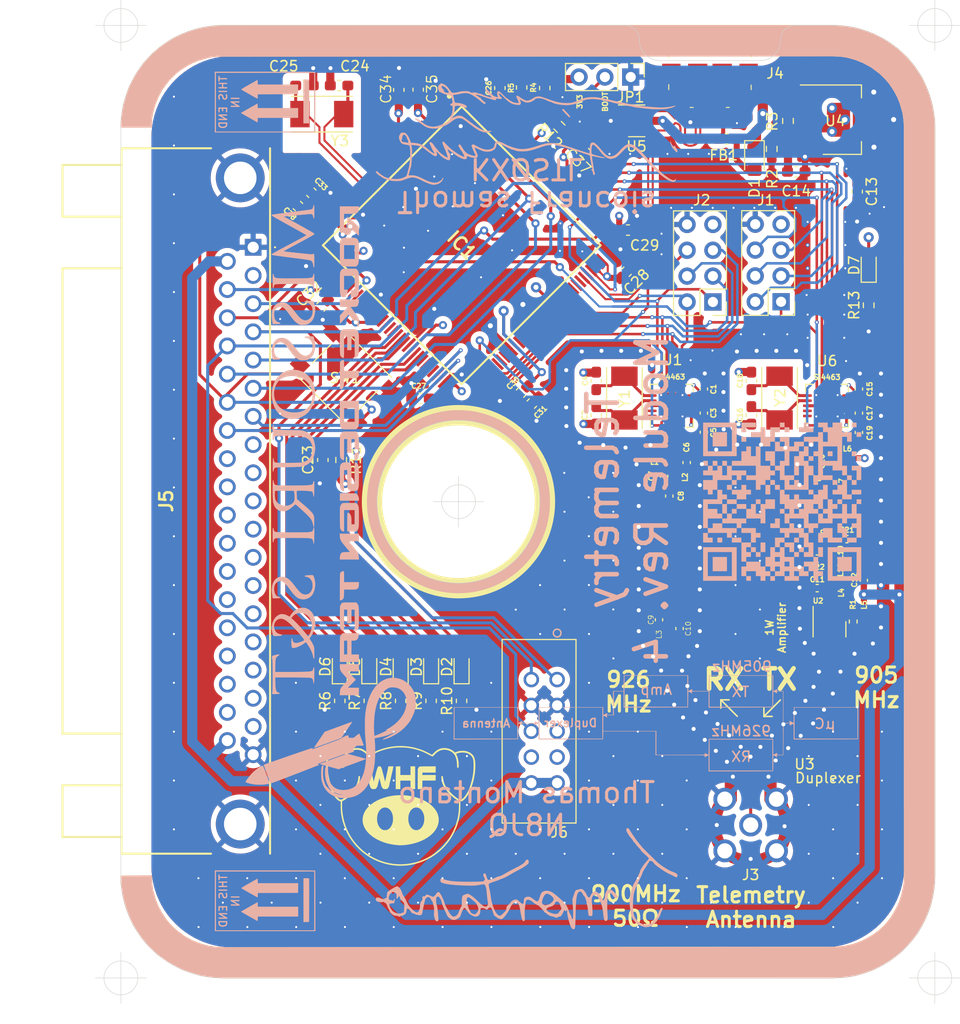
<source format=kicad_pcb>
(kicad_pcb (version 20211014) (generator pcbnew)
  (title_block (rev "3"))
  (layers (0 "F.Cu" signal) (1 "In1.Cu" power "GND.Cu") (2 "In2.Cu" power "3.3V.Cu") (31 "B.Cu" signal) (34 "B.Paste" user) (35 "F.Paste" user) (36 "B.SilkS" user "B.Silkscreen") (37 "F.SilkS" user "F.Silkscreen") (38 "B.Mask" user) (39 "F.Mask" user) (44 "Edge.Cuts" user))
  (net 0 "")
  (net 1 "GND")
  (net 2 "+3V3")
  (net 3 "Net-(C2-Pad1)")
  (net 4 "Net-(C4-Pad1)")
  (net 5 "Net-(C6-Pad2)")
  (net 6 "Net-(C7-Pad1)")
  (net 7 "Net-(C7-Pad2)")
  (net 8 "Net-(C8-Pad2)")
  (net 9 "/RSD_Duplexer/RX_In")
  (net 10 "/ADL_Amplifier/RF_In")
  (net 11 "+5V")
  (net 12 "Net-(C16-Pad1)")
  (net 13 "Net-(C18-Pad1)")
  (net 14 "Net-(C20-Pad2)")
  (net 15 "Net-(C20-Pad1)")
  (net 16 "Net-(C21-Pad1)")
  (net 17 "Net-(C22-Pad1)")
  (net 18 "/MCU_L562VE/~{RESET}")
  (net 19 "Net-(D1-Pad2)")
  (net 20 "Net-(FB1-Pad2)")
  (net 21 "/~{TX_SEL}")
  (net 22 "/~{TX_IRQ}")
  (net 23 "/TX_SDI")
  (net 24 "/TX_SDO")
  (net 25 "/TX_SCL")
  (net 26 "/TX_RST")
  (net 28 "/RX_RST")
  (net 29 "/RX_SCL")
  (net 30 "/RX_SDO")
  (net 31 "/RX_SDI")
  (net 32 "/~{RX_IRQ}")
  (net 33 "/~{RX_SEL}")
  (net 34 "/RSD_Duplexer/Antenna")
  (net 35 "/USB Connector and ESD/USB_CONN_D-")
  (net 37 "/USB Connector and ESD/USB_CONN_D+")
  (net 40 "/37 Pin DSUB/Alert_scl")
  (net 41 "/37 Pin DSUB/Alert_Active")
  (net 51 "/37 Pin DSUB/Fire_redundant")
  (net 52 "/37 Pin DSUB/SWCLK")
  (net 53 "/37 Pin DSUB/t_clk")
  (net 54 "/37 Pin DSUB/t_mosi")
  (net 56 "/37 Pin DSUB/Alert_sda")
  (net 66 "/37 Pin DSUB/Fire")
  (net 67 "/37 Pin DSUB/SWDIO")
  (net 68 "Net-(L4-Pad2)")
  (net 69 "Net-(L5-Pad1)")
  (net 70 "Net-(L7-Pad2)")
  (net 71 "Net-(R1-Pad2)")
  (net 72 "Net-(R2-Pad1)")
  (net 73 "/37 Pin DSUB/t_miso")
  (net 74 "/MCU_L562VE/USB_D+")
  (net 80 "/ADL_Amplifier/RF_Out")
  (net 83 "/MCU_L562VE/USB_D-")
  (net 92 "/MCU_L562VE/~{SPI1_NSS}")
  (net 93 "Net-(D2-Pad1)")
  (net 94 "Net-(D3-Pad1)")
  (net 95 "Net-(D4-Pad1)")
  (net 96 "Net-(D5-Pad1)")
  (net 97 "Net-(D6-Pad1)")
  (net 98 "Net-(D4-Pad2)")
  (net 99 "Net-(D5-Pad2)")
  (net 100 "Net-(D6-Pad2)")
  (net 181 "Net-(IC1-Pad138)")
  (net 185 "Net-(C24-Pad1)")
  (net 186 "Net-(C25-Pad1)")
  (net 187 "Net-(D2-Pad2)")
  (net 188 "Net-(D3-Pad2)")
  (net 189 "Net-(D7-Pad1)")
  (footprint "Capacitor_SMD:C_0603_1608Metric_Pad1.08x0.95mm_HandSolder" (layer "F.Cu") (at 98.042605 55.902657)
    (fp_text reference "C25")
    (fp_text value "30pF")
  )
  (footprint "Capacitor_SMD:C_0603_1608Metric_Pad1.08x0.95mm_HandSolder" (layer "F.Cu") (at 109.45 86.65 180)
    (fp_text reference "C27")
    (fp_text value "100nF")
  )
  (footprint "Capacitor_SMD:C_0603_1608Metric_Pad1.08x0.95mm_HandSolder" (layer "F.Cu") (at 129.7 74.2 45)
    (fp_text reference "C28")
    (fp_text value "100nF")
  )
  (footprint "Capacitor_SMD:C_0603_1608Metric_Pad1.08x0.95mm_HandSolder" (layer "F.Cu") (at 119.33024 86.07976 -135)
    (fp_text reference "C30")
    (fp_text value "100nF")
  )
  (footprint "Capacitor_SMD:C_0603_1608Metric_Pad1.08x0.95mm_HandSolder" (layer "F.Cu") (at 120.39012 87.15988 -135)
    (fp_text reference "C31")
    (fp_text value "100nF")
  )
  (footprint "Capacitor_SMD:C_0603_1608Metric_Pad1.08x0.95mm_HandSolder" (layer "F.Cu") (at 99.72 77.61 -135)
    (fp_text reference "C32")
    (fp_text value "100nF")
  )
  (footprint "Capacitor_SMD:C_0603_1608Metric_Pad1.08x0.95mm_HandSolder" (layer "F.Cu") (at 109.22 56.31 90)
    (fp_text reference "C35")
    (fp_text value "100nF")
  )
  (footprint "Connector_Coaxial:SMA_Molex_73251-2200_Horizontal" (layer "F.Cu") (at 141.9 128.575 90)
    (fp_text reference "J3")
    (fp_text value "Right Angle SMA Female")
  )
  (footprint "Resistor_SMD:R_0603_1608Metric_Pad1.05x0.95mm_HandSolder" (layer "F.Cu") (at 121.66 56.15 90)
    (fp_text reference "R4")
    (fp_text value "4.7k")
  )
  (footprint "Resistor_SMD:R_0603_1608Metric_Pad1.05x0.95mm_HandSolder" (layer "F.Cu") (at 119.39 56.1 90)
    (fp_text reference "R5")
    (fp_text value "4.7k")
  )
  (footprint "RDT_Custom_Footprints:L717SDC37P1ACH4F" (layer "F.Cu") (at 93 71.8 -90)
    (fp_text reference "J5")
    (fp_text value "DB37_Male_MountingHoles" hide)
  )
  (footprint "RDT_Custom_Footprints:RSD-897.500-942.500-1612-TR" (layer "F.Cu") (at 141.095 122.575)
    (fp_text reference "U3")
    (fp_text value "RSD-897.500-942.500-1612-TR")
  )
  (footprint "Capacitor_SMD:C_0603_1608Metric_Pad1.08x0.95mm_HandSolder" (layer "F.Cu") (at 107.315 56.3325 90)
    (fp_text reference "C34")
    (fp_text value "100nF")
  )
  (footprint "Capacitor_SMD:C_0603_1608Metric_Pad1.08x0.95mm_HandSolder" (layer "F.Cu") (at 117.25 56.15 90)
    (fp_text reference "C26")
    (fp_text value "1uF")
  )
  (footprint "Capacitor_SMD:C_0603_1608Metric_Pad1.08x0.95mm_HandSolder" (layer "F.Cu") (at 129.8425 70.11)
    (fp_text reference "C29")
    (fp_text value "100nF")
  )
  (footprint "Package_TO_SOT_SMD:SOT-23-6" (layer "F.Cu") (at 130.7 59.375)
    (fp_text reference "U5")
    (fp_text value "USBLC6-2SC6")
  )
  (footprint "Capacitor_SMD:C_0603_1608Metric_Pad1.08x0.95mm_HandSolder" (layer "F.Cu") (at 126.72 88.307501 -90)
    (fp_text reference "C2")
    (fp_text value "30pF")
  )
  (footprint "Capacitor_SMD:C_0402_1005Metric" (layer "F.Cu") (at 137.3 88.095 -90)
    (fp_text reference "C3")
    (fp_text value "100pF")
  )
  (footprint "Capacitor_SMD:C_0402_1005Metric" (layer "F.Cu") (at 153.02 104.53 -90)
    (fp_text reference "C12")
    (fp_text value "100nF")
  )
  (footprint "Capacitor_SMD:C_0402_1005Metric" (layer "F.Cu") (at 152.54 85.73 -90)
    (fp_text reference "C15")
    (fp_text value "100pF")
  )
  (footprint "Capacitor_SMD:C_0402_1005Metric" (layer "F.Cu") (at 152.54 88.095 -90)
    (fp_text reference "C17")
    (fp_text value "100pF")
  )
  (footprint "Package_DFN_QFN:QFN-20-1EP_4x4mm_P0.5mm_EP2.6x2.6mm_ThermalVias" (layer "F.Cu") (at 134.15 87.375 90)
    (fp_text reference "U1")
    (fp_text value "Si4463")
  )
  (footprint "Inductor_SMD:L_0402_1005Metric" (layer "F.Cu") (at 133.9225 92.525)
    (fp_text reference "L1")
    (fp_text value "18nH")
  )
  (footprint "Capacitor_SMD:C_0402_1005Metric" (layer "F.Cu") (at 133.4 94.295 -90)
    (fp_text reference "C7")
    (fp_text value "1pF")
  )
  (footprint "Capacitor_SMD:C_0402_1005Metric" (layer "F.Cu") (at 133.9 96.245 -90)
    (fp_text reference "C8")
    (fp_text value "DC_Blocking")
  )
  (footprint "Capacitor_SMD:C_0402_1005Metric" (layer "F.Cu") (at 135.61 92.955 90)
    (fp_text reference "C6")
    (fp_text value "3pF")
  )
  (footprint "RDT_Custom_Footprints:XTAL_ABM7-32.000MHZ-D2Y-T" (layer "F.Cu") (at 129.49 86.62 90)
    (fp_text reference "Y1")
    (fp_text value "32MHz")
  )
  (footprint "Inductor_SMD:L_0402_1005Metric" (layer "F.Cu") (at 134.42 94.295 -90)
    (fp_text reference "L2")
    (fp_text value "22nH")
  )
  (footprint "Capacitor_SMD:C_0603_1608Metric_Pad1.08x0.95mm_HandSolder" (layer "F.Cu") (at 141.97 84.9325 90)
    (fp_text reference "C18")
    (fp_text value "30pF")
  )
  (footprint "Capacitor_SMD:C_0603_1608Metric_Pad1.08x0.95mm_HandSolder" (layer "F.Cu") (at 126.719999 84.9325 90)
    (fp_text reference "C4")
    (fp_text value "30pF")
  )
  (footprint "Capacitor_SMD:C_0402_1005Metric" (layer "F.Cu") (at 148.44 105.295)
    (fp_text reference "C11")
    (fp_text value "2.4pF")
  )
  (footprint "Inductor_SMD:L_0402_1005Metric" (layer "F.Cu") (at 149.9 99.977501 -90)
    (fp_text reference "L9")
    (fp_text value "11nH")
  )
  (footprint "Inductor_SMD:L_0402_1005Metric" (layer "F.Cu") (at 149.9 105.77 -90)
    (fp_text reference "L4")
    (fp_text value "8.2nH")
  )
  (footprint "Capacitor_SMD:C_0402_1005Metric" (layer "F.Cu") (at 151.36 100.48)
    (fp_text reference "C21")
    (fp_text value "3.3pF")
  )
  (footprint "Inductor_SMD:L_0402_1005Metric" (layer "F.Cu") (at 149.9 103.83 -90)
    (fp_text reference "L11")
    (fp_text value "11nH")
  )
  (footprint "Capacitor_SMD:C_0402_1005Metric" (layer "F.Cu") (at 148.44 102.395 180)
    (fp_text reference "C22")
    (fp_text value "3.3pF")
  )
  (footprint "Resistor_SMD:R_0402_1005Metric" (layer "F.Cu") (at 151.98 108.575 90)
    (fp_text reference "R1")
    (fp_text value "1.3k")
  )
  (footprint "Package_CSP:LFCSP-8-1EP_3x3mm_P0.5mm_EP1.45x1.74mm" (layer "F.Cu") (at 149.65 108.595 -90)
    (fp_text reference "U2")
    (fp_text value "ADL5521")
  )
  (footprint "Capacitor_SMD:C_0402_1005Metric" (layer "F.Cu") (at 132.89 108.405 90)
    (fp_text reference "C9")
    (fp_text value "4.3pF")
  )
  (footprint "Inductor_SMD:L_0402_1005Metric" (layer "F.Cu") (at 133.9 109.39 -90)
    (fp_text reference "L3")
    (fp_text value "8.2nH")
  )
  (footprint "Capacitor_SMD:C_0402_1005Metric" (layer "F.Cu") (at 134.91 109.265 90)
    (fp_text reference "C10")
    (fp_text value "4.3pF")
  )
  (footprint "Inductor_SMD:L_0402_1005Metric" (layer "F.Cu") (at 148.425 95.395 180)
    (fp_text reference "L8")
    (fp_text value "6.2nH")
  )
  (footprint "Inductor_SMD:L_0402_1005Metric" (layer "F.Cu") (at 151.365 92.52)
    (fp_text reference "L6")
    (fp_text value "100nH")
  )
  (footprint "Capacitor_SMD:C_0402_1005Metric" (layer "F.Cu") (at 149.9 92.9625 -90)
    (fp_text reference "C20")
    (fp_text value "4.7pF")
  )
  (footprint "Inductor_SMD:L_0402_1005Metric" (layer "F.Cu") (at 149.9 94.88 -90)
    (fp_text reference "L7")
    (fp_text value "3.3nH")
  )
  (footprint "RDT_Custom_Footprints:XTAL_ABM7-32.000MHZ-D2Y-T" (layer "F.Cu") (at 144.74 86.62 90)
    (fp_text reference "Y2")
    (fp_text value "32MHz")
  )
  (footprint "Package_DFN_QFN:QFN-20-1EP_4x4mm_P0.5mm_EP2.6x2.6mm_ThermalVias" (layer "F.Cu") (at 149.4 87.375 90)
    (fp_text reference "U6")
    (fp_text value "Si4463")
  )
  (footprint "Capacitor_SMD:C_0603_1608Metric_Pad1.08x0.95mm_HandSolder" (layer "F.Cu") (at 141.97 88.3175 -90)
    (fp_text reference "C16")
    (fp_text value "30pF")
  )
  (footprint "LED_SMD:LED_0603_1608Metric_Pad1.05x0.95mm_HandSolder" (layer "F.Cu") (at 107.5 113.03 90)
    (fp_text reference "D4")
    (fp_text value "Red")
  )
  (footprint "LED_SMD:LED_0603_1608Metric_Pad1.05x0.95mm_HandSolder" (layer "F.Cu") (at 101.515 113.03 90)
    (fp_text reference "D6")
    (fp_text value "Red")
  )
  (footprint "Resistor_SMD:R_0603_1608Metric_Pad1.05x0.95mm_HandSolder" (layer "F.Cu") (at 101.515 116.375 90)
    (fp_text reference "R6")
    (fp_text value "820")
  )
  (footprint "Resistor_SMD:R_0603_1608Metric_Pad1.05x0.95mm_HandSolder" (layer "F.Cu") (at 107.5 116.375 90)
    (fp_text reference "R8")
    (fp_text value "820")
  )
  (footprint "Resistor_SMD:R_0603_1608Metric_Pad1.05x0.95mm_HandSolder" (layer "F.Cu") (at 113.485 116.375 90)
    (fp_text reference "R10")
    (fp_text value "820")
  )
  (footprint "LED_SMD:LED_0603_1608Metric_Pad1.05x0.95mm_HandSolder" (layer "F.Cu") (at 110.4925 113.03 90)
    (fp_text reference "D3")
    (fp_text value "Grn")
  )
  (footprint "Resistor_SMD:R_0603_1608Metric_Pad1.05x0.95mm_HandSolder" (layer "F.Cu") (at 104.415 116.37 90)
    (fp_text reference "R7")
    (fp_text value "820")
  )
  (footprint "Resistor_SMD:R_0603_1608Metric_Pad1.05x0.95mm_HandSolder" (layer "F.Cu") (at 110.4925 116.375 90)
    (fp_text reference "R9")
    (fp_text value "820")
  )
  (footprint "LED_SMD:LED_0603_1608Metric_Pad1.05x0.95mm_HandSolder" (layer "F.Cu") (at 104.415 113.025 90)
    (fp_text reference "D5")
    (fp_text value "Grn")
  )
  (footprint "Inductor_SMD:L_0402_1005Metric" (layer "F.Cu") (at 153.03 108.59 90)
    (fp_text reference "L5")
    (fp_text value "3.4nH")
  )
  (footprint "Connector_PinHeader_2.54mm:PinHeader_2x04_P2.54mm_Vertical" (layer "F.Cu") (at 138.19 77.175 180)
    (fp_text reference "J2")
    (fp_text value "RX SPI Debug")
  )
  (footprint "Connector_PinHeader_2.54mm:PinHeader_2x04_P2.54mm_Vertical" (layer "F.Cu") (at 144.89 77.155001 180)
    (fp_text reference "J1")
    (fp_text value "TX SPI Debug")
  )
  (footprint "Capacitor_SMD:C_0402_1005Metric" (layer "F.Cu") (at 137.3 85.729957 -90)
    (fp_text reference "C1")
    (fp_text value "100pF")
  )
  (footprint "RDT_Custom_Footprints:XTAL_ABM7-32.000MHZ-D2Y-T" (layer "F.Cu") (at 99.749127 58.713406 180)
    (fp_text reference "Y3")
    (fp_text value "32MHz")
  )
  (footprint "Capacitor_SMD:C_0603_1608Metric_Pad1.08x0.95mm_HandSolder" (layer "F.Cu") (at 101.444127 55.902656 180)
    (fp_text reference "C24")
    (fp_text value "30pF")
  )
  (footprint "Capacitor_SMD:C_0603_1608Metric_Pad1.08x0.95mm_HandSolder" (layer "F.Cu") (at 99.85 92.7 -90)
    (fp_text reference "C23")
    (fp_text value "100nF")
  )
  (footprint "Button_Switch_SMD:SW_SPST_PTS645" (layer "F.Cu") (at 102.005275 84.556705 135)
    (fp_text reference "SW1")
    (fp_text value "MCU Reset")
  )
  (footprint "Connector_PinHeader_2.54mm:PinHeader_1x03_P2.54mm_Vertical" (layer "F.Cu") (at 130.11 55.07 -90)
    (fp_text reference "JP1")
    (fp_text value "Debug Jumper")
  )
  (footprint "LED_SMD:LED_0603_1608Metric_Pad1.05x0.95mm_HandSolder" (layer "F.Cu") (at 113.485 113.03 90)
    (fp_text reference "D2")
    (fp_text value "Red")
  )
  (footprint "Capacitor_SMD:C_0603_1608Metric_Pad1.08x0.95mm_HandSolder" (layer "F.Cu") (at 98.72 66.44 -45)
    (fp_text reference "C33")
    (fp_text value "1uF")
  )
  (footprint "Capacitor_SMD:C_0402_1005Metric" (layer "F.Cu") (at 137.3 89.975 90)
    (fp_text reference "C5")
    (fp_text value "1uF")
  )
  (footprint "Inductor_SMD:L_0402_1005Metric" (layer "F.Cu") (at 149.9 101.89 -90)
    (fp_text reference "L10")
    (fp_text value "22nH")
  )
  (footprint "Capacitor_SMD:C_0402_1005Metric" (layer "F.Cu") (at 152.54 90.005 90)
    (fp_text reference "C19")
    (fp_text value "1uF")
  )
  (footprint "LED_SMD:LED_0603_1608Metric_Pad1.05x0.95mm_HandSolder" (layer "F.Cu") (at 153.5 73.575 90)
    (fp_text reference "D7")
    (fp_text value "Red")
  )
  (footprint "Resistor_SMD:R_0603_1608Metric_Pad0.98x0.95mm_HandSolder" (layer "F.Cu") (at 145.57 59.385 90)
    (fp_text reference "R3")
    (fp_text value "390")
  )
  (footprint "digikeyUSBConnector:USB_Micro_B_Female_10118192" (layer "F.Cu") (at 137.9 54.71 180)
    (fp_text reference "J4")
    (fp_text value "609-4613-1-ND")
  )
  (footprint "jtag:SFH11-PBPC-D05-ST-BK" (layer "F.Cu") (at 122.88 114.28 -90)
    (fp_text reference "J6")
    (fp_text value "SFH11-PBPC-D05-ST-BK" hide)
  )
  (footprint "Custom_Graphics:whenhamsfly" (layer "F.Cu") (at 107.5 126.675)
    (fp_text reference "G***" hide)
    (fp_text value "LOGO" hide)
  )
  (footprint "Capacitor_SMD:C_0603_1608Metric_Pad1.08x0.95mm_HandSolder" (layer "F.Cu") (at 146.3825 64.385)
    (fp_text reference "C14")
    (fp_text value "1uF")
  )
  (footprint "Diode_SMD:D_0805_2012Metric_Pad1.15x1.40mm_HandSolder" (layer "F.Cu") (at 142.27 63.185 -90)
    (fp_text reference "D1")
    (fp_text value "D_Schottky_Small")
  )
  (footprint "Capacitor_SMD:C_0603_1608Metric_Pad1.08x0.95mm_HandSolder" (layer "F.Cu") (at 152.37 66.33 -90)
    (fp_text reference "C13")
    (fp_text value "0.1uF")
  )
  (footprint "Resistor_SMD:R_0603_1608Metric" (layer "F.Cu") (at 153.5 77.5 90)
    (fp_text reference "R13")
    (fp_text value "820")
  )
  (footprint "Resistor_SMD:R_0603_1608Metric_Pad0.98x0.95mm_HandSolder" (layer "F.Cu") (at 143.97 62.135 -90)
    (fp_text reference "R2")
    (fp_text value "240")
  )
  (footprint "Capacitor_SMD:C_0603_1608Metric_Pad1.08x0.95mm_HandSolder" (layer "F.Cu") (at 97.4 67.75 135)
    (fp_text reference "C38")
    (fp_text value "1uF")
  )
  (footprint "Resistor_SMD:R_0603_1608Metric_Pad0.98x0.95mm_HandSolder" (layer "F.Cu") (at 101.65 92.7 -90)
    (fp_text reference "R11")
    (fp_text value "4.7k")
  )
  (footprint "Capacitor_SMD:C_0603_1608Metric_Pad1.08x0.95mm_HandSolder" (layer "F.Cu") (at 125.7 62.55 -45)
    (fp_text reference "C37")
    (fp_text value "100nF")
  )
  (footprint "Package_TO_SOT_SMD:SOT-223-5" (layer "F.Cu") (at 150.82 59.26)
    (fp_text reference "U4")
    (fp_text value "LP38692MPX-ADJ")
  )
  (footprint "Capacitor_SMD:C_0603_1608Metric_Pad1.08x0.95mm_HandSolder" (layer "F.Cu") (at 139.55 61.15 180)
    (fp_text reference "FB1")
    (fp_text value "Ferrite_Bead_Small")
  )
  (footprint "KiCad:QFP50P2200X2200X160-144N" (layer "F.Cu") (at 113.5 71.61 -45)
    (fp_text reference "IC1")
    (fp_text value "STM32L562ZET6" hide)
  )
  (footprint "Resistor_SMD:R_0603_1608Metric_Pad0.98x0.95mm_HandSolder" (layer "F.Cu") (at 123.1 59.982269 135)
    (fp_text reference "R12")
    (fp_text value "4.7k")
  )
  (footprint "Custom_Graphics:telemetry_qr_code" (layer "B.Cu") (at 145 96.8)
    (fp_text reference "G***" hide)
    (fp_text value "LOGO" hide)
  )
  (footprint "Custom_Graphics:RDT_Logo" (layer "B.Cu") (at 100.6 96.8 -90)
    (fp_text reference "G***" hide)
    (fp_text value "LOGO" hide)
  )
  (footprint "Graphics:Orientation_Marker" (layer "B.Cu") (at 94.2 136 -90)
    (fp_text reference "G***" hide)
    (fp_text value "LOGO" hide)
  )
  (footprint "Custom_Graphics:ThomasMSignature" (layer "B.Cu") (at 119.964753 133.868644 180)
    (fp_text reference "G***" hide)
    (fp_text value "LOGO" hide)
  )
  (footprint "Custom_Graphics:ThomasFSignature" (layer "B.Cu") (at 120.014499 60.724734)
    (fp_text reference "G***" hide)
    (fp_text value "LOGO" hide)
  )
  (footprint "Graphics:Orientation_Marker" (layer "B.Cu") (at 94.193966 57.515715 -90)
    (fp_text reference "G***" hide)
    (fp_text value "LOGO" hide)
  )
  (footprint "Custom_Graphics:FlowChart" (layer "B.Cu") (at 132.381113 118.873626 180)
    (fp_text reference "G***" hide)
    (fp_text value "LOGO" hide)
  )
  (gr_poly (pts (xy 139.647925 90.900412) (xy 139.647925 91.088336) (xy 139.35 91.1) (xy 139.401668 90.993334) (xy 139.438336 90.976112) (xy 139.441392 90.953055) (xy 139.438751 90.922913) (xy 139.427084 90.892495) (xy 139.41625 90.874995) (xy 139.398333 90.852494) (xy 139.535838 90.802075)) (layer "F.Cu") (width 0.0001) (fill solid))
  (gr_poly (pts (xy 149.999838 143.600677) (xy 89.974838 143.595677) (xy 89.999838 140.630677) (xy 150.109124 140.590677)) (layer "B.SilkS") (width 0.1) (fill solid))
  (gr_poly (pts (xy 159.999838 133.540677) (xy 157.019838 133.540677) (xy 156.999838 60.041725) (xy 159.999838 60.041725)) (layer "B.SilkS") (width 0.1) (fill solid))
  (gr_circle (center 113.18 96.8) (end 121.68 96.8) (layer "B.SilkS") (width 1) (fill none))
  (gr_poly (pts (xy 150.049838 50.021725) (xy 150.859838 50.061725) (xy 152.139838 50.251725) (xy 153.399838 50.641725) (xy 153.989838 50.851725) (xy 155.239838 51.511725) (xy 156.359838 52.291725) (xy 157.259838 53.131725) (xy 157.889838 53.871725) (xy 158.429838 54.661725) (xy 158.779838 55.221725) (xy 159.159838 56.051725) (xy 159.469838 56.851725) (xy 159.759838 57.901725) (xy 159.859838 58.501725) (xy 159.979838 59.271725) (xy 159.999838 60.011664) (xy 156.999838 60.041725) (xy 156.999837 59.882439) (xy 156.979838 59.401725) (xy 156.879838 58.631725) (xy 156.599838 57.661725) (xy 156.349838 57.041725) (xy 156.029838 56.441725) (xy 155.569838 55.741725) (xy 155.199838 55.301725) (xy 154.609838 54.721725) (xy 153.769838 54.091725) (xy 152.959838 53.651725) (xy 152.179838 53.341725) (xy 151.379838 53.121725) (xy 150.779838 53.031725) (xy 150.024838 52.991725) (xy 150.024838 50.016725) (xy 150.049838 50.016725)) (layer "B.SilkS") (width 0.1) (fill solid))
  (gr_poly (pts (xy 159.999838 133.610677) (xy 159.969838 134.270677) (xy 159.899838 134.970677) (xy 159.759838 135.750677) (xy 159.569838 136.510677) (xy 159.299838 137.260677) (xy 159.009838 137.920677) (xy 158.679838 138.540677) (xy 158.249838 139.260677) (xy 157.749838 139.910677) (xy 157.369838 140.340677) (xy 156.879838 140.850677) (xy 156.479838 141.220677) (xy 156.039838 141.560677) (xy 155.589838 141.890677) (xy 154.919838 142.300677) (xy 154.359838 142.590677) (xy 153.859838 142.830677) (xy 153.219838 143.060677) (xy 152.499838 143.280677) (xy 151.999838 143.400677) (xy 151.619838 143.460677) (xy 151.189838 143.520677) (xy 150.669838 143.560677) (xy 150.109838 143.590677) (xy 149.979838 143.590677) (xy 150.089838 140.600677) (xy 150.119838 140.600677) (xy 151.099838 140.500677) (xy 151.959838 140.320677) (xy 152.769838 140.020677) (xy 153.319838 139.740677) (xy 153.899838 139.410677) (xy 154.469838 139.000677) (xy 155.039838 138.480677) (xy 155.639838 137.770677) (xy 155.969838 137.250677) (xy 156.359838 136.530677) (xy 156.539838 136.110677) (xy 156.749838 135.470677) (xy 156.919838 134.720677) (xy 156.989838 134.260677) (xy 157.019838 133.540677) (xy 159.999838 133.540677)) (layer "B.SilkS") (width 0.1) (fill solid))
  (gr_poly (pts (xy 80.004838 59.966725) (xy 80.044838 59.156725) (xy 80.234838 57.876725) (xy 80.624838 56.616725) (xy 80.834838 56.026725) (xy 81.494838 54.776725) (xy 82.274838 53.656725) (xy 83.114838 52.756725) (xy 83.854838 52.126725) (xy 84.644838 51.586725) (xy 85.204838 51.236725) (xy 86.034838 50.856725) (xy 86.834838 50.546725) (xy 87.884838 50.256726) (xy 88.484838 50.156725) (xy 89.254838 50.036725) (xy 89.994777 50.016725) (xy 90.04 53.03) (xy 89.779838 53.031725) (xy 89.384839 53.036725) (xy 88.614838 53.136725) (xy 87.644838 53.416725) (xy 87.024838 53.666725) (xy 86.424838 53.986725) (xy 85.724838 54.446725) (xy 85.284838 54.816725) (xy 84.704838 55.406725) (xy 84.074838 56.246725) (xy 83.634838 57.056725) (xy 83.324838 57.836725) (xy 83.104838 58.636725) (xy 83.014837 59.236725) (xy 82.974838 59.991725) (xy 79.999838 59.991725) (xy 79.999838 59.966724)) (layer "B.SilkS") (width 0.1) (fill solid))
  (gr_poly (pts (xy 150.024838 52.991725) (xy 89.779838 53.031725) (xy 89.994777 50.016725) (xy 150.024838 50.016725)) (layer "B.SilkS") (width 0.1) (fill solid))
  (gr_poly (pts (xy 89.949838 143.590677) (xy 89.139838 143.550677) (xy 87.859838 143.360677) (xy 86.599838 142.970677) (xy 86.009838 142.760677) (xy 84.759838 142.100677) (xy 83.639838 141.320677) (xy 82.739838 140.480677) (xy 82.109838 139.740677) (xy 81.569838 138.950677) (xy 81.219838 138.390677) (xy 80.839838 137.560677) (xy 80.529838 136.760677) (xy 80.239839 135.710677) (xy 80.139838 135.110677) (xy 80.019838 134.340677) (xy 79.999838 133.600738) (xy 82.999838 133.570677) (xy 82.999839 133.729963) (xy 83.019838 134.210676) (xy 83.119838 134.980677) (xy 83.399838 135.950677) (xy 83.649838 136.570677) (xy 83.969838 137.170677) (xy 84.429838 137.870677) (xy 84.799838 138.310677) (xy 85.389838 138.890677) (xy 86.229838 139.520677) (xy 87.039838 139.960677) (xy 87.819838 140.270677) (xy 88.619838 140.490677) (xy 89.219838 140.580678) (xy 89.974838 140.620677) (xy 89.974838 143.595677) (xy 89.949837 143.595677)) (layer "B.SilkS") (width 0.1) (fill solid))
  (gr_circle (center 113.18 96.8) (end 121.68 96.8) (layer "F.SilkS") (width 2) (fill none))
  (gr_poly (pts (xy 80.004838 59.956725) (xy 80.044838 59.146725) (xy 80.234838 57.866725) (xy 80.624838 56.606725) (xy 80.834838 56.016725) (xy 81.494838 54.766725) (xy 82.274838 53.646725) (xy 83.114838 52.746725) (xy 83.854838 52.116725) (xy 84.644838 51.576725) (xy 85.204838 51.226725) (xy 86.034838 50.846725) (xy 86.834838 50.536725) (xy 87.884838 50.246726) (xy 88.484838 50.146725) (xy 89.254838 50.026725) (xy 89.994777 50.006725) (xy 90.024838 53.006725) (xy 89.865552 53.006726) (xy 89.384839 53.026725) (xy 88.614838 53.126725) (xy 87.644838 53.406725) (xy 87.024838 53.656725) (xy 86.424838 53.976725) (xy 85.724838 54.436725) (xy 85.284838 54.806725) (xy 84.704838 55.396725) (xy 84.074838 56.236725) (xy 83.634838 57.046725) (xy 83.324838 57.826725) (xy 83.104838 58.626725) (xy 83.014837 59.226725) (xy 82.974838 59.981725) (xy 79.999838 59.981725) (xy 79.999838 59.956724)) (layer "F.SilkS") (width 0.1) (fill solid))
  (gr_poly (pts (xy 149.999838 143.590677) (xy 89.974838 143.585677) (xy 89.999838 140.620677) (xy 150.109124 140.580677)) (layer "F.SilkS") (width 0.1) (fill solid))
  (gr_poly (pts (xy 150.049838 50.011725) (xy 150.859838 50.051725) (xy 152.139838 50.241725) (xy 153.399838 50.631725) (xy 153.989838 50.841725) (xy 155.239838 51.501725) (xy 156.359838 52.281725) (xy 157.259838 53.121725) (xy 157.889838 53.861725) (xy 158.429838 54.651725) (xy 158.779838 55.211725) (xy 159.159838 56.041725) (xy 159.469838 56.841725) (xy 159.759838 57.891725) (xy 159.859838 58.491725) (xy 159.979838 59.261725) (xy 159.999838 60.001664) (xy 156.999838 60.031725) (xy 156.999837 59.872439) (xy 156.979838 59.391725) (xy 156.879838 58.621725) (xy 156.599838 57.651725) (xy 156.349838 57.031725) (xy 156.029838 56.431725) (xy 155.569838 55.731725) (xy 155.199838 55.291725) (xy 154.609838 54.711725) (xy 153.769838 54.081725) (xy 152.959838 53.641725) (xy 152.179838 53.331725) (xy 151.379838 53.111725) (xy 150.779838 53.021725) (xy 150.024838 52.981725) (xy 150.024838 50.006725) (xy 150.049838 50.006725)) (layer "F.SilkS") (width 0.1) (fill solid))
  (gr_poly (pts (xy 159.999838 133.530677) (xy 157.019838 133.530677) (xy 156.999838 60.031725) (xy 159.999838 60.031725)) (layer "F.SilkS") (width 0.1) (fill solid))
  (gr_poly (pts (xy 89.949838 143.580677) (xy 89.139838 143.540677) (xy 87.859838 143.350677) (xy 86.599838 142.960677) (xy 86.009838 142.750677) (xy 84.759838 142.090677) (xy 83.639838 141.310677) (xy 82.739838 140.470677) (xy 82.109838 139.730677) (xy 81.569838 138.940677) (xy 81.219838 138.380677) (xy 80.839838 137.550677) (xy 80.529838 136.750677) (xy 80.239839 135.700677) (xy 80.139838 135.100677) (xy 80.019838 134.330677) (xy 79.999838 133.590738) (xy 82.999838 133.560677) (xy 82.999839 133.719963) (xy 83.019838 134.200676) (xy 83.119838 134.970677) (xy 83.399838 135.940677) (xy 83.649838 136.560677) (xy 83.969838 137.160677) (xy 84.429838 137.860677) (xy 84.799838 138.300677) (xy 85.389838 138.880677) (xy 86.229838 139.510677) (xy 87.039838 139.950677) (xy 87.819838 140.260677) (xy 88.619838 140.480677) (xy 89.219838 140.570678) (xy 89.974838 140.610677) (xy 89.974838 143.585677) (xy 89.949837 143.585677)) (layer "F.SilkS") (width 0.1) (fill solid))
  (gr_poly (pts (xy 159.999838 133.600677) (xy 159.969838 134.260677) (xy 159.899838 134.960677) (xy 159.759838 135.740677) (xy 159.569838 136.500677) (xy 159.299838 137.250677) (xy 159.009838 137.910677) (xy 158.679838 138.530677) (xy 158.249838 139.250677) (xy 157.749838 139.900677) (xy 157.369838 140.330677) (xy 156.879838 140.840677) (xy 156.479838 141.210677) (xy 156.039838 141.550677) (xy 155.589838 141.880677) (xy 154.919838 142.290677) (xy 154.359838 142.580677) (xy 153.859838 142.820677) (xy 153.219838 143.050677) (xy 152.499838 143.270677) (xy 151.999838 143.390677) (xy 151.619838 143.450677) (xy 151.189838 143.510677) (xy 150.669838 143.550677) (xy 150.109838 143.580677) (xy 149.979838 143.580677) (xy 150.089838 140.590677) (xy 150.119838 140.590677) (xy 151.099838 140.490677) (xy 151.959838 140.310677) (xy 152.769838 140.010677) (xy 153.319838 139.730677) (xy 153.899838 139.400677) (xy 154.469838 138.990677) (xy 155.039838 138.470677) (xy 155.639838 137.760677) (xy 155.969838 137.240677) (xy 156.359838 136.520677) (xy 156.539838 136.100677) (xy 156.749838 135.460677) (xy 156.919838 134.710677) (xy 156.989838 134.250677) (xy 157.019838 133.530677) (xy 159.999838 133.530677)) (layer "F.SilkS") (width 0.1) (fill solid))
  (gr_poly (pts (xy 150.024838 52.981725) (xy 89.779838 53.021725) (xy 89.994777 50.006725) (xy 150.024838 50.006725)) (layer "F.SilkS") (width 0.1) (fill solid))
  (gr_arc (start 160 133.6) (mid 157.071068 140.671068) (end 150 143.6) (layer "Edge.Cuts") (width 0.05))
  (gr_arc (start 90 143.6) (mid 82.928932 140.671068) (end 80 133.6) (layer "Edge.Cuts") (width 0.05))
  (gr_arc (start 132.95 53.45) (mid 131.528375 52.846321) (end 130.95 51.414214) (layer "Edge.Cuts") (width 0.05))
  (gr_line (start 160 60) (end 160 133.6) (layer "Edge.Cuts") (width 0.05))
  (gr_arc (start 150 49.98) (mid 157.072279 52.921858) (end 160 60) (layer "Edge.Cuts") (width 0.05))
  (gr_line (start 80 133.6) (end 80 60) (layer "Edge.Cuts") (width 0.05))
  (gr_line (start 150 143.6) (end 90 143.6) (layer "Edge.Cuts") (width 0.05))
  (gr_arc (start 80 60) (mid 82.928932 52.928932) (end 90 50) (layer "Edge.Cuts") (width 0.05))
  (gr_line (start 132.95 53.45) (end 142.85 53.45) (layer "Edge.Cuts") (width 0.05))
  (gr_arc (start 144.85 51.414214) (mid 145.260909 50.407982) (end 146.26 49.98) (layer "Edge.Cuts") (width 0.05))
  (gr_arc (start 144.85 51.414214) (mid 144.271625 52.846321) (end 142.85 53.45) (layer "Edge.Cuts") (width 0.05))
  (gr_line (start 90 50) (end 129.530873 49.987893) (layer "Edge.Cuts") (width 0.05))
  (gr_line (start 146.26 49.98) (end 150 49.98) (layer "Edge.Cuts") (width 0.05))
  (gr_arc (start 129.530873 49.987893) (mid 130.537515 50.405473) (end 130.95 51.414214) (layer "Edge.Cuts") (width 0.05))
  (gr_circle (center 113.18 96.8) (end 121.18 96.8) (layer "Edge.Cuts") (width 0.05) (fill none))
  (gr_text "Thomas Montano\nN8JQ" (at 119.88 127) (layer "B.SilkS") (effects (font (size 2 2) (thickness 0.3)) (justify mirror)))
  (gr_text "µC" (at 149.21 118.62) (layer "B.SilkS") (effects (font (size 1 1)) (justify mirror)))
  (gr_text "Telemetry\nModule Rev. 4" (at 129.79 96.64 90) (layer "B.SilkS") (effects (font (size 3 3) (thickness 0.45)) (justify mirror)))
  (gr_text "THIS END\nIN" (at 90.660002 136.04 90) (layer "B.SilkS") (effects (font (size 0.75 0.75) (thickness 0.125)) (justify mirror)))
  (gr_text "Duplexer" (at 124.2 118.54) (layer "B.SilkS") (effects (font (size 0.8 0.8)) (justify mirror)))
  (gr_text "Thomas Francois\nKXØSTL" (at 119.880001 65.7 180) (layer "B.SilkS") (effects (font (size 2 2) (thickness 0.3)) (justify mirror)))
  (gr_text "905MHz" (at 141.04 113) (layer "B.SilkS") (effects (font (size 1 1)) (justify mirror)))
  (gr_text "TX" (at 140.9 115.49) (layer "B.SilkS") (effects (font (size 1 1)) (justify mirror)))
  (gr_text "926MHz" (at 140.97 119.34) (layer "B.SilkS") (effects (font (size 1 1)) (justify mirror)))
  (gr_text "RX" (at 140.97 121.86) (layer "B.SilkS") (effects (font (size 1 1)) (justify mirror)))
  (gr_text "Antenna" (at 115.89 118.58) (layer "B.SilkS") (effects (font (size 0.8 0.8)) (justify mirror)))
  (gr_text "THIS END\nIN" (at 90.653968 57.555715 90) (layer "B.SilkS") (effects (font (size 0.75 0.75) (thickness 0.125)) (justify mirror)))
  (gr_text "Amp" (at 132.62 115.27) (layer "B.SilkS") (effects (font (size 1 1)) (justify mirror)))
  (gr_text "→" (at 139.61 117.25 135) (layer "F.SilkS") (effects (font (size 3 3))))
  (gr_text "905\nMHz" (at 154.26 115.07) (layer "F.SilkS") (effects (font (size 1.5 1.5) (thickness 0.3))))
  (gr_text "RX" (at 139.29 114.27) (layer "F.SilkS") (effects (font (size 2 2) (thickness 0.45))))
  (gr_text "Si4463" (at 149.41 84.57) (layer "F.SilkS") (effects (font (size 0.5 0.5) (thickness 0.125))))
  (gr_text "Telemetry\nAntenna" (at 141.94 136.66) (layer "F.SilkS") (effects (font (size 1.5 1.5) (thickness 0.3))))
  (gr_text "900MHz\n50Ω" (at 130.61 136.55) (layer "F.SilkS") (effects (font (size 1.5 1.5) (thickness 0.3))))
  (gr_text "Si4463" (at 134.14 84.54) (layer "F.SilkS") (effects (font (size 0.5 0.5) (thickness 0.125))))
  (gr_text "→" (at 144.18 117.26 225) (layer "F.SilkS") (effects (font (size 3 3))))
  (gr_text "TX" (at 144.69 114.27) (layer "F.SilkS") (effects (font (size 2 2) (thickness 0.45))))
  (gr_text "BOOT" (at 127.6 57.5 90) (layer "F.SilkS") (effects (font (size 0.5 0.5) (thickness 0.125))))
  (gr_text "926\nMHz" (at 129.89 115.49) (layer "F.SilkS") (effects (font (size 1.5 1.5) (thickness 0.3))))
  (gr_text "1W\nAmplifier" (at 144.36 109.18 90) (layer "F.SilkS") (effects (font (size 0.75 0.75))))
  (gr_text "3V3" (at 125.1 57.5 90) (layer "F.SilkS") (effects (font (size 0.5 0.5) (thickness 0.125))))
  (gr_text "Duplexer" (at 149.5 123.95) (layer "F.SilkS") (effects (font (size 1 1))))
  (target plus (at 113.18 96.8) (size 5) (width 0.05) (layer "Edge.Cuts"))
  (target plus (at 80 50) (size 5) (width 0.05) (layer "Edge.Cuts"))
  (target plus (at 160 143.6) (size 5) (width 0.05) (layer "Edge.Cuts"))
  (target plus (at 80 143.6) (size 5) (width 0.05) (layer "Edge.Cuts"))
  (target plus (at 160 50) (size 5) (width 0.05) (layer "Edge.Cuts"))
  (segment (start 138.646032 118.641107) (end 138.660785 118.641107) (width 0.8) (layer "F.Cu") (net 1))
  (segment (start 139.799602 119.765171) (end 140.923665 120.889234) (width 0.8) (layer "F.Cu") (net 1))
  (segment (start 135.439238 114.279042) (end 135.556089 114.591054) (width 0.8) (layer "F.Cu") (net 1))
  (segment (start 135.556089 114.591054) (end 135.680618 114.911541) (width 0.8) (layer "F.Cu") (net 1))
  (segment (start 136.309791 116.02721) (end 136.139206 115.740931) (width 0.8) (layer "F.Cu") (net 1))
  (segment (start 135.973794 115.451633) (end 135.813608 115.15941) (width 0.8) (layer "F.Cu") (net 1))
  (segment (start 137.292681 117.2891) (end 137.507216 117.517044) (width 0.8) (layer "F.Cu") (net 1))
  (segment (start 137.292681 117.2891) (end 137.068782 117.042604) (width 0.8) (layer "F.Cu") (net 1))
  (segment (start 137.068782 117.042604) (end 136.853751 116.788336) (width 0.8) (layer "F.Cu") (net 1))
  (segment (start 136.853751 116.788336) (end 136.647857 116.526615) (width 0.8) (layer "F.Cu") (net 1))
  (segment (start 136.647857 116.526615) (end 136.474418 116.297929) (width 0.8) (layer "F.Cu") (net 1))
  (segment (start 136.309791 116.02721) (end 136.474418 116.297929) (width 0.8) (layer "F.Cu") (net 1))
  (segment (start 135.813608 115.15941) (end 135.680618 114.911541) (width 0.8) (layer "F.Cu") (net 1))
  (segment (start 139.784849 119.765171) (end 139.799602 119.765171) (width 0.8) (layer "F.Cu") (net 1))
  (segment (start 135.330076 113.964258) (end 135.439238 114.279042) (width 0.8) (layer "F.Cu") (net 1))
  (segment (start 136.139206 115.740931) (end 135.973794 115.451633) (width 0.8) (layer "F.Cu") (net 1))
  (segment (start 135.228671 113.646891) (end 135.154039 113.403042) (width 0.8) (layer "F.Cu") (net 1))
  (segment (start 135.228671 113.646891) (end 135.330076 113.964258) (width 0.8) (layer "F.Cu") (net 1))
  (segment (start 137.521969 117.517044) (end 138.646032 118.641107) (width 0.8) (layer "F.Cu") (net 1))
  (segment (start 137.507216 117.517044) (end 137.521969 117.517044) (width 0.8) (layer "F.Cu") (net 1))
  (segment (start 138.660785 118.641107) (end 139.784849 119.765171) (width 0.8) (layer "F.Cu") (net 1))
  (segment (start 145.099688 118.675205) (end 143.987243 119.78765) (width 0.8) (layer "F.Cu") (net 1))
  (segment (start 148.192117 114.715353) (end 148.311018 114.404051) (width 0.8) (layer "F.Cu") (net 1))
  (segment (start 138.475762 121.283209) (end 138.489894 121.283209) (width 0.8) (layer "F.Cu") (net 1))
  (segment (start 148.03506 118.589689) (end 146.816934 119.807815) (width 0.8) (layer "F.Cu") (net 1))
  (segment (start 136.092145 118.914604) (end 136.294006 119.129717) (width 0.8) (layer "F.Cu") (net 1))
  (segment (start 146.798408 119.807815) (end 145.588527 121.017696) (width 0.8) (layer "F.Cu") (net 1))
  (segment (start 134.876245 117.482569) (end 134.686912 117.208344) (width 0.8) (layer "F.Cu") (net 1))
  (segment (start 134.686912 117.208344) (end 134.502876 116.930537) (width 0.8) (layer "F.Cu") (net 1))
  (segment (start 134.502876 116.930537) (end 134.382863 116.745544) (width 0.8) (layer "F.Cu") (net 1))
  (segment (start 147.502768 116.019392) (end 147.679144 115.736928) (width 0.8) (layer "F.Cu") (net 1))
  (segment (start 136.092145 118.914604) (end 135.864745 118.670893) (width 0.8) (layer "F.Cu") (net 1))
  (segment (start 148.192117 114.715353) (end 148.08093 114.998278) (width 0.8) (layer "F.Cu") (net 1))
  (segment (start 147.679144 115.736928) (end 147.845491 115.448445) (width 0.8) (layer "F.Cu") (net 1))
  (segment (start 136.294006 119.129717) (end 136.308138 119.129717) (width 0.8) (layer "F.Cu") (net 1))
  (segment (start 138.489894 121.283209) (end 139.56664 122.359955) (width 0.8) (layer "F.Cu") (net 1))
  (segment (start 135.070807 117.75311) (end 135.255101 118.004256) (width 0.8) (layer "F.Cu") (net 1))
  (segment (start 143.97021 119.78765) (end 142.857764 120.900096) (width 0.8) (layer "F.Cu") (net 1))
  (segment (start 148.53078 113.774886) (end 148.61794 113.509061) (width 0.8) (layer "F.Cu") (net 1))
  (segment (start 148.001605 115.154298) (end 148.08093 114.998278) (width 0.8) (layer "F.Cu") (net 1))
  (segment (start 146.710589 117.046384) (end 146.927467 116.793377) (width 0.8) (layer "F.Cu") (net 1))
  (segment (start 148.036958 118.589689) (end 148.03506 118.589689) (width 0.8) (layer "F.Cu") (net 1))
  (segment (start 137.384884 120.206463) (end 137.399016 120.206463) (width 0.8) (layer "F.Cu") (net 1))
  (segment (start 133.820481 115.643741) (end 133.699912 115.374764) (width 0.8) (layer "F.Cu") (net 1))
  (segment (start 135.864745 118.670893) (end 135.638735 118.425894) (width 0.8) (layer "F.Cu") (net 1))
  (segment (start 137.399016 120.206463) (end 138.475762 121.283209) (width 0.8) (layer "F.Cu") (net 1))
  (segment (start 146.229168 117.562759) (end 145.116722 118.675205) (width 0.8) (layer "F.Cu") (net 1))
  (segment (start 146.246201 117.562759) (end 146.229168 117.562759) (width 0.8) (layer "F.Cu") (net 1))
  (segment (start 143.987243 119.78765) (end 143.97021 119.78765) (width 0.8) (layer "F.Cu") (net 1))
  (segment (start 146.927467 116.793377) (end 147.139532 116.536323) (width 0.8) (layer "F.Cu") (net 1))
  (segment (start 147.845491 115.448445) (end 148.001605 115.154298) (width 0.8) (layer "F.Cu") (net 1))
  (segment (start 134.110042 116.243697) (end 133.961022 115.945765) (width 0.8) (layer "F.Cu") (net 1))
  (segment (start 146.488975 117.295253) (end 146.710589 117.046384) (width 0.8) (layer "F.Cu") (net 1))
  (segment (start 135.638735 118.425894) (end 135.414121 118.179614) (width 0.8) (layer "F.Cu") (net 1))
  (segment (start 147.502768 116.019392) (end 147.279474 116.363394) (width 0.8) (layer "F.Cu") (net 1))
  (segment (start 133.961022 115.945765) (end 133.820481 115.643741) (width 0.8) (layer "F.Cu") (net 1))
  (segment (start 135.070807 117.75311) (end 134.876245 117.482569) (width 0.8) (layer "F.Cu") (net 1))
  (segment (start 147.139532 116.536323) (end 147.279474 116.363394) (width 0.8) (layer "F.Cu") (net 1))
  (segment (start 136.308138 119.129717) (end 137.384884 120.206463) (width 0.8) (layer "F.Cu") (net 1))
  (segment (start 135.414121 118.179614) (end 135.255101 118.004256) (width 0.8) (layer "F.Cu") (net 1))
  (segment (start 134.267421 116.5373) (end 134.382863 116.745544) (width 0.8) (layer "F.Cu") (net 1))
  (segment (start 134.267421 116.5373) (end 134.110042 116.243697) (width 0.8) (layer "F.Cu") (net 1))
  (segment (start 148.311018 114.404051) (end 148.42392 114.090523) (width 0.8) (layer "F.Cu") (net 1))
  (segment (start 146.488975 117.295253) (end 146.246201 117.562759) (width 0.8) (layer "F.Cu") (net 1))
  (segment (start 145.116722 118.675205) (end 145.099688 118.675205) (width 0.8) (layer "F.Cu") (net 1))
  (segment (start 148.42392 114.090523) (end 148.53078 113.774886) (width 0.8) (layer "F.Cu") (net 1))
  (segment (start 140.923665 120.889234) (end 141.894234 120.889234) (width 0.8) (layer "F.Cu") (net 1))
  (segment (start 148.308052 118.267557) (end 148.036958 118.589689) (width 0.8) (layer "F.Cu") (net 1))
  (segment (start 146.816934 119.807815) (end 146.798408 119.807815) (width 0.8) (layer "F.Cu") (net 1))
  (segment (start 149.609648 116.328595) (end 149.769621 116.036158) (width 0.8) (layer "F.Cu") (net 1))
  (segment (start 143.65 122.937698) (end 144.360121 122.227577) (width 0.8) (layer "F.Cu") (net 1))
  (segment (start 140.15 122.943315) (end 139.56664 122.359955) (width 0.8) (layer "F.Cu") (net 1))
  (segment (start 140.15 126.075) (end 139.36 126.035) (width 0.8) (layer "F.Cu") (net 1))
  (segment (start 140.15 123.825) (end 140.15 126.075) (width 0.8) (layer "F.Cu") (net 1))
  (segment (start 149.288349 116.912727) (end 149.1074 117.2405) (width 0.8) (layer "F.Cu") (net 1))
  (segment (start 145.588527 121.017696) (end 145.570002 121.017696) (width 0.8) (layer "F.Cu") (net 1))
  (segment (start 149.288349 116.912727) (end 149.449224 116.620785) (width 0.8) (layer "F.Cu") (net 1))
  (segment (start 148.519962 118.0104) (end 148.726511 117.748916) (width 0.8) (layer "F.Cu") (net 1))
  (segment (start 148.726511 117.748916) (end 148.92761 117.483219) (width 0.8) (layer "F.Cu") (net 1))
  (segment (start 148.308052 118.267557) (end 148.519962 118.0104) (width 0.8) (layer "F.Cu") (net 1))
  (segment (start 149.449224 116.620785) (end 149.609648 116.328595) (width 0.8) (layer "F.Cu") (net 1))
  (segment (start 145.570002 121.017696) (end 144.360121 122.227577) (width 0.8) (layer "F.Cu") (net 1))
  (segment (start 148.92761 117.483219) (end 149.107399 117.240501) (width 0.8) (layer "F.Cu") (net 1))
  (segment (start 142.846902 120.889234) (end 142.857764 120.900096) (width 0.8) (layer "F.Cu") (net 1))
  (segment (start 141.894234 120.889234) (end 142.846902 120.889234) (width 0.8) (layer "F.Cu") (net 1))
  (segment (start 149.769621 116.036158) (end 149.976483 115.657312) (width 0.8) (layer "F.Cu") (net 1))
  (segment (start 145.228689 128.472712) (end 145.213728 128.24123) (width 0.8) (layer "F.Cu") (net 1))
  (segment (start 144.941656 127.117736) (end 144.849056 126.905056) (width 0.8) (layer "F.Cu") (net 1))
  (segment (start 138.806878 129.939926) (end 138.734637 129.719415) (width 0.8) (layer "F.Cu") (net 1))
  (segment (start 138.575482 128.806945) (end 138.568805 128.574999) (width 0.8) (layer "F.Cu") (net 1))
  (segment (start 145.230281 128.704672) (end 145.230213 128.694787) (width 0.8) (layer "F.Cu") (net 1))
  (segment (start 145.089343 127.557327) (end 145.02184 127.335401) (width 0.8) (layer "F.Cu") (net 1))
  (segment (start 143.264925 131.668119) (end 143.044415 131.74036) (width 0.8) (layer "F.Cu") (net 1))
  (segment (start 141.436876 131.879505) (end 141.207232 131.846228) (width 0.8) (layer "F.Cu") (net 1))
  (segment (start 140.535072 131.668119) (end 140.319084 131.583312) (width 0.8) (layer "F.Cu") (net 1))
  (segment (start 143.65 126.075) (end 144.44 126.035) (width 0.8) (layer "F.Cu") (net 1))
  (segment (start 138.675201 127.654883) (end 138.734637 127.430582) (width 0.8) (layer "F.Cu") (net 1))
  (segment (start 144.961862 130.063458) (end 145.039053 129.844714) (width 0.8) (layer "F.Cu") (net 1))
  (segment (start 143.480914 131.583312) (end 143.264925 131.668119) (width 0.8) (layer "F.Cu") (net 1))
  (segment (start 143.691667 131.48622) (end 144.44 131.115) (width 0.8) (layer "F.Cu") (net 1))
  (segment (start 142.131945 131.899515) (end 141.899999 131.906193) (width 0.8) (layer "F.Cu") (net 1))
  (segment (start 138.891685 126.994083) (end 138.988779 126.783332) (width 0.8) (layer "F.Cu") (net 1))
  (segment (start 143.691667 131.48622) (end 143.480914 131.583312) (width 0.8) (layer "F.Cu") (net 1))
  (segment (start 140.108332 131.48622) (end 139.36 131.115) (width 0.8) (layer "F.Cu") (net 1))
  (segment (start 145.230213 128.694787) (end 145.228689 128.472712) (width 0.8) (layer "F.Cu") (net 1))
  (segment (start 142.363122 131.879505) (end 142.131945 131.899515) (width 0.8) (layer "F.Cu") (net 1))
  (segment (start 138.595492 128.111875) (end 138.628769 127.882232) (width 0.8) (layer "F.Cu") (net 1))
  (segment (start 144.849056 126.905056) (end 144.44 126.035) (width 0.8) (layer "F.Cu") (net 1))
  (segment (start 141.899999 131.906193) (end 141.668053 131.899515) (width 0.8) (layer "F.Cu") (net 1))
  (segment (start 141.668053 131.899515) (end 141.436876 131.879505) (width 0.8) (layer "F.Cu") (net 1))
  (segment (start 138.675202 129.495114) (end 138.628769 129.267766) (width 0.8) (layer "F.Cu") (net 1))
  (segment (start 145.213728 128.24123) (end 145.185447 128.010996) (width 0.8) (layer "F.Cu") (net 1))
  (segment (start 138.628769 129.267766) (end 138.595492 129.038122) (width 0.8) (layer "F.Cu") (net 1))
  (segment (start 144.770332 130.485795) (end 144.872189 130.277389) (width 0.8) (layer "F.Cu") (net 1))
  (segment (start 145.185447 128.010996) (end 145.143939 127.782775) (width 0.8) (layer "F.Cu") (net 1))
  (segment (start 138.988779 130.366667) (end 138.891686 130.155914) (width 0.8) (layer "F.Cu") (net 1))
  (segment (start 138.988779 126.783332) (end 139.36 126.035) (width 0.8) (layer "F.Cu") (net 1))
  (segment (start 145.193376 129.166938) (end 145.218496 128.936337) (width 0.8) (layer "F.Cu") (net 1))
  (segment (start 143.044415 131.74036) (end 142.820114 131.799795) (width 0.8) (layer "F.Cu") (net 1))
  (segment (start 142.820114 131.799795) (end 142.592766 131.846228) (width 0.8) (layer "F.Cu") (net 1))
  (segment (start 142.592766 131.846228) (end 142.363122 131.879505) (width 0.8) (layer "F.Cu") (net 1))
  (segment (start 145.103505 129.621883) (end 145.155003 129.395707) (width 0.8) (layer "F.Cu") (net 1))
  (segment (start 141.207232 131.846228) (end 140.979883 131.799796) (width 0.8) (layer "F.Cu") (net 1))
  (segment (start 140.979883 131.799796) (end 140.755583 131.74036) (width 0.8) (layer "F.Cu") (net 1))
  (segment (start 138.734637 127.430582) (end 138.806877 127.210072) (width 0.8) (layer "F.Cu") (net 1))
  (segment (start 138.891686 130.155914) (end 138.806878 129.939926) (width 0.8) (layer "F.Cu") (net 1))
  (segment (start 138.988779 130.366667) (end 139.36 131.115) (width 0.8) (layer "F.Cu") (net 1))
  (segment (start 144.872189 130.277389) (end 144.961862 130.063458) (width 0.8) (layer "F.Cu") (net 1))
  (segment (start 145.155003 129.395707) (end 145.193376 129.166938) (width 0.8) (layer "F.Cu") (net 1))
  (segment (start 138.595492 129.038122) (end 138.575482 128.806945) (width 0.8) (layer "F.Cu") (net 1))
  (segment (start 138.628769 127.882232) (end 138.675201 127.654883) (width 0.8) (layer "F.Cu") (net 1))
  (segment (start 138.806877 127.210072) (end 138.891685 126.994083) (width 0.8) (layer "F.Cu") (net 1))
  (segment (start 144.770332 130.485795) (end 144.44 131.115) (width 0.8) (layer "F.Cu") (net 1))
  (segment (start 145.218496 128.936337) (end 145.230281 128.704672) (width 0.8) (layer "F.Cu") (net 1))
  (segment (start 143.65 123.825) (end 143.65 126.075) (width 0.8) (layer "F.Cu") (net 1))
  (segment (start 145.143939 127.782775) (end 145.089343 127.557327) (width 0.8) (layer "F.Cu") (net 1))
  (segment (start 138.568805 128.574999) (end 138.575482 128.343053) (width 0.8) (layer "F.Cu") (net 1))
  (segment (start 145.02184 127.335401) (end 144.941656 127.117736) (width 0.8) (layer "F.Cu") (net 1))
  (segment (start 140.755583 131.74036) (end 140.535072 131.668119) (width 0.8) (layer "F.Cu") (net 1))
  (segment (start 140.319084 131.583312) (end 140.108332 131.48622) (width 0.8) (layer "F.Cu") (net 1))
  (segment (start 141.17 123.345) (end 140.17 123.345) (width 0.2) (layer "F.Cu") (net 1))
  (segment (start 145.039053 129.844714) (end 145.103505 129.621883) (width 0.8) (layer "F.Cu") (net 1))
  (segment (start 138.734637 129.719415) (end 138.675202 129.495114) (width 0.8) (layer "F.Cu") (net 1))
  (segment (start 138.575482 128.343053) (end 138.595492 128.111875) (width 0.8) (layer "F.Cu") (net 1))
  (segment (start 142.62 123.345) (end 142.62 123.595) (width 0.2) (layer "F.Cu") (net 1))
  (segment (start 141.51 123.08) (end 142.28 123.08) (width 0.2) (layer "F.Cu") (net 1))
  (segment (start 141.89 121.855) (end 141.95 122.145) (width 0.2) (layer "F.Cu") (net 1))
  (segment (start 141.95 122.145) (end 141.95 122.675) (width 0.2) (layer "F.Cu") (net 1))
  (segment (start 141.17 123.185) (end 141.51 123.08) (width 0.2) (layer "F.Cu") (net 1))
  (segment (start 140.17 123.345) (end 140.15 123.325) (width 0.2) (layer "F.Cu") (net 1))
  (segment (start 141.84 122.165) (end 141.84 122.675) (width 0.2) (layer "F.Cu") (net 1))
  (segment (start 142.857764 120.900096) (end 142.534904 120.900096) (width 0.8) (layer "F.Cu") (net 1))
  (segment (start 140.923665 120.889234) (end 141.134234 120.889234) (width 0.8) (layer "F.Cu") (net 1))
  (segment (start 141.84 120.965) (end 141.84 121.595) (width 0.2) (layer "F.Cu") (net 1))
  (segment (start 140.15 123.325) (end 140.15 122.943315) (width 0.8) (layer "F.Cu") (net 1))
  (segment (start 141.17 123.345) (end 141.17 123.185) (width 0.2) (layer "F.Cu") (net 1))
  (segment (start 142.534904 120.900096) (end 141.84 121.595) (width 0.8) (layer "F.Cu") (net 1))
  (segment (start 141.134234 120.889234) (end 141.84 121.595) (width 0.8) (layer "F.Cu") (net 1))
  (segment (start 142.28 123.08) (end 142.62 123.185) (width 0.2) (layer "F.Cu") (net 1))
  (segment (start 143.02 121.095) (end 141.95 122.145) (width 0.3) (layer "F.Cu") (net 1))
  (segment (start 141.17 123.345) (end 141.17 123.595) (width 0.2) (layer "F.Cu") (net 1))
  (segment (start 142.62 123.185) (end 142.62 123.345) (width 0.2) (layer "F.Cu") (net 1))
  (segment (start 143.65 123.825) (end 143.65 123.325) (width 0.8) (layer "F.Cu") (net 1))
  (segment (start 140.75 121.075) (end 141.84 122.165) (width 0.3) (layer "F.Cu") (net 1))
  (segment (start 140.15 123.825) (end 140.15 123.325) (width 0.8) (layer "F.Cu") (net 1))
  (segment (start 141.95 121.085) (end 141.89 121.855) (width 0.2) (layer "F.Cu") (net 1))
  (segment (start 143.65 123.325) (end 143.65 122.937698) (width 0.8) (layer "F.Cu") (net 1))
  (segment (start 141.84 121.595) (end 141.84 122.165) (width 0.2) (layer "F.Cu") (net 1))
  (segment (start 128.206484 91.304582) (end 127.854951 91.252437) (width 0.8) (layer "F.Cu") (net 1))
  (segment (start 129.797341 92.057001) (end 129.511897 91.845302) (width 0.8) (layer "F.Cu") (net 1))
  (segment (start 127.854951 91.252437) (end 127.5 91.235) (width 0.8) (layer "F.Cu") (net 1))
  (segment (start 128.885819 91.510656) (end 128.551213 91.390932) (width 0.8) (layer "F.Cu") (net 1))
  (segment (start 130.192893 92.427893) (end 130.06066 92.29566) (width 0.8) (layer "F.Cu") (net 1))
  (segment (start 130.192893 92.427893) (end 130.2746 92.513713) (width 0.8) (layer "F.Cu") (net 1))
  (segment (start 130.06066 92.29566) (end 129.797341 92.057001) (width 0.8) (layer "F.Cu") (net 1))
  (segment (start 129.511897 91.845302) (end 129.333187 91.738187) (width 0.8) (layer "F.Cu") (net 1))
  (segment (start 129.207078 91.6626) (end 128.885819 91.510656) (width 0.8) (layer "F.Cu") (net 1))
  (segment (start 128.551213 91.390932) (end 128.206484 91.304582) (width 0.8) (layer "F.Cu") (net 1))
  (segment (start 130.796044 93.43419) (end 130.827648 93.548393) (width 0.8) (layer "F.Cu") (net 1))
  (segment (start 130.897091 94.01654) (end 130.9 94.135) (width 0.8) (layer "F.Cu") (net 1))
  (segment (start 130.493131 92.793734) (end 130.556526 92.893846) (width 0.8) (layer "F.Cu") (net 1))
  (segment (start 130.4249 92.696854) (end 130.493131 92.793734) (width 0.8) (layer "F.Cu") (net 1))
  (segment (start 130.668209 93.10279) (end 130.716228 93.21112) (width 0.8) (layer "F.Cu") (net 1))
  (segment (start 130.614932 92.996947) (end 130.668209 93.10279) (width 0.8) (layer "F.Cu") (net 1))
  (segment (start 130.351998 92.603438) (end 130.4249 92.696854) (width 0.8) (layer "F.Cu") (net 1))
  (segment (start 130.873869 93.780761) (end 130.888374 93.898365) (width 0.8) (layer "F.Cu") (net 1))
  (segment (start 130.2746 92.513713) (end 130.351998 92.603438) (width 0.8) (layer "F.Cu") (net 1))
  (segment (start 130.758874 93.321675) (end 130.796044 93.43419) (width 0.8) (layer "F.Cu") (net 1))
  (segment (start 130.853611 93.66401) (end 130.873869 93.780761) (width 0.8) (layer "F.Cu") (net 1))
  (segment (start 130.716228 93.21112) (end 130.758874 93.321675) (width 0.8) (layer "F.Cu") (net 1))
  (segment (start 130.9 94.135) (end 130.9 95.155) (width 0.8) (layer "F.Cu") (net 1))
  (segment (start 130.827648 93.548393) (end 130.853611 93.66401) (width 0.8) (layer "F.Cu") (net 1))
  (segment (start 130.888374 93.898365) (end 130.897091 94.01654) (width 0.8) (layer "F.Cu") (net 1))
  (segment (start 129.333187 91.738187) (end 129.207078 91.6626) (width 0.8) (layer "F.Cu") (net 1))
  (segment (start 130.556526 92.893846) (end 130.614932 92.996947) (width 0.8) (layer "F.Cu") (net 1))
  (segment (start 152.10914 111.74414) (end 152.207123 111.67298) (width 0.8) (layer "F.Cu") (net 1))
  (segment (start 153.912983 110.737983) (end 153.966678 110.698417) (width 0.8) (layer "F.Cu") (net 1))
  (segment (start 148.088823 111.736177) (end 148.043455 111.68788) (width 0.8) (layer "F.Cu") (net 1))
  (segment (start 147.220553 110.684447) (end 147.14205 110.544478) (width 0.8) (layer "F.Cu") (net 1))
  (segment (start 138.514565 91.679565) (end 138.59292 91.6326) (width 0.8) (layer "F.Cu") (net 1))
  (segment (start 136.631987 110.976987) (end 136.614931 111.013051) (width 0.8) (layer "F.Cu") (net 1))
  (segment (start 135.784999 111.989999) (end 135.507592 112.267407) (width 0.8) (layer "F.Cu") (net 1))
  (segment (start 132.3125 112.0125) (end 132.721446 112.421446) (width 0.8) (layer "F.Cu") (net 1))
  (segment (start 131.326825 110.968175) (end 131.448 111.131559) (width 0.8) (layer "F.Cu") (net 1))
  (segment (start 127.57 81.975) (end 129.84 81.975) (width 0.8) (layer "F.Cu") (net 1))
  (segment (start 131.11 81.975) (end 129.49594 81.975) (width 0.8) (layer "F.Cu") (net 1))
  (segment (start 141.05 81.975) (end 140.797905 81.991522) (width 0.8) (layer "F.Cu") (net 1))
  (segment (start 141.05 81.975) (end 142.82 81.975) (width 0.8) (layer "F.Cu") (net 1))
  (segment (start 140.797905 81.991522) (end 140.550124 82.040808) (width 0.8) (layer "F.Cu") (net 1))
  (segment (start 142.82 81.975) (end 145.09 81.975) (width 0.8) (layer "F.Cu") (net 1))
  (segment (start 146.596047 81.983261) (end 146.47 81.975) (width 0.8) (layer "F.Cu") (net 1))
  (segment (start 146.47 81.975) (end 146.36 81.975) (width 0.8) (layer "F.Cu") (net 1))
  (segment (start 146.36 81.975) (end 144.74594 81.975) (width 0.8) (layer "F.Cu") (net 1))
  (segment (start 101.841223 68.082951) (end 102.658272 68.9) (width 0.3) (layer "F.Cu") (net 1))
  (segment (start 110.2 79.506194) (end 110.2 78.35) (width 0.3) (layer "F.Cu") (net 1))
  (segment (start 146.905 91.21) (end 147.85 91.21) (width 0.8) (layer "F.Cu") (net 1))
  (segment (start 123.835809 89.614875) (end 123.786523 89.367094) (width 0.8) (layer "F.Cu") (net 1))
  (segment (start 147.345 108.595) (end 146.89 108.595) (width 0.62) (layer "F.Cu") (net 1))
  (segment (start 101.48767 68.436505) (end 100.6 67.548835) (width 0.3) (layer "F.Cu") (net 1))
  (segment (start 109.5775 55.4325) (end 109.5625 55.4475) (width 0.8) (layer "F.Cu") (net 1))
  (segment (start 147.85 91.74) (end 146.48 93.11) (width 0.8) (layer "F.Cu") (net 1))
  (segment (start 144.05 91.45) (end 138.25 91.45) (width 0.4) (layer "F.Cu") (net 1))
  (segment (start 154.71 85.695) (end 154.71 87.435) (width 0.8) (layer "F.Cu") (net 1))
  (segment (start 143.63 123.37) (end 142.63 123.37) (width 0.2) (layer "F.Cu") (net 1))
  (segment (start 123.39101 66.315184) (end 124.956194 64.75) (width 0.3) (layer "F.Cu") (net 1))
  (segment (start 106.41055 85.78) (end 107.92 85.78) (width 0.4) (layer "F.Cu") (net 1))
  (segment (start 124.028754 90.080685) (end 123.917016 89.854103) (width 0.8) (layer "F.Cu") (net 1))
  (segment (start 145.311897 91.815302) (end 145.133187 91.708187) (width 0.8) (layer "F.Cu") (net 1))
  (segment (start 100.6 67.548835) (end 100.6 66.45) (width 0.3) (layer "F.Cu") (net 1))
  (segment (start 123.917016 89.854103) (end 123.835809 89.614875) (width 0.8) (layer "F.Cu") (net 1))
  (segment (start 124.169111 90.290743) (end 124.028754 90.080685) (width 0.8) (layer "F.Cu") (net 1))
  (segment (start 124.028754 83.039314) (end 123.917016 83.265896) (width 0.8) (layer "F.Cu") (net 1))
  (segment (start 150.73 113.505) (end 150.924395 113.125182) (width 0.8) (layer "F.Cu") (net 1))
  (segment (start 152.54 84.295) (end 152.63 84.205) (width 0.62) (layer "F.Cu") (net 1))
  (segment (start 108.5875 85.1875) (end 108.55 85.15) (width 0.8) (layer "F.Cu") (net 1))
  (segment (start 130.9 109.6) (end 130.911625 109.836634) (width 0.8) (layer "F.Cu") (net 1))
  (segment (start 152.97 111.245) (end 153.49 110.995) (width 0.8) (layer "F.Cu") (net 1))
  (segment (start 146.596044 93.40419) (end 146.627648 93.518393) (width 0.8) (layer "F.Cu") (net 1))
  (segment (start 131.003955 110.300808) (end 131.08377 110.523878) (width 0.8) (layer "F.Cu") (net 1))
  (segment (start 154.69 85.715) (end 154.71 85.695) (width 0.29337) (layer "F.Cu") (net 1))
  (segment (start 133.471791 114.801509) (end 133.368241 114.485377) (width 0.8) (layer "F.Cu") (net 1))
  (segment (start 137.08377 93.181119) (end 137.131789 93.072789) (width 0.8) (layer "F.Cu") (net 1))
  (segment (start 132.21 83.155) (end 132.21 83.8) (width 0.6) (layer "F.Cu") (net 1))
  (segment (start 136.6 58.879939) (end 135.967283 59.512656) (width 0.4) (layer "F.Cu") (net 1))
  (segment (start 124.624255 82.374109) (end 124.434314 82.540684) (width 0.8) (layer "F.Cu") (net 1))
  (segment (start 145.992893 92.397893) (end 145.86066 92.26566) (width 0.8) (layer "F.Cu") (net 1))
  (segment (start 136.946387 93.634009) (end 136.97235 93.518393) (width 0.8) (layer "F.Cu") (net 1))
  (segment (start 100.073456 73.369282) (end 99.342738 74.1) (width 0.3) (layer "F.Cu") (net 1))
  (segment (start 152.54 90.485) (end 154.67 90.485) (width 0.29337) (layer "F.Cu") (net 1))
  (segment (start 130.9 109.6) (end 130.9 109.525) (width 0.8) (layer "F.Cu") (net 1))
  (segment (start 135.154039 113.120961) (end 135.154039 113.403042) (width 0.8) (layer "F.Cu") (net 1))
  (segment (start 132.89 107.925) (end 131.425 107.925) (width 0.56) (layer "F.Cu") (net 1))
  (segment (start 109.575 55.41) (end 109.585 55.42) (width 0.2) (layer "F.Cu") (net 1))
  (segment (start 125.45 84.115) (end 126.674999 84.115) (width 0.8) (layer "F.Cu") (net 1))
  (segment (start 143.9575 64.827247) (end 143.9575 63.06) (width 0.6) (layer "F.Cu") (net 1))
  (segment (start 98.9 54.2) (end 98.905105 54.205105) (width 0.8) (layer "F.Cu") (net 1))
  (segment (start 126 72.05) (end 126.4 71.65) (width 0.3) (layer "F.Cu") (net 1))
  (segment (start 148.61794 113.509061) (end 148.637104 113.36613) (width 0.8) (layer "F.Cu") (net 1))
  (segment (start 137.041124 93.291675) (end 137.08377 93.181119) (width 0.8) (layer "F.Cu") (net 1))
  (segment (start 131.025 107.925) (end 130.9 107.8) (width 0.56) (layer "F.Cu") (net 1))
  (segment (start 136.9 109.875) (end 136.888374 110.111634) (width 0.8) (layer "F.Cu") (net 1))
  (segment (start 147.14205 110.544478) (end 147.036583 110.324083) (width 0.8) (layer "F.Cu") (net 1))
  (segment (start 98.65 74.1) (end 98.2 73.65) (width 0.3) (layer "F.Cu") (net 1))
  (segment (start 132.177094 82.715062) (end 132.201738 82.838952) (width 0.6) (layer "F.Cu") (net 1))
  (segment (start 148.606642 112.67729) (end 148.542643 112.455422) (width 0.8) (layer "F.Cu") (net 1))
  (segment (start 139.41911 82.829255) (end 139.585685 82.639314) (width 0.8) (layer "F.Cu") (net 1))
  (segment (start 146.945612 110.097319) (end 146.869521 109.865139) (width 0.8) (layer "F.Cu") (net 1))
  (segment (start 144.06 91.44) (end 144.05 91.45) (width 0.4) (layer "F.Cu") (net 1))
  (segment (start 148.201549 111.856187) (end 148.088823 111.736177) (width 0.8) (layer "F.Cu") (net 1))
  (segment (start 136.614931 111.013051) (end 136.49313 111.216264) (width 0.8) (layer "F.Cu") (net 1))
  (segment (start 130.9 108.3) (end 130.9 109.525) (width 0.8) (layer "F.Cu") (net 1))
  (segment (start 101.514999 117.25) (end 100.044999 117.25) (width 0.8) (layer "F.Cu") (net 1))
  (segment (start 142.35 68.012284) (end 142.262716 67.925) (width 0.2) (layer "F.Cu") (net 1))
  (segment (start 150.381481 114.583164) (end 150.273226 114.898142) (width 0.8) (layer "F.Cu") (net 1))
  (segment (start 139.01 85.715) (end 139.02 85.705) (width 0.56) (layer "F.Cu") (net 1))
  (segment (start 147.475 87.375) (end 149.4 87.375) (width 0.3) (layer "F.Cu") (net 1))
  (segment (start 140.310896 82.122015) (end 140.550124 82.040808) (width 0.8) (layer "F.Cu") (net 1))
  (segment (start 123.722496 60.627504) (end 122.5 61.85) (width 0.3) (layer "F.Cu") (net 1))
  (segment (start 125.8 81.975) (end 125.547905 81.991522) (width 0.8) (layer "F.Cu") (net 1))
  (segment (start 154.345 100.48) (end 154.71 100.845) (width 0.62) (layer "F.Cu") (net 1))
  (segment (start 153.966678 110.698417) (end 154.132283 110.540903) (width 0.8) (layer "F.Cu") (net 1))
  (segment (start 131.105 91.235) (end 132.05 91.235) (width 0.8) (layer "F.Cu") (net 1))
  (segment (start 147.095 108.595) (end 146.75 108.25) (width 0.56) (layer "F.Cu") (net 1))
  (segment (start 135.154039 113.120961) (end 135.159851 113.002643) (width 0.8) (layer "F.Cu") (net 1))
  (segment (start 135.159851 113.002643) (end 135.177232 112.885465) (width 0.8) (layer "F.Cu") (net 1))
  (segment (start 143.9575 63.06) (end 143.97 63.0475) (width 0.6) (layer "F.Cu") (net 1))
  (segment (start 148.33867 112.04198) (end 148.201549 111.856187) (width 0.8) (layer "F.Cu") (net 1))
  (segment (start 126 72.442738) (end 126 72.05) (width 0.3) (layer "F.Cu") (net 1))
  (segment (start 146.653611 93.63401) (end 146.673869 93.750761) (width 0.8) (layer "F.Cu") (net 1))
  (segment (start 131.22 81.975) (end 131.11 81.975) (width 0.8) (layer "F.Cu") (net 1))
  (segment (start 145.153187 91.709605) (end 145.027078 91.634018) (width 0.8) (layer "F.Cu") (net 1))
  (segment (start 138.288101 91.815302) (end 138.514565 91.679565) (width 0.8) (layer "F.Cu") (net 1))
  (segment (start 154.335 87.615) (end 154.6 87.35) (width 0.62) (layer "F.Cu") (net 1))
  (segment (start 107.335 54.1825) (end 107.335 55.45) (width 0.8) (layer "F.Cu") (net 1))
  (segment (start 143.654951 91.222437) (end 144.006484 91.274582) (width 0.8) (layer "F.Cu") (net 1))
  (segment (start 147.91 102.395) (end 146.845 102.395) (width 0.62) (layer "F.Cu") (net 1))
  (segment (start 154.132283 110.540903) (end 154.276901 110.363925) (width 0.8) (layer "F.Cu") (net 1))
  (segment (start 146.89 108.595) (end 146.7 108.785) (width 0.62) (layer "F.Cu") (net 1))
  (segment (start 154.07 61.91) (end 154.02 61.96) (width 0.6) (layer "F.Cu") (net 1))
  (segment (start 100.574217 55.895245) (end 100.574216 54.66522) (width 0.3) (layer "F.Cu") (net 1))
  (segment (start 131.902842 82.257842) (end 131.927157 82.282157) (width 0.8) (layer "F.Cu") (net 1))
  (segment (start 149.65 108.595) (end 147.345 108.595) (width 0.62) (layer "F.Cu") (net 1))
  (segment (start 131.589551 82.048507) (end 131.469937 82.007904) (width 0.8) (layer "F.Cu") (net 1))
  (segment (start 131.469937 82.007904) (end 131.346047 81.983261) (width 0.8) (layer "F.Cu") (net 1))
  (segment (start 154.71 84.205) (end 152.63 84.205) (width 0.8) (layer "F.Cu") (net 1))
  (segment (start 110.2 78.35) (end 110.7 77.85) (width 0.3) (layer "F.Cu") (net 1))
  (segment (start 146.0746 92.483713) (end 146.151998 92.573438) (width 0.8) (layer "F.Cu") (net 1))
  (segment (start 126.09 91.235) (end 127.49 91.235) (width 0.8) (layer "F.Cu") (net 1))
  (segment (start 125.300124 82.040808) (end 125.060896 82.122015) (width 0.8) (layer "F.Cu") (net 1))
  (segment (start 151.318168 112.506728) (end 151.474351 112.31834) (width 0.8) (layer "F.Cu") (net 1))
  (segment (start 154.71 84.205) (end 154.71 85.695) (width 0.8) (layer "F.Cu") (net 1))
  (segment (start 145.331897 91.81672) (end 145.153187 91.709605) (width 0.8) (layer "F.Cu") (net 1))
  (segment (start 133.699912 115.374764) (end 133.471791 114.801509) (width 0.8) (layer "F.Cu") (net 1))
  (segment (start 133.06 113.105) (end 133.15 113.625) (width 0.8) (layer "F.Cu") (net 1))
  (segment (start 130.946388 110.070989) (end 131.003955 110.300808) (width 0.8) (layer "F.Cu") (net 1))
  (segment (start 104.669651 77.965476) (end 105.55 77.085127) (width 0.3) (layer "F.Cu") (net 1))
  (segment (start 125.774881 91.214346) (end 125.465155 91.152737) (width 0.8) (layer "F.Cu") (net 1))
  (segment (start 111.740718 85.036544) (end 112.477262 84.3) (width 0.3) (layer "F.Cu") (net 1))
  (segment (start 104.669651 77.928237) (end 104.669651 77.965476) (width 0.2) (layer "F.Cu") (net 1))
  (segment (start 154.135 87.615) (end 154.335 87.615) (width 0.62) (layer "F.Cu") (net 1))
  (segment (start 136.902907 93.98654) (end 136.911624 93.868365) (width 0.8) (layer "F.Cu") (net 1))
  (segment (start 126.30988 63.15988) (end 126.30988 63.49012) (width 0.3) (layer "F.Cu") (net 1))
  (segment (start 146.293131 92.763734) (end 146.356526 92.863846) (width 0.8) (layer "F.Cu") (net 1))
  (segment (start 133.069187 113.156682) (end 133.051805 113.039504) (width 0.8) (layer "F.Cu") (net 1))
  (segment (start 144.705819 91.482074) (end 144.371213 91.36235) (width 0.8) (layer "F.Cu") (net 1))
  (segment (start 128.8 71.65) (end 129.1 71.95) (width 0.3) (layer "F.Cu") (net 1))
  (segment (start 152.009121 111.81678) (end 152.10914 111.74414) (width 0.8) (layer "F.Cu") (net 1))
  (segment (start 113.4 59.9) (end 113.542738 59.9) (width 0.3) (layer "F.Cu") (net 1))
  (segment (start 100.6 54.2) (end 100.581627 54.218373) (width 0.8) (layer "F.Cu") (net 1))
  (segment (start 146.7175 102.755) (end 147.0825 102.39) (width 0.62) (layer "F.Cu") (net 1))
  (segment (start 136.796043 110.575808) (end 136.716227 110.798879) (width 0.8) (layer "F.Cu") (net 1))
  (segment (start 139.684314 82.540684) (end 139.874255 82.374109) (width 0.8) (layer "F.Cu") (net 1))
  (segment (start 115.9125 55.2875) (end 117.25 55.2875) (width 0.8) (layer "F.Cu") (net 1))
  (segment (start 147.540706 111.158358) (end 147.394642 110.962494) (width 0.8) (layer "F.Cu") (net 1))
  (segment (start 116.891251 55.245) (end 116.901251 55.255) (width 0.2) (layer "F.Cu") (net 1))
  (segment (start 137.3 87.615) (end 138.94 87.615) (width 0.56) (layer "F.Cu") (net 1))
  (segment (start 110.7 77.85) (end 110.8 77.85) (width 0.3) (layer "F.Cu") (net 1))
  (segment (start 147.24 62.9005) (end 147.245 62.9055) (width 0.6) (layer "F.Cu") (net 1))
  (segment (start 147.036583 110.324083) (end 146.945612 110.097319) (width 0.8) (layer "F.Cu") (net 1))
  (segment (start 131.08377 110.523878) (end 131.185067 110.738051) (width 0.8) (layer "F.Cu") (net 1))
  (segment (start 139.036523 89.367094) (end 139.02 89.115) (width 0.8) (layer "F.Cu") (net 1))
  (segment (start 154.398264 110.170258) (end 154.494469 109.962941) (width 0.8) (layer "F.Cu") (net 1))
  (segment (start 98.912515 55.895246) (end 98.912515 54.66522) (width 0.3) (layer "F.Cu") (net 1))
  (segment (start 146.7 108.785) (end 146.70882 109.033104) (width 0.8) (layer "F.Cu") (net 1))
  (segment (start 136.6 57.8375) (end 136.6 58.879939) (width 0.4) (layer "F.Cu") (net 1))
  (segment (start 147.055 105.295) (end 146.8 105.55) (width 0.56) (layer "F.Cu") (net 1))
  (segment (start 147.105 108.595) (end 146.85 108.85) (width 0.56) (layer "F.Cu") (net 1))
  (segment (start 147.94 95.395) (end 146.95 95.395) (width 0.56) (layer "F.Cu") (net 1))
  (segment (start 154.3 104.05) (end 154.55 103.8) (width 0.56) (layer "F.Cu") (net 1))
  (segment (start 139.419111 90.290743) (end 139.278754 90.080685) (width 0.8) (layer "F.Cu") (net 1))
  (segment (start 139.04 91.06) (end 138.55 91.55) (width 0.8) (layer "F.Cu") (net 1))
  (segment (start 151.474351 112.31834) (end 151.642016 112.140094) (width 0.8) (layer "F.Cu") (net 1))
  (segment (start 152.37 69.26) (end 152.37 67.1925) (width 0.8) (layer "F.Cu") (net 1))
  (segment (start 132.225 87.375) (end 134.15 87.375) (width 0.25) (layer "F.Cu") (net 1))
  (segment (start 144.371213 91.36235) (end 144.026484 91.276) (width 0.8) (layer "F.Cu") (net 1))
  (segment (start 147.355 105.295) (end 147.055 105.295) (width 0.56) (layer "F.Cu") (net 1))
  (segment (start 152.54 85.25) (end 152.54 84.295) (width 0.62) (layer "F.Cu") (net 1))
  (segment (start 153.5 78.325) (end 153.5 80.07) (width 0.3) (layer "F.Cu") (net 1))
  (segment (start 136.9 94.105) (end 136.902907 93.98654) (width 0.8) (layer "F.Cu") (net 1))
  (segment (start 126.674999 84.115) (end 126.719999 84.07) (width 0.8) (layer "F.Cu") (net 1))
  (segment (start 113.542738 59.9) (end 115.259282 58.183456) (width 0.3) (layer "F.Cu") (net 1))
  (segment (start 125.060896 82.122015) (end 124.834314 82.233753) (width 0.8) (layer "F.Cu") (net 1))
  (segment (start 124.834314 82.233753) (end 124.624255 82.374109) (width 0.8) (layer "F.Cu") (net 1))
  (segment (start 146.673869 93.750761) (end 146.688374 93.868365) (width 0.8) (layer "F.Cu") (net 1))
  (segment (start 132.05 91.765) (end 130.965 91.765) (width 0.8) (layer "F.Cu") (net 1))
  (segment (start 130.9 91.7) (end 130.9 91.44) (width 0.8) (layer "F.Cu") (net 1))
  (segment (start 132.800999 112.509218) (end 132.721446 112.421446) (width 0.8) (layer "F.Cu") (net 1))
  (segment (start 139.874255 82.374109) (end 140.084314 82.233753) (width 0.8) (layer "F.Cu") (net 1))
  (segment (start 153.75 104.05) (end 154.3 104.05) (width 0.56) (layer "F.Cu") (net 1))
  (segment (start 123.77 89.345) (end 123.79 89.365) (width 0.8) (layer "F.Cu") (net 1))
  (segment (start 153.782684 110.833998) (end 153.912983 110.737983) (width 0.8) (layer "F.Cu") (net 1))
  (segment (start 135.357472 112.450327) (end 135.428039 112.355179) (width 0.8) (layer "F.Cu") (net 1))
  (segment (start 126.30988 63.49012) (end 125.05 64.75) (width 0.3) (layer "F.Cu") (net 1))
  (segment (start 137.525398 92.483711) (end 137.607106 92.397892) (width 0.8) (layer "F.Cu") (net 1))
  (segment (start 146.840239 109.76493) (end 146.869521 109.865139) (width 0.8) (layer "F.Cu") (net 1))
  (segment (start 137.131789 93.072789) (end 137.185066 92.966946) (width 0.8) (layer "F.Cu") (net 1))
  (segment (start 129.73 91.235) (end 129.835 91.235) (width 0.8) (layer "F.Cu") (net 1))
  (segment (start 151.642016 112.140094) (end 151.820506 111.972689) (width 0.8) (layer "F.Cu") (net 1))
  (segment (start 98.905105 55.902656) (end 98.912515 55.895246) (width 0.3) (layer "F.Cu") (net 1))
  (segment (start 131.702842 82.104376) (end 131.589551 82.048507) (width 0.8) (layer "F.Cu") (net 1))
  (segment (start 153.75 104.05) (end 154.6 104.05) (width 0.62) (layer "F.Cu") (net 1))
  (segment (start 139.632893 90.527893) (end 139.585685 90.480685) (width 0.8) (layer "F.Cu") (net 1))
  (segment (start 148.644004 112.905161) (end 148.606642 112.67729) (width 0.8) (layer "F.Cu") (net 1))
  (segment (start 154.07 59.26) (end 154.07 61.91) (width 0.6) (layer "F.Cu") (net 1))
  (segment (start 136.9 109.875) (end 136.9 109.525) (width 0.8) (layer "F.Cu") (net 1))
  (segment (start 133.051805 113.039504) (end 133.023022 112.924595) (width 0.8) (layer "F.Cu") (net 1))
  (segment (start 123.77 84.005) (end 123.77 89.345) (width 0.8) (layer "F.Cu") (net 1))
  (segment (start 143.31 91.206418) (end 146.925 91.206418) (width 0.8) (layer "F.Cu") (net 1))
  (segment (start 133.075 113.275) (end 133.075 113.4) (width 0.8) (layer "F.Cu") (net 1))
  (segment (start 154.3 104.05) (end 154.65 104.4) (width 0.56) (layer "F.Cu") (net 1))
  (segment (start 151.174079 112.70452) (end 151.318168 112.506728) (width 0.8) (layer "F.Cu") (net 1))
  (segment (start 139.870319 90.73611) (end 139.632893 90.527893) (width 0.8) (layer "F.Cu") (net 1))
  (segment (start 147.394642 110.962494) (end 147.26157 110.75758) (width 0.8) (layer "F.Cu") (net 1))
  (segment (start 131.807871 82.174555) (end 131.702842 82.104376) (width 0.8) (layer "F.Cu") (net 1))
  (segment (start 140.720001 84.055) (end 141.955 84.055) (width 0.8) (layer "F.Cu") (net 1))
  (segment (start 136.9 94.105) (end 136.9 95.155) (width 0.8) (layer "F.Cu") (net 1))
  (segment (start 139.278754 90.080685) (end 139.167016 89.854103) (width 0.8) (layer "F.Cu") (net 1))
  (segment (start 153.49 110.995) (end 153.583187 110.945517) (width 0.8) (layer "F.Cu") (net 1))
  (segment (start 152.207123 111.67298) (end 152.97 111.245) (width 0.8) (layer "F.Cu") (net 1))
  (segment (start 125.547905 81.991522) (end 125.300124 82.040808) (width 0.8) (layer "F.Cu") (net 1))
  (segment (start 120.785127 61.85) (end 122.5 61.85) (width 0.3) (layer "F.Cu") (net 1))
  (segment (start 139.278754 83.039314) (end 139.41911 82.829255) (width 0.8) (layer "F.Cu") (net 1))
  (segment (start 112.477262 84.3) (end 113.5 84.3) (width 0.3) (layer "F.Cu") (net 1))
  (segment (start 154.6 104.05) (end 154.71 103.94) (width 0.62) (layer "F.Cu") (net 1))
  (segment (start 153.583187 110.945517) (end 153.782684 110.833998) (width 0.8) (layer "F.Cu") (net 1))
  (segment (start 147.345 108.595) (end 147.095 108.595) (width 0.56) (layer "F.Cu") (net 1))
  (segment (start 146.7 102.25) (end 146.7 108.785) (width 0.8) (layer "F.Cu") (net 1))
  (segment (start 99.342738 74.1) (end 98.65 74.1) (width 0.3) (layer "F.Cu") (net 1))
  (segment (start 100.581627 55.902656) (end 100.574217 55.895245) (width 0.3) (layer "F.Cu") (net 1))
  (segment (start 139.04 89.365) (end 139.04 91.06) (width 0.8) (layer "F.Cu") (net 1))
  (segment (start 131.425 107.925) (end 131.025 107.925) (width 0.56) (layer "F.Cu") (net 1))
  (segment (start 145.55 91.206418) (end 145.55 91.29) (width 0.8) (layer "F.Cu") (net 1))
  (segment (start 109 65.342233) (end 106.790971 63.133204) (width 0.3) (layer "F.Cu") (net 1))
  (segment (start 132.983114 112.813059) (end 132.932466 112.705973) (width 0.8) (layer "F.Cu") (net 1))
  (segment (start 138.25 91.45) (end 138.05 91.65) (width 0.4) (layer "F.Cu") (net 1))
  (segment (start 147.96 105.295) (end 147.355 105.295) (width 0.56) (layer "F.Cu") (net 1))
  (segment (start 138.03 91.65) (end 137.65 91.27) (width 0.4) (layer "F.Cu") (net 1))
  (segment (start 99.85 94.700001) (end 99.55 95.000001) (width 0.8) (layer "F.Cu") (net 1))
  (segment (start 146.688374 93.868365) (end 146.697091 93.98654) (width 0.8) (layer "F.Cu") (net 1))
  (segment (start 103.5 68.9) (end 103.8 68.6) (width 0.3) (layer "F.Cu") (net 1))
  (segment (start 119.855476 62.779651) (end 120.785127 61.85) (width 0.3) (layer "F.Cu") (net 1))
  (segment (start 146.356526 92.863846) (end 146.414932 92.966947) (width 0.8) (layer "F.Cu") (net 1))
  (segment (start 146.845 102.395) (end 146.7 102.25) (width 0.62) (layer "F.Cu") (net 1))
  (segment (start 99.835 78.92476) (end 100.78198 79.87174) (width 0.8) (layer "F.Cu") (net 1))
  (segment (start 136.78 93.435) (end 137.11 93.105) (width 0.8) (layer "F.Cu") (net 1))
  (segment (start 125.8 81.975) (end 127.57 81.975) (width 0.8) (layer "F.Cu") (net 1))
  (segment (start 131.927157 82.282157) (end 132.010444 82.377127) (width 0.8) (layer "F.Cu") (net 1))
  (segment (start 146.2249 92.666854) (end 146.293131 92.763734) (width 0.8) (layer "F.Cu") (net 1))
  (segment (start 137.3 85.2275) (end 137.3 84.2725) (width 0.62) (layer "F.Cu") (net 1))
  (segment (start 147.27 92.315) (end 146.48 93.105) (width 0.8) (layer "F.Cu") (net 1))
  (segment (start 146.516228 93.18112) (end 146.558874 93.291675) (width 0.8) (layer "F.Cu") (net 1))
  (segment (start 135.437807 113.573295) (end 135.393619 113.154977) (width 0.3) (layer "F.Cu") (net 1))
  (segment (start 124.16911 82.829255) (end 124.028754 83.039314) (width 0.8) (layer "F.Cu") (net 1))
  (segment (start 136.911624 93.868365) (end 136.926129 93.750761) (width 0.8) (layer "F.Cu") (net 1))
  (segment (start 137.243472 92.863845) (end 137.306867 92.763733) (width 0.8) (layer "F.Cu") (net 1))
  (segment (start 140.709999 89.185) (end 141.965 89.185) (width 0.8) (layer "F.Cu") (net 1))
  (segment (start 146.697091 93.98654) (end 146.7 94.105) (width 0.8) (layer "F.Cu") (net 1))
  (segment (start 146.7 92.44) (end 146.7 91.431418) (width 0.8) (layer "F.Cu") (net 1))
  (segment (start 147.699149 111.344351) (end 147.540706 111.158358) (width 0.8) (layer "F.Cu") (net 1))
  (segment (start 154.276901 110.363925) (end 154.398264 110.170258) (width 0.8) (layer "F.Cu") (net 1))
  (segment (start 99.835 78.92476) (end 99.13012 78.21988) (width 0.8) (layer "F.Cu") (net 1))
  (segment (start 141.955 84.055) (end 141.97 84.07) (width 0.8) (layer "F.Cu") (net 1))
  (segment (start 136.515 108.785) (end 136.9 108.4) (width 0.56) (layer "F.Cu") (net 1))
  (segment (start 151.820506 111.972689) (end 152.009121 111.81678) (width 0.8) (layer "F.Cu") (net 1))
  (segment (start 140.3 91.205) (end 143.3 91.205) (width 0.8) (layer "F.Cu") (net 1))
  (segment (start 147.245 62.9055) (end 147.245 64.385) (width 0.6) (layer "F.Cu") (net 1))
  (segment (start 139.167016 83.265896) (end 139.278754 83.039314) (width 0.8) (layer "F.Cu") (net 1))
  (segment (start 136.485 108.785) (end 136.9 109.2) (width 0.56) (layer "F.Cu") (net 1))
  (segment (start 127.49 91.235) (end 131.105 91.235) (width 0.8) (layer "F.Cu") (net 1))
  (segment (start 131.425 107.925) (end 131.275 107.925) (width 0.56) (layer "F.Cu") (net 1))
  (segment (start 147.145 64.764747) (end 146.249747 65.66) (width 0.6) (layer "F.Cu") (net 1))
  (segment (start 131.346047 81.983261) (end 131.22 81.975) (width 0.8) (layer "F.Cu") (net 1))
  (segment (start 140.35 91.19) (end 136.7 91.19) (width 0.4) (layer "F.Cu") (net 1))
  (segment (start 152.54 87.615) (end 154.135 87.615) (width 0.62) (layer "F.Cu") (net 1))
  (segment (start 139.585685 90.480685) (end 139.419111 90.290743) (width 0.8) (layer "F.Cu") (net 1))
  (segment (start 123.745235 60.627504) (end 123.722496 60.627504) (width 0.2) (layer "F.Cu") (net 1))
  (segment (start 139.945048 91.222437) (end 140.3 91.205) (width 0.8) (layer "F.Cu") (net 1))
  (segment (start 141.965 89.185) (end 141.97 89.18) (width 0.8) (layer "F.Cu") (net 1))
  (segment (start 147.345 108.595) (end 147.105 108.595) (width 0.56) (layer "F.Cu") (net 1))
  (segment (start 135.65 69.555) (end 135.65 68.400433) (width 0.2) (layer "F.Cu") (net 1))
  (segment (start 150.479575 114.264876) (end 150.381481 114.583164) (width 0.8) (layer "F.Cu") (net 1))
  (segment (start 126.4 71.65) (end 128.8 71.65) (width 0.3) (layer "F.Cu") (net 1))
  (segment (start 108.5875 86.65) (end 108.5875 85.1875) (width 0.8) (layer "F.Cu") (net 1))
  (segment (start 123.835809 83.505124) (end 123.786522 83.752905) (width 0.8) (layer "F.Cu") (net 1))
  (segment (start 100.581627 54.218373) (end 100.581627 55.902656) (width 0.8) (layer "F.Cu") (net 1))
  (segment (start 139.167016 89.854103) (end 139.085809 89.614875) (width 0.8) (layer "F.Cu") (net 1))
  (segment (start 137.739339 92.26566) (end 138.002657 92.027001) (width 0.8) (layer "F.Cu") (net 1))
  (segment (start 132.05 91.235) (end 132.05 91.765) (width 0.8) (layer "F.Cu") (net 1))
  (segment (start 150.924395 113.125182) (end 151.04265 112.910941) (width 0.8) (layer "F.Cu") (net 1))
  (segment (start 147.869307 111.519691) (end 148.043455 111.68788) (width 0.8) (layer "F.Cu") (net 1))
  (segment (start 146.7 95.145) (end 146.7 102.25) (width 0.8) (layer "F.Cu") (net 1))
  (segment (start 145.55 91.29) (end 146.7 92.44) (width 0.8) (layer "F.Cu") (net 1))
  (segment (start 131.275 107.925) (end 130.9 108.3) (width 0.56) (layer "F.Cu") (net 1))
  (segment (start 123.786522 83.752905) (end 123.77 84.005) (width 0.8) (layer "F.Cu") (net 1))
  (segment (start 136.7 92.5875) (end 136.7 91.1925) (width 0.4) (layer "F.Cu") (net 1))
  (segment (start 146.151998 92.573438) (end 146.2249 92.666854) (width 0.8) (layer "F.Cu") (net 1))
  (segment (start 109 66.05) (end 109 65.342233) (width 0.3) (layer "F.Cu") (net 1))
  (segment (start 131.448 111.131559) (end 131.607106 111.307106) (width 0.8) (layer "F.Cu") (net 1))
  (segment (start 146.735237 109.279957) (end 146.779117 109.524309) (width 0.8) (layer "F.Cu") (net 1))
  (segment (start 99.13012 78.21988) (end 99.11012 78.21988) (width 0.8) (layer "F.Cu") (net 1))
  (segment (start 145.992893 92.397893) (end 146.0746 92.483713) (width 0.8) (layer "F.Cu") (net 1))
  (segment (start 109.5625 55.4475) (end 109.585 55.47) (width 0.8) (layer "F.Cu") (net 1))
  (segment (start 117.25 86.9) (end 118.51 86.9) (width 0.8) (layer "F.Cu") (net 1))
  (segment (start 138.002657 92.027001) (end 138.288101 91.815302) (width 0.8) (layer "F.Cu") (net 1))
  (segment (start 138.93 91.26413) (end 138.514565 91.679565) (width 0.4) (layer "F.Cu") (net 1))
  (segment (start 133.075 113.275) (end 133.069187 113.156682) (width 0.8) (layer "F.Cu") (net 1))
  (segment (start 154.365 87.615) (end 154.65 87.9) (width 0.62) (layer "F.Cu") (net 1))
  (segment (start 137.448 92.573437) (end 137.525398 92.483711) (width 0.8) (layer "F.Cu") (net 1))
  (segment (start 105.55 77.085127) (end 105.55 76.45) (width 0.3) (layer "F.Cu") (net 1))
  (segment (start 136.716227 110.798879) (end 136.631987 110.976987) (width 0.8) (layer "F.Cu") (net 1))
  (segment (start 147.355 105.295) (end 146.75 105.295) (width 0.56) (layer "F.Cu") (net 1))
  (segment (start 102.658272 68.9) (end 103.5 68.9) (width 0.3) (layer "F.Cu") (net 1))
  (segment (start 100.044999 117.25) (end 100.034999 117.24) (width 0.8) (layer "F.Cu") (net 1))
  (segment (start 133.023022 112.924595) (end 132.983114 112.813059) (width 0.8) (layer "F.Cu") (net 1))
  (segment (start 124.335685 82.639314) (end 124.16911 82.829255) (width 0.8) (layer "F.Cu") (net 1))
  (segment (start 126.926544 73.369282) (end 126 72.442738) (width 0.3) (layer "F.Cu") (net 1))
  (segment (start 150.273226 114.898142) (end 150.154922 115.209485) (width 0.8) (layer "F.Cu") (net 1))
  (segment (start 146.249747 65.66) (end 144.790253 65.66) (width 0.6) (layer "F.Cu") (net 1))
  (segment (start 135.296572 112.551934) (end 135.357472 112.450327) (width 0.8) (layer "F.Cu") (net 1))
  (segment (start 147.26157 110.75758) (end 147.220553 110.684447) (width 0.8) (layer "F.Cu") (net 1))
  (segment (start 154.135 87.615) (end 154.365 87.615) (width 0.62) (layer "F.Cu") (net 1))
  (segment (start 131.607106 111.307106) (end 132.3125 112.0125) (width 0.8) (layer "F.Cu") (net 1))
  (segment (start 139.02 84.005) (end 139.036522 83.752905) (width 0.8) (layer "F.Cu") (net 1))
  (segment (start 135.245924 112.65902) (end 135.296572 112.551934) (width 0.8) (layer "F.Cu") (net 1))
  (segment (start 119.78024 87.76976) (end 119.78024 87.78024) (width 0.8) (layer "F.Cu") (net 1))
  (segment (start 115.91 55.29) (end 115.9125 55.2875) (width 0.8) (layer "F.Cu") (net 1))
  (segment (start 131.306868 110.941264) (end 131.326825 110.968175) (width 0.8) (layer "F.Cu") (net 1))
  (segment (start 140.084314 82.233753) (end 140.310896 82.122015) (width 0.8) (layer "F.Cu") (net 1))
  (segment (start 132.05 91.765) (end 130.68 93.135) (width 0.8) (layer "F.Cu") (net 1))
  (segment (start 150.73 113.505) (end 150.570584 113.951819) (width 0.8) (layer "F.Cu") (net 1))
  (segment (start 140.132893 90.911556) (end 139.870319 90.73611) (width 0.8) (layer "F.Cu") (net 1))
  (segment (start 154.71 107.085) (end 154.71 109.165) (width 0.8) (layer "F.Cu") (net 1))
  (segment (start 145.86066 92.26566) (end 145.597341 92.027001) (width 0.8) (layer "F.Cu") (net 1))
  (segment (start 154.335 100.5) (end 154.7 100.135) (width 0.62) (layer "F.Cu") (net 1))
  (segment (start 137.3 90.455) (end 137.3 91.11) (width 0.56) (layer "F.Cu") (net 1))
  (segment (start 154.53 87.615) (end 154.71 87.435) (width 0.62) (layer "F.Cu") (net 1))
  (segment (start 135.61 93.435) (end 136.78 93.435) (width 0.8) (layer "F.Cu") (net 1))
  (segment (start 130.9 95.175) (end 130.9 107.8) (width 0.8) (layer "F.Cu") (net 1))
  (segment (start 148.654205 113.13585) (end 148.644004 112.905161) (width 0.8) (layer "F.Cu") (net 1))
  (segment (start 150.570584 113.951819) (end 150.479575 114.264876) (width 0.8) (layer "F.Cu") (net 1))
  (segment (start 147.045 105.295) (end 146.75 105) (width 0.56) (layer "F.Cu") (net 1))
  (segment (start 135.206016 112.770556) (end 135.245924 112.65902) (width 0.8) (layer "F.Cu") (net 1))
  (segment (start 124.335685 90.480685) (end 124.169111 90.290743) (width 0.8) (layer "F.Cu") (net 1))
  (segment (start 136.485 108.785) (end 136.515 108.785) (width 0.56) (layer "F.Cu") (net 1))
  (segment (start 146.558874 93.291675) (end 146.596044 93.40419) (width 0.8) (layer "F.Cu") (net 1))
  (segment (start 99.85 93.562501) (end 99.85 94.700001) (width 0.8) (layer "F.Cu") (net 1))
  (segment (start 146.414932 92.966947) (end 146.468209 93.07279) (width 0.8) (layer "F.Cu") (net 1))
  (segment (start 145.027078 91.634018) (end 144.705819 91.482074) (width 0.8) (layer "F.Cu") (net 1))
  (segment (start 135.177232 112.885465) (end 135.206016 112.770556) (width 0.8) (layer "F.Cu") (net 1))
  (segment (start 131.185067 110.738051) (end 131.306868 110.941264) (width 0.8) (layer "F.Cu") (net 1))
  (segment (start 100.78198 79.87174) (end 100.78198 80.15143) (width 0.8) (layer "F.Cu") (net 1))
  (segment (start 147.869307 111.519691) (end 147.699149 111.344351) (width 0.8) (layer "F.Cu") (net 1))
  (segment (start 146.779117 109.524309) (end 146.840239 109.76493) (width 0.8) (layer "F.Cu") (net 1))
  (segment (start 154.71 105.005) (end 154.71 107.085) (width 0.8) (layer "F.Cu") (net 1))
  (segment (start 146.627648 93.518393) (end 146.653611 93.63401) (width 0.8) (layer "F.Cu") (net 1))
  (segment (start 138.94 87.615) (end 139.02 87.535) (width 0.56) (layer "F.Cu") (net 1))
  (segment (start 98.905105 54.205105) (end 98.905105 55.902657) (width 0.8) (layer "F.Cu") (net 1))
  (segment (start 146.7 94.105) (end 146.7 95.125) (width 0.8) (layer "F.Cu") (net 1))
  (segment (start 129.1 71.95) (end 129.1 72.38024) (width 0.6) (layer "F.Cu") (net 1))
  (segment (start 146.75 105.295) (end 146.7 105.245) (width 0.56) (layer "F.Cu") (net 1))
  (segment (start 107.92 85.78) (end 108.55 85.15) (width 0.4) (layer "F.Cu") (net 1))
  (segment (start 137.185066 92.966946) (end 137.243472 92.863845) (width 0.8) (layer "F.Cu") (net 1))
  (segment (start 139.235 84.2) (end 137.387428 84.201187) (width 0.8) (layer "F.Cu") (net 1))
  (segment (start 130.705 70.11) (end 130.705 68.734999) (width 0.6) (layer "F.Cu") (net 1))
  (segment (start 136.351997 111.406559) (end 136.192892 111.582106) (width 0.8) (layer "F.Cu") (net 1))
  (segment (start 148.542643 112.455422) (end 148.452901 112.24266) (width 0.8) (layer "F.Cu") (net 1))
  (segment (start 129.1 72.38024) (end 130.30988 73.59012) (width 0.6) (layer "F.Cu") (net 1))
  (segment (start 130.965 91.765) (end 130.9 91.7) (width 0.8) (layer "F.Cu") (net 1))
  (segment (start 139.02 89.115) (end 139.02 84.005) (width 0.8) (layer "F.Cu") (net 1))
  (segment (start 119.78024 87.78024) (end 120.85 88.85) (width 0.8) (layer "F.Cu") (net 1))
  (segment (start 113.485001 117.25) (end 101.514999 117.25) (width 0.8) (layer "F.Cu") (net 1))
  (segment (start 147.85 91.21) (end 147.85 91.74) (width 0.8) (layer "F.Cu") (net 1))
  (segment (start 132.932466 112.705973) (end 132.871565 112.604366) (width 0.8) (layer "F.Cu") (net 1))
  (segment (start 148.637104 113.36613) (end 148.654205 113.13585) (width 0.8) (layer "F.Cu") (net 1))
  (segment (start 139.589209 90.455) (end 139.870319 90.73611) (width 0.29337) (layer "F.Cu") (net 1))
  (segment (start 125.465155 91.152737) (end 125.16612 91.051228) (width 0.8) (layer "F.Cu") (net 1))
  (segment (start 140.51 91.175) (end 140.132893 90.911556) (width 0.8) (layer "F.Cu") (net 1))
  (segment (start 123.917016 83.265896) (end 123.835809 83.505124) (width 0.8) (layer "F.Cu") (net 1))
  (segment (start 137.306867 92.763733) (end 137.375097 92.666853) (width 0.8) (layer "F.Cu") (net 1))
  (segment (start 154.71 103.94) (end 154.71 105.005) (width 0.8) (layer "F.Cu") (net 1))
  (segment (start 107.335 55.45) (end 107.315 55.47) (width 0.8) (layer "F.Cu") (net 1))
  (segment (start 125.16612 91.051228) (end 124.882893 90.911556) (width 0.8) (layer "F.Cu") (net 1))
  (segment (start 146.7 95.145) (end 146.7 92.44) (width 0.8) (layer "F.Cu") (net 1))
  (segment (start 121.514873 77.15) (end 119.78 77.15) (width 0.3) (layer "F.Cu") (net 1))
  (segment (start 118.51 86.9) (end 118.72036 86.68964) (width 0.8) (layer "F.Cu") (net 1))
  (segment (start 131.275 107.925) (end 130.95 107.6) (width 0.56) (layer "F.Cu") (net 1))
  (segment (start 147.85 91.74) (end 146.765 91.74) (width 0.8) (layer "F.Cu") (net 1))
  (segment (start 126.09 91.235) (end 125.774881 91.214346) (width 0.8) (layer "F.Cu") (net 1))
  (segment (start 138.59292 91.6326) (end 138.91418 91.480656) (width 0.8) (layer "F.Cu") (net 1))
  (segment (start 154.71 87.435) (end 154.71 103.94) (width 0.8) (layer "F.Cu") (net 1))
  (segment (start 135.65 68.400433) (end 136.125433 67.925) (width 0.2) (layer "F.Cu") (net 1))
  (segment (start 139.036522 83.752905) (end 139.085809 83.505124) (width 0.8) (layer "F.Cu") (net 1))
  (segment (start 154.67 90.485) (end 154.71 90.445) (width 0.29337) (layer "F.Cu") (net 1))
  (segment (start 144.351213 91.360932) (end 144.685819 91.480656) (width 0.8) (layer "F.Cu") (net 1))
  (segment (start 145.007078 91.6326) (end 145.133187 91.708187) (width 0.8) (layer "F.Cu") (net 1))
  (segment (start 144.006484 91.274582) (end 144.351213 91.360932) (width 0.8) (layer "F.Cu") (net 1))
  (segment (start 130.11 55.07) (end 130.11 54.65) (width 0.3) (layer "F.Cu") (net 1))
  (segment (start 122.330349 77.965476) (end 121.514873 77.15) (width 0.3) (layer "F.Cu") (net 1))
  (segment (start 113.485001 117.25) (end 114.945 117.250001) (width 0.8) (layer "F.Cu") (net 1))
  (segment (start 154.564007 109.745226) (end 154.71 109.165) (width 0.8) (layer "F.Cu") (net 1))
  (segment (start 119.78 77.15) (end 119.51 77.42) (width 0.3) (layer "F.Cu") (net 1))
  (segment (start 133.075 113.4) (end 133.220806 113.920061) (width 0.8) (layer "F.Cu") (net 1))
  (segment (start 132.871565 112.604366) (end 132.800999 112.509218) (width 0.8) (layer "F.Cu") (net 1))
  (segment (start 124.434314 82.540684) (end 124.335685 82.639314) (width 0.8) (layer "F.Cu") (net 1))
  (segment (start 136.97235 93.518393) (end 137.003954 93.40419) (width 0.8) (layer "F.Cu") (net 1))
  (segment (start 139.085809 83.505124) (end 139.167016 83.265896) (width 0.8) (layer "F.Cu") (net 1))
  (segment (start 151.84 100.48) (end 154.345 100.48) (width 0.62) (layer "F.Cu") (net 1))
  (segment (start 146.95 95.395) (end 146.7 95.145) (width 0.56) (layer "F.Cu") (net 1))
  (segment (start 136.9 95.175) (end 136.9 108.4) (width 0.8) (layer "F.Cu") (net 1))
  (segment (start 135.428039 112.355179) (end 135.507592 112.267407) (width 0.8) (layer "F.Cu") (net 1))
  (segment (start 134.91 108.785) (end 136.485 108.785) (width 0.56) (layer "F.Cu") (net 1))
  (segment (start 130.9 91.44) (end 131.105 91.235) (width 0.8) (layer "F.Cu") (net 1))
  (segment (start 125.46 89.16) (end 126.709999 89.16) (width 0.8) (layer "F.Cu") (net 1))
  (segment (start 136.85361 110.345989) (end 136.796043 110.575808) (width 0.8) (layer "F.Cu") (net 1))
  (segment (start 108.205184 81.50101) (end 110.2 79.506194) (width 0.3) (layer "F.Cu") (net 1))
  (segment (start 136.49313 111.216264) (end 136.351997 111.406559) (width 0.8) (layer "F.Cu") (net 1))
  (segment (start 139.085809 89.614875) (end 139.036523 89.367094) (width 0.8) (layer "F.Cu") (net 1))
  (segment (start 110.935 55.4325) (end 109.5775 55.4325) (width 0.8) (layer "F.Cu") (net 1))
  (segment (start 136.926129 93.750761) (end 136.946387 93.634009) (width 0.8) (layer "F.Cu") (net 1))
  (segment (start 136.9 109.2) (end 136.9 109.525) (width 0.8) (layer "F.Cu") (net 1))
  (segment (start 124.382893 90.527893) (end 124.335685 90.480685) (width 0.8) (layer "F.Cu") (net 1))
  (segment (start 124.956194 64.75) (end 125.05 64.75) (width 0.3) (layer "F.Cu") (net 1))
  (segment (start 130.9 107.8) (end 130.9 108.3) (width 0.8) (layer "F.Cu") (net 1))
  (segment (start 136.9 108.4) (end 136.9 109.2) (width 0.8) (layer "F.Cu") (net 1))
  (segment (start 131.902842 82.257842) (end 131.807871 82.174555) (width 0.8) (layer "F.Cu") (net 1))
  (segment (start 136.888374 110.111634) (end 136.85361 110.345989) (width 0.8) (layer "F.Cu") (net 1))
  (segment (start 143.3 91.205) (end 143.654951 91.222437) (width 0.8) (layer "F.Cu") (net 1))
  (segment (start 124.620319 90.73611) (end 124.382893 90.527893) (width 0.8) (layer "F.Cu") (net 1))
  (segment (start 133.368241 114.485377) (end 133.075 113.4) (width 0.8) (layer "F.Cu") (net 1))
  (segment (start 146.468209 93.07279) (end 146.516228 93.18112) (width 0.8) (layer "F.Cu") (net 1))
  (segment (start 130.9 92.3) (end 130.9 91.7) (width 0.8) (layer "F.Cu") (net 1))
  (segment (start 129.6 59.375) (end 128.15 59.375) (width 0.8) (layer "F.Cu") (net 1))
  (segment (start 147.355 105.295) (end 147.045 105.295) (width 0.56) (layer "F.Cu") (net 1))
  (segment (start 154.135 87.615) (end 154.53 87.615) (width 0.62) (layer "F.Cu") (net 1))
  (segment (start 138.05 91.65) (end 138.03 91.65) (width 0.4) (layer "F.Cu") (net 1))
  (segment (start 144.790253 65.66) (end 143.9575 64.827247) (width 0.6) (layer "F.Cu") (net 1))
  (segment (start 137.375097 92.666853) (end 137.448 92.573437) (width 0.8) (layer "F.Cu") (net 1))
  (segment (start 116.1 79.52) (end 116.106699 79.52) (width 0.3) (layer "F.Cu") (net 1))
  (segment (start 144.685819 91.480656) (end 145.007078 91.6326) (width 0.8) (layer "F.Cu") (net 1))
  (segment (start 151.04265 112.910941) (end 151.174079 112.70452) (width 0.8) (layer "F.Cu") (net 1))
  (segment (start 137.607106 92.397892) (end 137.739339 92.26566) (width 0.8) (layer "F.Cu") (net 1))
  (segment (start 116.106699 79.52) (end 118.441262 81.854563) (width 0.3) (layer "F.Cu") (net 1))
  (segment (start 137.003954 93.40419) (end 137.041124 93.291675) (width 0.8) (layer "F.Cu") (net 1))
  (segment (start 126.709999 89.16) (end 126.72 89.170001) (width 0.8) (layer "F.Cu") (net 1))
  (segment (start 153.02 104.05) (end 153.75 104.05) (width 0.62) (layer "F.Cu") (net 1))
  (segment (start 129.835 91.235) (end 130.9 92.3) (width 0.8) (layer "F.Cu") (net 1))
  (segment (start 145.597341 92.027001) (end 145.311897 91.815302) (width 0.8) (layer "F.Cu") (net 1))
  (segment (start 154.494469 109.962941) (end 154.564007 109.745226) (width 0.8) (layer "F.Cu") (net 1))
  (segment (start 146.725 102.055) (end 147.09 102.42) (width 0.62) (layer "F.Cu") (net 1))
  (segment (start 130.9 95.175) (end 130.9 92.3) (width 0.8) (layer "F.Cu") (net 1))
  (segment (start 142.35 69.535001) (end 142.35 68.012284) (width 0.2) (layer "F.Cu") (net 1))
  (segment (start 130.911625 109.836634) (end 130.946388 110.070989) (width 0.8) (layer "F.Cu") (net 1))
  (segment (start 124.882893 90.911556) (end 124.620319 90.73611) (width 0.8) (layer "F.Cu") (net 1))
  (segment (start 146.7 91.431418) (end 146.925 91.206418) (width 0.8) (layer "F.Cu") (net 1))
  (segment (start 150.154922 115.209485) (end 149.976483 115.657312) (width 0.8) (layer "F.Cu") (net 1))
  (segment (start 132.010444 82.377127) (end 132.080622 82.482157) (width 0.8) (layer "F.Cu") (net 1))
  (segment (start 145.55 91.206418) (end 145.655 91.206418) (width 0.8) (layer "F.Cu") (net 1))
  (segment (start 145.617341 92.028419) (end 145.331897 91.81672) (width 0.8) (layer "F.Cu") (net 1))
  (segment (start 139.585685 82.639314) (end 139.684314 82.540684) (width 0.8) (layer "F.Cu") (net 1))
  (segment (start 152.36 69.27) (end 152.37 69.26) (width 0.8) (layer "F.Cu") (net 1))
  (segment (start 146.48 93.105) (end 146.48 92.27) (width 0.8) (layer "F.Cu") (net 1))
  (segment (start 146.70882 109.033104) (end 146.735237 109.279957) (width 0.8) (layer "F.Cu") (net 1))
  (segment (start 148.452901 112.24266) (end 148.33867 112.04198) (width 0.8) (layer "F.Cu") (net 1))
  (segment (start 130.705 68.734999) (end 130.729999 68.71) (width 0.6) (layer "F.Cu") (net 1))
  (segment (start 136.192892 111.582106) (end 135.784999 111.989999) (width 0.8) (layer "F.Cu") (net 1))
  (via (at 148.036958 118.589689) (size 0.8) (drill 0.4) (layers "F.Cu" "B.Cu") (net 1))
  (via (at 134.382863 116.745544) (size 0.8) (drill 0.4) (layers "F.Cu" "B.Cu") (net 1))
  (via (at 149.976483 115.657312) (size 0.8) (drill 0.4) (layers "F.Cu" "B.Cu") (net 1))
  (via (at 147.279474 116.363394) (size 0.8) (drill 0.4) (layers "F.Cu" "B.Cu") (net 1))
  (via (at 149.1074 117.2405) (size 0.8) (drill 0.4) (layers "F.Cu" "B.Cu") (net 1))
  (via (at 143.987243 119.78765) (size 0.8) (drill 0.4) (layers "F.Cu" "B.Cu") (net 1))
  (via (at 133.699912 115.374764) (size 0.8) (drill 0.4) (layers "F.Cu" "B.Cu") (net 1))
  (via (at 148.61794 113.509061) (size 0.8) (drill 0.4) (layers "F.Cu" "B.Cu") (net 1))
  (via (at 148.08093 114.998278) (size 0.8) (drill 0.4) (layers "F.Cu" "B.Cu") (net 1))
  (via (at 140.923665 120.889234) (size 0.8) (drill 0.4) (layers "F.Cu" "B.Cu") (net 1))
  (via (at 138.646032 118.641107) (size 0.8) (drill 0.4) (layers "F.Cu" "B.Cu") (net 1))
  (via (at 146.816934 119.807815) (size 0.8) (drill 0.4) (layers "F.Cu" "B.Cu") (net 1))
  (via (at 145.588527 121.017696) (size 0.8) (drill 0.4) (layers "F.Cu" "B.Cu") (net 1))
  (via (at 133.1 113.395) (size 0.8) (drill 0.4) (layers "F.Cu" "B.Cu") (net 1))
  (via (at 137.507216 117.517044) (size 0.8) (drill 0.4) (layers "F.Cu" "B.Cu") (net 1))
  (via (at 135.154039 113.403042) (size 0.8) (drill 0.4) (layers "F.Cu" "B.Cu") (net 1))
  (via (at 142.857764 120.900096) (size 0.8) (drill 0.4) (layers "F.Cu" "B.Cu") (net 1))
  (via (at 136.294006 119.129717) (size 0.8) (drill 0.4) (layers "F.Cu" "B.Cu") (net 1))
  (via (at 137.384884 120.206463) (size 0.8) (drill 0.4) (layers "F.Cu" "B.Cu") (net 1))
  (via (at 139.784849 119.765171) (size 0.8) (drill 0.4) (layers "F.Cu" "B.Cu") (net 1))
  (via (at 135.255101 118.004256) (size 0.8) (drill 0.4) (layers "F.Cu" "B.Cu") (net 1))
  (via (at 135.680618 114.911541) (size 0.8) (drill 0.4) (layers "F.Cu" "B.Cu") (net 1))
  (via (at 139.56664 122.359955) (size 0.8) (drill 0.4) (layers "F.Cu" "B.Cu") (net 1))
  (via (at 144.360121 122.227577) (size 0.8) (drill 0.4) (layers "F.Cu" "B.Cu") (net 1))
  (via (at 146.246201 117.562759) (size 0.8) (drill 0.4) (layers "F.Cu" "B.Cu") (net 1))
  (via (at 136.474418 116.297929) (size 0.8) (drill 0.4) (layers "F.Cu" "B.Cu") (net 1))
  (via (at 138.475762 121.283209) (size 0.8) (drill 0.4) (layers "F.Cu" "B.Cu") (net 1))
  (via (at 145.116722 118.675205) (size 0.8) (drill 0.4) (layers "F.Cu" "B.Cu") (net 1))
  (via (at 141.89 121.855) (size 0.8) (drill 0.4) (layers "F.Cu" "B.Cu") (net 1))
  (via (at 141.899999 131.906193) (size 0.8) (drill 0.4) (layers "F.Cu" "B.Cu") (net 1))
  (via (at 143.65 123.825) (size 0.8) (drill 0.4) (layers "F.Cu" "B.Cu") (net 1))
  (via (at 145.230213 128.694787) (size 0.8) (drill 0.4) (layers "F.Cu" "B.Cu") (net 1))
  (via (at 138.568805 128.574999) (size 0.8) (drill 0.4) (layers "F.Cu" "B.Cu") (net 1))
  (via (at 140.15 123.825) (size 0.8) (drill 0.4) (layers "F.Cu" "B.Cu") (net 1))
  (via (at 147.5 80.696428) (size 0.4) (drill 0.2) (layers "F.Cu" "B.Cu") (net 1))
  (via (at 147.5 71.582142) (size 0.4) (drill 0.2) (layers "F.Cu" "B.Cu") (net 1))
  (via (at 147.5 78.417857) (size 0.4) (drill 0.2) (layers "F.Cu" "B.Cu") (net 1))
  (via (at 147.5 69.303571) (size 0.4) (drill 0.2) (layers "F.Cu" "B.Cu") (net 1))
  (via (at 147.4 76.489285) (size 0.4) (drill 0.2) (layers "F.Cu" "B.Cu") (net 1))
  (via (at 147.5 73.860714) (size 0.4) (drill 0.2) (layers "F.Cu" "B.Cu") (net 1))
  (via (at 154.71 84.205) (size 0.8) (drill 0.4) (layers "F.Cu" "B.Cu") (net 1))
  (via (at 152.63 84.205) (size 0.8) (drill 0.4) (layers "F.Cu" "B.Cu") (net 1))
  (via (at 130.9 95.175) (size 0.8) (drill 0.4) (layers "F.Cu" "B.Cu") (net 1))
  (via (at 130.68 93.135) (size 0.8) (drill 0.4) (layers "F.Cu" "B.Cu") (net 1))
  (via (at 127.41 91.235) (size 0.8) (drill 0.4) (layers "F.Cu" "B.Cu") (net 1))
  (via (at 129.6 91.49) (size 0.8) (drill 0.4) (layers "F.Cu" "B.Cu") (net 1))
  (via (at 130.9 97.225) (size 0.8) (drill 0.4) (layers "F.Cu" "B.Cu") (net 1))
  (via (at 130.9 99.275) (size 0.8) (drill 0.4) (layers "F.Cu" "B.Cu") (net 1))
  (via (at 130.9 105.425) (size 0.8) (drill 0.4) (layers "F.Cu" "B.Cu") (net 1))
  (via (at 130.9 101.325) (size 0.8) (drill 0.4) (layers "F.Cu" "B.Cu") (net 1))
  (via (at 130.9 107.475) (size 0.8) (drill 0.4) (layers "F.Cu" "B.Cu") (net 1))
  (via (at 130.9 109.525) (size 0.8) (drill 0.4) (layers "F.Cu" "B.Cu") (net 1))
  (via (at 130.9 103.375) (size 0.8) (drill 0.4) (layers "F.Cu" "B.Cu") (net 1))
  (via (at 135.609999 124.2) (size 0.4) (drill 0.2) (layers "F.Cu" "B.Cu") (net 1))
  (via (at 135.609999 129) (size 0.4) (drill 0.2) (layers "F.Cu" "B.Cu") (net 1))
  (via (at 135.609999 133.8) (size 0.4) (drill 0.2) (layers "F.Cu" "B.Cu") (net 1))
  (via (at 147.609999 126.6) (size 0.4) (drill 0.2) (layers "F.Cu" "B.Cu") (net 1))
  (via (at 147.609999 131.4) (size 0.4) (drill 0.2) (layers "F.Cu" "B.Cu") (net 1))
  (via (at 147.609999 121.8) (size 0.4) (drill 0.2) (layers "F.Cu" "B.Cu") (net 1))
  (via (at 146.7 95.145) (size 0.8) (drill 0.4) (layers "F.Cu" "B.Cu") (net 1))
  (via (at 146.7 99.185) (size 0.8) (drill 0.4) (layers "F.Cu" "B.Cu") (net 1))
  (via (at 146.7 97.165) (size 0.8) (drill 0.4) (layers "F.Cu" "B.Cu") (net 1))
  (via (at 146.7 103.225) (size 0.8) (drill 0.4) (layers "F.Cu" "B.Cu") (net 1))
  (via (at 146.74 109.285) (size 0.8) (drill 0.4) (layers "F.Cu" "B.Cu") (net 1))
  (via (at 146.7 101.205) (size 0.8) (drill 0.4) (layers "F.Cu" "B.Cu") (net 1))
  (via (at 146.7 105.245) (size 0.8) (drill 0.4) (layers "F.Cu" "B.Cu") (net 1))
  (via (at 146.7 107.265) (size 0.8) (drill 0.4) (layers "F.Cu" "B.Cu") (net 1))
  (via (at 147.220553 110.684447) (size 0.8) (drill 0.4) (layers "F.Cu" "B.Cu") (net 1))
  (via (at 139.25 89.69) (size 0.8) (drill 0.4) (layers "F.Cu" "B.Cu") (net 1))
  (via (at 140.58 91.195) (size 0.8) (drill 0.4) (layers "F.Cu" "B.Cu") (net 1))
  (via (at 144.423374 81.975) (size 0.8) (drill 0.4) (layers "F.Cu" "B.Cu") (net 1))
  (via (at 139.235 84.2) (size 0.8) (drill 0.4) (layers "F.Cu" "B.Cu") (net 1))
  (via (at 139.23 86.03) (size 0.8) (drill 0.4) (layers "F.Cu" "B.Cu") (net 1))
  (via (at 140.550124 82.040808) (size 0.8) (drill 0.4) (layers "F.Cu" "B.Cu") (net 1))
  (via (at 142.486749 81.975) (size 0.8) (drill 0.4) (layers "F.Cu" "B.Cu") (net 1))
  (via (at 139.23 87.86) (size 0.8) (drill 0.4) (layers "F.Cu" "B.Cu") (net 1))
  (via (at 146.36 81.975) (size 0.8) (drill 0.4) (layers "F.Cu" "B.Cu") (net 1))
  (via (at 147.46 83.385) (size 0.6) (drill 0.4) (layers "F.Cu" "B.Cu") (net 1))
  (via (at 107.75 67.85) (size 0.4) (drill 0.2) (layers "F.Cu" "B.Cu") (net 1))
  (via (at 138.15 81.95) (size 0.4) (drill 0.2) (layers "F.Cu" "B.Cu") (net 1))
  (via (at 104.409999 126.6) (size 0.4) (drill 0.2) (layers "F.Cu" "B.Cu") (net 1))
  (via (at 118.809999 131.4) (size 0.4) (drill 0.2) (layers "F.Cu" "B.Cu") (net 1))
  (via (at 97.209999 124.2) (size 0.4) (drill 0.2) (layers "F.Cu" "B.Cu") (net 1))
  (via (at 136.9 103.375) (size 0.8) (drill 0.4) (layers "F.Cu" "B.Cu") (net 1))
  (via (at 104.409999 131.4) (size 0.4) (drill 0.2) (layers "F.Cu" "B.Cu") (net 1))
  (via (at 114.009999 126.6) (size 0.4) (drill 0.2) (layers "F.Cu" "B.Cu") (net 1))
  (via (at 126.009999 133.8) (size 0.4) (drill 0.2) (layers "F.Cu" "B.Cu") (net 1))
  (via (at 85.209999 95.4) (size 0.4) (drill 0.2) (layers "F.Cu" "B.Cu") (net 1))
  (via (at 140.409999 114.6) (size 0.4) (drill 0.2) (layers "F.Cu" "B.Cu") (net 1))
  (via (at 128.38 93.97) (size 0.4) (drill 0.2) (layers "F.Cu" "B.Cu") (net 1))
  (via (at 133.209999 131.4) (size 0.4) (drill 0.2) (layers "F.Cu" "B.Cu") (net 1))
  (via (at 120.85 88.85) (size 0.8) (drill 0.4) (layers "F.Cu" "B.Cu") (net 1))
  (via (at 154.71 88.365) (size 0.8) (drill 0.4) (layers "F.Cu" "B.Cu") (net 1))
  (via (at 133.725224 62.625) (size 0.4) (drill 0.2) (layers "F.Cu" "B.Cu") (net 1))
  (via (at 140.709999 89.185) (size 0.8) (drill 0.4) (layers "F.Cu" "B.Cu") (net 1))
  (via (at 125.46 89.16) (size 0.8) (drill 0.4) (layers "F.Cu" "B.Cu") (net 1))
  (via (at 125.98 96.37) (size 0.4) (drill 0.2) (layers "F.Cu" "B.Cu") (net 1))
  (via (at 123.609999 107.4) (size 0.4) (drill 0.2) (layers "F.Cu" "B.Cu") (net 1))
  (via (at 128.409999 131.4) (size 0.4) (drill 0.2) (layers "F.Cu" "B.Cu") (net 1))
  (via (at 98.9 54.2) (size 0.8) (drill 0.4) (layers "F.Cu" "B.Cu") (net 1))
  (via (at 118.809999 136.2) (size 0.4) (drill 0.2) (layers "F.Cu" "B.Cu") (net 1))
  (via (at 152.36 69.27) (size 0.8) (drill 0.4) (layers "F.Cu" "B.Cu") (net 1))
  (via (at 85.209999 129) (size 0.4) (drill 0.2) (layers "F.Cu" "B.Cu") (net 1))
  (via (at 116.409999 124.2) (size 0.4) (drill 0.2) (layers "F.Cu" "B.Cu") (net 1))
  (via (at 154.71 96.685) (size 0.8) (drill 0.4) (layers "F.Cu" "B.Cu") (net 1))
  (via (at 106.809999 129) (size 0.4) (drill 0.2) (layers "F.Cu" "B.Cu") (net 1))
  (via (at 121.209999 133.8) (size 0.4) (drill 0.2) (layers "F.Cu" "B.Cu") (net 1))
  (via (at 130.82 138.6) (size 0.4) (drill 0.2) (layers "F.Cu" "B.Cu") (net 1))
  (via (at 99.609999 131.4) (size 0.4) (drill 0.2) (layers "F.Cu" "B.Cu") (net 1))
  (via (at 121.209999 109.8) (size 0.4) (drill 0.2) (layers "F.Cu" "B.Cu") (net 1))
  (via (at 122.5 61.85) (size 0.8) (drill 0.4) (layers "F.Cu" "B.Cu") (net 1))
  (via (at 148.088823 111.736177) (size 0.8) (drill 0.4) (layers "F.Cu" "B.Cu") (net 1))
  (via (at 131.11 81.975) (size 0.8) (drill 0.4) (layers "F.Cu" "B.Cu") (net 1))
  (via (at 123.4 57.05) (size 0.4) (drill 0.2) (layers "F.Cu" "B.Cu") (net 1))
  (via (at 130.056531 62.625) (size 0.4) (drill 0.2) (layers "F.Cu" "B.Cu") (net 1))
  (via (at 114.8 65.5) (size 0.4) (drill 0.2) (layers "F.Cu" "B.Cu") (net 1))
  (via (at 128.4 102.59) (size 0.4) (drill 0.2) (layers "F.Cu" "B.Cu") (net 1))
  (via (at 117.25 86.9) (size 0.8) (drill 0.4) (layers "F.Cu" "B.Cu") (net 1))
  (via (at 111.609999 133.8) (size 0.4) (drill 0.2) (layers "F.Cu" "B.Cu") (net 1))
  (via (at 145.5 80.35) (size 0.4) (drill 0.2) (layers "F.Cu" "B.Cu") (net 1))
  (via (at 102.009999 129) (size 0.4) (drill 0.2) (layers "F.Cu" "B.Cu") (net 1))
  (via (at 150.009999 124.2) (size 0.4) (drill 0.2) (layers "F.Cu" "B.Cu") (net 1))
  (via (at 125.45 84.115) (size 0.8) (drill 0.4) (layers "F.Cu" "B.Cu") (net 1))
  (via (at 142.809999 102.6) (size 0.4) (drill 0.2) (layers "F.Cu" "B.Cu") (net 1))
  (via (at 153.912983 110.737983) (size 0.8) (drill 0.4) (layers "F.Cu" "B.Cu") (net 1))
  (via (at 92.430001 138.6) (size 0.4) (drill 0.2) (layers "F.Cu" "B.Cu") (net 1))
  (via (at 140.42 138.6) (size 0.4) (drill 0.2) (layers "F.Cu" "B.Cu") (net 1))
  (via (at 136.9 109.525) (size 0.8) (drill 0.4) (layers "F.Cu" "B.Cu") (net 1))
  (via (at 99.609999 121.8) (size 0.4) (drill 0.2) (layers "F.Cu" "B.Cu") (net 1))
  (via (at 133.209999 121.8) (size 0.4) (drill 0.2) (layers "F.Cu" "B.Cu") (net 1))
  (via (at 97.230001 138.6) (size 0.4) (drill 0.2) (layers "F.Cu" "B.Cu") (net 1))
  (via (at 132.3125 112.0125) (size 0.8) (drill 0.4) (layers "F.Cu" "B.Cu") (net 1))
  (via (at 126 100.19) (size 0.4) (drill 0.2) (layers "F.Cu" "B.Cu") (net 1))
  (via (at 142.809999 112.2) (size 0.4) (drill 0.2) (layers "F.Cu" "B.Cu") (net 1))
  (via (at 143.222857 80.35) (size 0.4) (drill 0.2) (layers "F.Cu" "B.Cu") (net 1))
  (via (at 107.82 71.84) (size 0.4) (drill 0.2) (layers "F.Cu" "B.Cu") (net 1))
  (via (at 95.65 78.85) (size 0.4) (drill 0.2) (layers "F.Cu" "B.Cu") (net 1))
  (via (at 128.4 97.79) (size 0.4) (drill 0.2) (layers "F.Cu" "B.Cu") (net 1))
  (via (at 137.11 93.105) (size 0.8) (drill 0.4) (layers "F.Cu" "B.Cu") (net 1))
  (via (at 135.62 138.6) (size 0.4) (drill 0.2) (layers "F.Cu" "B.Cu") (net 1))
  (via (at 129.1 72) (size 0.8) (drill 0.4) (layers "F.Cu" "B.Cu") (net 1))
  (via (at 128.4 107.39) (size 0.4) (drill 0.2) (layers "F.Cu" "B.Cu") (net 1))
  (via (at 90.02 136.2) (size 0.4) (drill 0.2) (layers "F.Cu" "B.Cu") (net 1))
  (via (at 134.079672 67.925) (size 0.4) (drill 0.2) (layers "F.Cu" "B.Cu") (net 1))
  (via (at 109 66.05) (size 0.8) (drill 0.4) (layers "F.Cu" "B.Cu") (net 1))
  (via (at 152.4 121.8) (size 0.4) (drill 0.2) (layers "F.Cu" "B.Cu") (net 1))
  (via (at 136.9 105.425) (size 0.8) (drill 0.4) (layers "F.Cu" "B.Cu") (net 1))
  (via (at 105.55 76.45) (size 0.8) (drill 0.4) (layers "F.Cu" "B.Cu") (net 1))
  (via (at 99.835 78.92476) (size 0.8) (drill 0.4) (layers "F.Cu" "B.Cu") (net 1))
  (via (at 136.9 101.325) (size 0.8) (drill 0.4) (layers "F.Cu" "B.Cu") (net 1))
  (via (at 125.300124 82.040808) (size 0.8) (drill 0.4) (layers "F.Cu" "B.Cu") (net 1))
  (via (at 109.209999 136.2) (size 0.4) (drill 0.2) (layers "F.Cu" "B.Cu") (net 1))
  (via (at 103.8 68.6) (size 0.8) (drill 0.4) (layers "F.Cu" "B.Cu") (net 1))
  (via (at 85.209999 100.2) (size 0.4) (drill 0.2) (layers "F.Cu" "B.Cu") (net 1))
  (via (at 114.945 117.250001) (size 0.8) (drill 0.4) (layers "F.Cu" "B.Cu") (net 1))
  (via (at 151.1 76.490714) (size 0.4) (drill 0.2) (layers "F.Cu" "B.Cu") (net 1))
  (via (at 152.10914 111.74414) (size 0.8) (drill 0.4) (layers "F.Cu" "B.Cu") (net 1))
  (via (at 140.409999 95.4) (size 0.4) (drill 0.2) (layers "F.Cu" "B.Cu") (net 1))
  (via (at 147.85 91.21) (size 0.8) (drill 0.4) (layers "F.Cu" "B.Cu") (net 1))
  (via (at 154.02 61.96) (size 1) (drill 0.5) (layers "F.Cu" "B.Cu") (net 1))
  (via (at 118.81 107.41) (size 0.4) (drill 0.2) (layers "F.Cu" "B.Cu") (net 1))
  (via (at 106.809999 119.4) (size 0.4) (drill 0.2) (layers "F.Cu" "B.Cu") (net 1))
  (via (at 97.209999 119.4) (size 0.4) (drill 0.2) (layers "F.Cu" "B.Cu") (net 1))
  (via (at 114.009999 136.2) (size 0.4) (drill 0.2) (layers "F.Cu" "B.Cu") (net 1))
  (via (at 147.24 62.9005) (size 0.8) (drill 0.4) (layers "F.Cu" "B.Cu") (net 1))
  (via (at 126 104.99) (size 0.4) (drill 0.2) (layers "F.Cu" "B.Cu") (net 1))
  (via (at 102.009999 133.8) (size 0.4) (drill 0.2) (layers "F.Cu" "B.Cu") (net 1))
  (via (at 150.009999 129) (size 0.4) (drill 0.2) (layers "F.Cu" "B.Cu") (net 1))
  (via (at 140.55 59.6) (size 0.4) (drill 0.2) (layers "F.Cu" "B.Cu") (net 1))
  (via (at 142.809999 136.2) (size 0.4) (drill 0.2) (layers "F.Cu" "B.Cu") (net 1))
  (via (at 151.2 71.583571) (size 0.4) (drill 0.2) (layers "F.Cu" "B.Cu") (net 1))
  (via (at 104.4 121.8) (size 0.4) (drill 0.2) (layers "F.Cu" "B.Cu") (net 1))
  (via (at 132.21 83.385) (size 0.6) (drill 0.4) (layers "F.Cu" "B.Cu") (net 1))
  (via (at 107.335 54.1825) (size 0.8) (drill 0.4) (layers "F.Cu" "B.Cu") (net 1))
  (via (at 135.784999 111.989999) (size 0.8) (drill 0.4) (layers "F.Cu" "B.Cu") (net 1))
  (via (at 131.326825 110.968175) (size 0.8) (drill 0.4) (layers "F.Cu" "B.Cu") (net 1))
  (via (at 154.71 86.285) (size 0.8) (drill 0.4) (layers "F.Cu" "B.Cu") (net 1))
  (via (at 114.009999 121.8) (size 0.4) (drill 0.2) (layers "F.Cu" "B.Cu") (net 1))
  (via (at 117.55 68.65) (size 0.4) (drill 0.2) (layers "F.Cu" "B.Cu") (net 1))
  (via (at 112.55 62.65) (size 0.4) (drill 0.2) (layers "F.Cu" "B.Cu") (net 1))
  (via (at 130.81 114.6) (size 0.4) (drill 0.2) (layers "F.Cu" "B.Cu") (net 1))
  (via (at 133.209999 126.6) (size 0.4) (drill 0.2) (layers "F.Cu" "B.Cu") (net 1))
  (via (at 99.6 112.2) (size 0.4) (drill 0.2) (layers "F.Cu" "B.Cu") (net 1))
  (via (at 102.009999 119.4) (size 0.4) (drill 0.2) (layers "F.Cu" "B.Cu") (net 1))
  (via (at 145.31 91.51) (size 0.8) (drill 0.4) (layers "F.Cu" "B.Cu") (net 1))
  (via (at 123.775 83.875) (size 0.8) (drill 0.4) (layers "F.Cu" "B.Cu") (net 1))
  (via (at 135.975 59.512656) (size 0.8) (drill 0.4) (layers "F.Cu" "B.Cu") (net 1))
  (via (at 123.77 85.705) (size 0.8) (drill 0.4) (layers "F.Cu" "B.Cu") (net 1))
  (via (at 152.409999 131.4) (size 0.4) (drill 0.2) (layers "F.Cu" "B.Cu") (net 1))
  (via (at 112.60707 67.78207) (size 0.4) (drill 0.2) (layers "F.Cu" "B.Cu") (net 1))
  (via (at 118.45 72.1) (size 0.4) (drill 0.2) (layers "F.Cu" "B.Cu") (net 1))
  (via (at 153.5 80.07) (size 0.8) (drill 0.4) (layers "F.Cu" "B.Cu") (net 1))
  (via (at 102.009999 124.2) (size 0.4) (drill 0.2) (layers "F.Cu" "B.Cu") (net 1))
  (via (at 146.48 93.105) (size 0.8) (drill 0.4) (layers "F.Cu" "B.Cu") (net 1))
  (via (at 98.2 73.65) (size 0.8) (drill 0.4) (layers "F.Cu" "B.Cu") (net 1))
  (via (at 142.809999 107.4) (size 0.4) (drill 0.2) (layers "F.Cu" "B.Cu") (net 1))
  (via (at 85.209999 90.6) (size 0.4) (drill 0.2) (layers "F.Cu" "B.Cu") (net 1))
  (via (at 129.173374 81.975) (size 0.8) (drill 0.4) (layers "F.Cu" "B.Cu") (net 1))
  (via (at 121.22 138.6) (size 0.4) (drill 0.2) (layers "F.Cu" "B.Cu") (net 1))
  (via (at 99.55 95.000001) (size 0.8) (drill 0.4) (layers "F.Cu" "B.Cu") (net 1))
  (via (at 146.354238 67.925) (size 0.4) (drill 0.2) (layers "F.Cu" "B.Cu") (net 1))
  (via (at 133.140627 70.464828) (size 0.4) (drill 0.2) (layers "F.Cu" "B.Cu") (net 1))
  (via (at 154.71 90.445) (size 0.8) (drill 0.4) (layers "F.Cu" "B.Cu") (net 1))
  (via (at 123.58 93.97) (size 0.4) (drill 0.2) (layers "F.Cu" "B.Cu") (net 1))
  (via (at 128.409999 136.2) (size 0.4) (drill 0.2) (layers "F.Cu" "B.Cu") (net 1))
  (via (at 116.4 114.6) (size 0.4) (drill 0.2) (layers "F.Cu" "B.Cu") (net 1))
  (via (at 130.809999 124.2) (size 0.4) (drill 0.2) (layers "F.Cu" "B.Cu") (net 1))
  (via (at 152.38 116.99) (size 0.4) (drill 0.2) (layers "F.Cu" "B.Cu") (net 1))
  (via (at 127.236749 81.975) (size 0.8) (drill 0.4) (layers "F.Cu" "B.Cu") (net 1))
  (via (at 87.62 133.8) (size 0.4) (drill 0.2) (layers "F.Cu" "B.Cu") (net 1))
  (via (at 130.729999 68.71) (size 0.8) (drill 0.4) (layers "F.Cu" "B.Cu") (net 1))
  (via (at 92.42 133.8) (size 0.4) (drill 0.2) (layers "F.Cu" "B.Cu") (net 1))
  (via (at 137.793918 62.625) (size 0.4) (drill 0.2) (layers "F.Cu" "B.Cu") (net 1))
  (via (at 110.8 64.85) (size 0.4) (drill 0.2) (layers "F.Cu" "B.Cu") (net 1))
  (via (at 140.944369 80.349999) (size 0.4) (drill 0.2) (layers "F.Cu" "B.Cu") (net 1))
  (via (at 154.71 102.925) (size 0.8) (drill 0.4) (layers "F.Cu" "B.Cu") (net 1))
  (via (at 139.828265 62.625) (size 0.4) (drill 0.2) (layers "F.Cu" "B.Cu") (net 1))
  (via (at 151.2 69.305) (size 0.4) (drill 0.2) (layers "F.Cu" "B.Cu") (net 1))
  (via (at 142.92 91.2) (size 0.8) (drill 0.4) (layers "F.Cu" "B.Cu") (net 1))
  (via (at 119.51 77.42) (size 1) (drill 0.5) (layers "F.Cu" "B.Cu") (net 1))
  (via (at 123.6 102.59) (size 0.4) (drill 0.2) (layers "F.Cu" "B.Cu") (net 1))
  (via (at 123.2 69.45) (size 0.4) (drill 0.2) (layers "F.Cu" "B.Cu") (net 1))
  (via (at 136.9 97.225) (size 0.8) (drill 0.4) (layers "F.Cu" "B.Cu") (net 1))
  (via (at 110.19293 70.176183) (size 0.4) (drill 0.2) (layers "F.Cu" "B.Cu") (net 1))
  (via (at 85.209999 109.8) (size 0.4) (drill 0.2) (layers "F.Cu" "B.Cu") (net 1))
  (via (at 99.62 136.2) (size 0.4) (drill 0.2) (layers "F.Cu" "B.Cu") (net 1))
  (via (at 136.9 107.475) (size 0.8) (drill 0.4) (layers "F.Cu" "B.Cu") (net 1))
  (via (at 126.009999 129) (size 0.4) (drill 0.2) (layers "F.Cu" "B.Cu") (net 1))
  (via (at 85.209999 66.6) (size 0.4) (drill 0.2) (layers "F.Cu" "B.Cu") (net 1))
  (via (at 128.409999 126.6) (size 0.4) (drill 0.2) (layers "F.Cu" "B.Cu") (net 1))
  (via (at 154.71 107.085) (size 0.8) (drill 0.4) (layers "F.Cu" "B.Cu") (net 1))
  (via (at 154.71 100.845) (size 0.8) (drill 0.4) (layers "F.Cu" "B.Cu") (net 1))
  (via (at 133.209999 136.2) (size 0.4) (drill 0.2) (layers "F.Cu" "B.Cu") (net 1))
  (via (at 121.209999 129) (size 0.4) (drill 0.2) (layers "F.Cu" "B.Cu") (net 1))
  (via (at 85.209999 71.4) (size 0.4) (drill 0.2) (layers "F.Cu" "B.Cu") (net 1))
  (via (at 99.609999 126.6) (size 0.4) (drill 0.2) (layers "F.Cu" "B.Cu") (net 1))
  (via (at 145.22 138.6) (size 0.4) (drill 0.2) (layers "F.Cu" "B.Cu") (net 1))
  (via (at 125.35 72.2) (size 0.4) (drill 0.2) (layers "F.Cu" "B.Cu") (net 1))
  (via (at 104.409999 136.2) (size 0.4) (drill 0.2) (layers "F.Cu" "B.Cu") (net 1))
  (via (at 155.01 67.85) (size 0.4) (drill 0.2) (layers "F.Cu" "B.Cu") (net 1))
  (via (at 115.4 74.75) (size 0.4) (drill 0.2) (layers "F.Cu" "B.Cu") (net 1))
  (via (at 154.8 124.2) (size 0.4) (drill 0.2) (layers "F.Cu" "B.Cu") (net 1))
  (via (at 136.9 99.275) (size 0.8) (drill 0.4) (layers "F.Cu" "B.Cu") (net 1))
  (via (at 128.15 59.375) (size 0.8) (drill 0.4) (layers "F.Cu" "B.Cu") (net 1))
  (via (at 113.4 59.9) (size 0.8) (drill 0.4) (layers "F.Cu" "B.Cu") (net 1))
  (via (at 154.809999 129) (size 0.4) (drill 0.2) (layers "F.Cu" "B.Cu") (net 1))
  (via (at 114.009999 131.4) (size 0.4) (drill 0.2) (layers "F.Cu" "B.Cu") (net 1))
  (via (at 154.809999 133.8) (size 0.4) (drill 0.2) (layers "F.Cu" "B.Cu") (net 1))
  (via (at 100.6 66.45) (size 0.8) (drill 0.4) (layers "F.Cu" "B.Cu") (net 1))
  (via (at 116.42 138.6) (size 0.4) (drill 0.2) (layers "F.Cu" "B.Cu") (net 1))
  (via (at 85.209999 81) (size 0.4) (drill 0.2) (layers "F.Cu" "B.Cu") (net 1))
  (via (at 109.209999 121.8) (size 0.4) (drill 0.2) (layers "F.Cu" "B.Cu") (net 1))
  (via (at 154.8 119.4) (size 0.4) (drill 0.2) (layers "F.Cu" "B.Cu") (net 1))
  (via (at 126.009999 109.8) (size 0.4) (drill 0.2) (layers "F.Cu" "B.Cu") (net 1))
  (via (at 151.1 80.696429) (size 0.4) (drill 0.2) (layers "F.Cu" "B.Cu") (net 1))
  (via (at 125.05 64.75) (size 0.8) (drill 0.4) (layers "F.Cu" "B.Cu") (net 1))
  (via (at 150.73 113.505) (size 0.8) (drill 0.4) (layers "F.Cu" "B.Cu") (net 1))
  (via (at 85.209999 114.6) (size 0.4) (drill 0.2) (layers "F.Cu" "B.Cu") (net 1))
  (via (at 126.009999 119.4) (size 0.4) (drill 0.2) (layers "F.Cu" "B.Cu") (net 1))
  (via (at 85.209999 85.8) (size 0.4) (drill 0.2) (layers "F.Cu" "B.Cu") (net 1))
  (via (at 85.209999 105) (size 0.4) (drill 0.2) (layers "F.Cu" "B.Cu") (net 1))
  (via (at 97.209999 129) (size 0.4) (drill 0.2) (layers "F.Cu" "B.Cu") (net 1))
  (via (at 123.6 97.79) (size 0.4) (drill 0.2) (layers "F.Cu" "B.Cu") (net 1))
  (via (at 150.009999 133.8) (size 0.4) (drill 0.2) (layers "F.Cu" "B.Cu") (net 1))
  (via (at 123.79 89.365) (size 0.8) (drill 0.4) (layers "F.Cu" "B.Cu") (net 1))
  (via (at 111.62 138.6) (size 0.4) (drill 0.2) (layers "F.Cu" "B.Cu") (net 1))
  (via (at 123.15 72.15) (size 0.4) (drill 0.2) (layers "F.Cu" "B.Cu") (net 1))
  (via (at 130.809999 129) (size 0.4) (drill 0.2) (layers "F.Cu" "B.Cu") (net 1))
  (via (at 85.209999 61.8) (size 0.4) (drill 0.2) (layers "F.Cu" "B.Cu") (net 1))
  (via (at 136 82.9) (size 0.4) (drill 0.2) (layers "F.Cu" "B.Cu") (net 1))
  (via (at 151.1 78.419286) (size 0.4) (drill 0.2) (layers "F.Cu" "B.Cu") (net 1))
  (via (at 97.2 114.6) (size 0.4) (drill 0.2) (layers "F.Cu" "B.Cu") (net 1))
  (via (at 128.409999 121.8) (size 0.4) (drill 0.2) (layers "F.Cu" "B.Cu") (net 1))
  (via (at 153.59 68.5) (size 0.4) (drill 0.2) (layers "F.Cu" "B.Cu") (net 1))
  (via (at 128.41 112.2) (size 0.4) (drill 0.2) (layers "F.Cu" "B.Cu") (net 1))
  (via (at 140.409999 109.8) (size 0.4) (drill 0.2) (layers "F.Cu" "B.Cu") (net 1))
  (via (at 135.759571 62.625) (size 0.4) (drill 0.2) (layers "F.Cu" "B.Cu") (net 1))
  (via (at 100.6 54.2) (size 0.8) (drill 0.4) (layers "F.Cu" "B.Cu") (net 1))
  (via (at 126.009999 124.2) (size 0.4) (drill 0.2) (layers "F.Cu" "B.Cu") (net 1))
  (via (at 116.409999 133.8) (size 0.4) (drill 0.2) (layers "F.Cu" "B.Cu") (net 1))
  (via (at 150.02 138.6) (size 0.4) (drill 0.2) (layers "F.Cu" "B.Cu") (net 1))
  (via (at 154.71 92.525) (size 0.8) (drill 0.4) (layers "F.Cu" "B.Cu") (net 1))
  (via (at 142.809999 97.8) (size 0.4) (drill 0.2) (layers "F.Cu" "B.Cu") (net 1))
  (via (at 132.05 91.235) (size 0.8) (drill 0.4) (layers "F.Cu" "B.Cu") (net 1))
  (via (at 130.809999 119.4) (size 0.4) (drill 0.2) (layers "F.Cu" "B.Cu") (net 1))
  (via (at 116.409999 119.4) (size 0.4) (drill 0.2) (layers "F.Cu" "B.Cu") (net 1))
  (via (at 154.71 105.005) (size 0.8) (drill 0.4) (layers "F.Cu" "B.Cu") (net 1))
  (via (at 128.022184 62.625) (size 0.4) (drill 0.2) (layers "F.Cu" "B.Cu") (net 1))
  (via (at 155.95 59.25) (size 1) (drill 0.5) (layers "F.Cu" "B.Cu") (net 1))
  (via (at 140.720001 84.055) (size 0.8) (drill 0.4) (layers "F.Cu" "B.Cu") (net 1))
  (via (at 113.5 84.3) (size 0.8) (drill 0.4) (layers "F.Cu" "B.Cu") (net 1))
  (via (at 154.71 94.605) (size 0.8) (drill 0.4) (layers "F.Cu" "B.Cu") (net 1))
  (via (at 111.609999 119.4) (size 0.4) (drill 0.2) (layers "F.Cu" "B.Cu") (net 1))
  (via (at 108.55 85.15) (size 0.8) (drill 0.4) (layers "F.Cu" "B.Cu") (net 1))
  (via (at 87.630001 138.6) (size 0.4) (drill 0.2) (layers "F.Cu" "B.Cu") (net 1))
  (via (at 110.935 55.4325) (size 0.8) (drill 0.4) (layers "F.Cu" "B.Cu") (net 1))
  (via (at 85.209999 119.4) (size 0.4) (drill 0.2) (layers "F.Cu" "B.Cu") (net 1))
  (via (at 138.514565 91.679565) (size 0.8) (drill 0.4) (layers "F.Cu" "B.Cu") (net 1))
  (via (at 136.9 95.175) (size 0.8) (drill 0.4) (layers "F.Cu" "B.Cu") (net 1))
  (via (at 109.209999 131.4) (size 0.4) (drill 0.2) (layers "F.Cu" "B.Cu") (net 1))
  (via (at 123.609999 136.2) (size 0.4) (drill 0.2) (layers "F.Cu" "B.Cu") (net 1))
  (via (at 106.809999 124.2) (size 0.4) (drill 0.2) (layers "F.Cu" "B.Cu") (net 1))
  (via (at 151.2 73.862143) (size 0.4) (drill 0.2) (layers "F.Cu" "B.Cu") (net 1))
  (via (at 107.8 74.25) (size 0.4) (drill 0.2) (layers "F.Cu" "B.Cu") (net 1))
  (via (at 102.02 138.6) (size 0.4) (drill 0.2) (layers "F.Cu" "B.Cu") (net 1))
  (via (at 142.262716 67.925) (size 0.4) (drill 0.2) (layers "F.Cu" "B.Cu") (net 1))
  (via (at 116.313359 79.513531) (size 1) (drill 0.5) (layers "F.Cu" "B.Cu") (net 1))
  (via (at 154.71 109.165) (size 0.8) (drill 0.4) (layers "F.Cu" "B.Cu") (net 1))
  (via (at 140.409999 105) (size 0.4) (drill 0.2) (layers "F.Cu" "B.Cu") (net 1))
  (via (at 140.409999 100.2) (size 0.4) (drill 0.2) (layers "F.Cu" "B.Cu") (net 1))
  (via (at 115.91 55.29) (size 0.8) (drill 0.4) (layers "F.Cu" "B.Cu") (net 1))
  (via (at 136.631987 110.976987) (size 0.8) (drill 0.4) (layers "F.Cu" "B.Cu") (net 1))
  (via (at 126.02 138.6) (size 0.4) (drill 0.2) (layers "F.Cu" "B.Cu") (net 1))
  (via (at 138.171194 67.925) (size 0.4) (drill 0.2) (layers "F.Cu" "B.Cu") (net 1))
  (via (at 111.609999 129) (size 0.4) (drill 0.2) (layers "F.Cu" "B.Cu") (net 1))
  (via (at 100.034999 117.24) (size 0.8) (drill 0.4) (layers "F.Cu" "B.Cu") (net 1))
  (via (at 110.8 77.85) (size 0.8) (drill 0.4) (layers "F.Cu" "B.Cu") (net 1))
  (via (at 125.1 59.45) (size 0.4) (drill 0.2) (layers "F.Cu" "B.Cu") (net 1))
  (via (at 85.209999 124.2) (size 0.4) (drill 0.2) (layers "F.Cu" "B.Cu") (net 1))
  (via (at 126.009999 114.6) (size 0.4) (drill 0.2) (layers "F.Cu" "B.Cu") (net 1))
  (via (at 111.609999 124.2) (size 0.4) (drill 0.2) (layers "F.Cu" "B.Cu") (net 1))
  (via (at 151.32 64.08) (size 0.4) (drill 0.2) (layers "F.Cu" "B.Cu") (net 1))
  (via (at 150 119.4) (size 0.4) (drill 0.2) (layers "F.Cu" "B.Cu") (net 1))
  (via (at 125.09 91.005) (size 0.8) (drill 0.4) (layers "F.Cu" "B.Cu") (net 1))
  (via (at 109.209999 126.6) (size 0.4) (drill 0.2) (layers "F.Cu" "B.Cu") (net 1))
  (via (at 97.22 133.8) (size 0.4) (drill 0.2) (layers "F.Cu" "B.Cu") (net 1))
  (via (at 94.82 136.2) (size 0.4) (drill 0.2) (layers "F.Cu" "B.Cu") (net 1))
  (via (at 128.409999 117) (size 0.4) (drill 0.2) (layers "F.Cu" "B.Cu") (net 1))
  (via (at 144.308477 67.925) (size 0.4) (drill 0.2) (layers "F.Cu" "B.Cu") (net 1))
  (via (at 140.216955 67.925) (size 0.4) (drill 0.2) (layers "F.Cu" "B.Cu") (net 1))
  (via (at 136.125433 67.925) (size 0.4) (drill 0.2) (layers "F.Cu" "B.Cu") (net 1))
  (via (at 85.209999 76.2) (size 0.4) (drill 0.2) (layers "F.Cu" "B.Cu") (net 1))
  (via (at 121.200001 105) (size 0.4) (drill 0.2) (layers "F.Cu" "B.Cu") (net 1))
  (via (at 123.609999 131.4) (size 0.4) (drill 0.2) (layers "F.Cu" "B.Cu") (net 1))
  (via (at 123.77 87.535) (size 0.8) (drill 0.4) (layers "F.Cu" "B.Cu") (net 1))
  (via (at 95.65 88.15) (size 0.4) (drill 0.2) (layers "F.Cu" "B.Cu") (net 1))
  (via (at 152.409999 136.2) (size 0.4) (drill 0.2) (layers "F.Cu" "B.Cu") (net 1))
  (via (at 106.809999 133.8) (size 0.4) (drill 0.2) (layers "F.Cu" "B.Cu") (net 1))
  (via (at 154 56.55) (size 1) (drill 0.5) (layers "F.Cu" "B.Cu") (net 1))
  (via (at 137.389507 84.2) (size 0.8) (drill 0.4) (layers "F.Cu" "B.Cu") (net 1))
  (via (at 130.809999 133.8) (size 0.4) (drill 0.2) (layers "F.Cu" "B.Cu") (net 1))
  (via (at 116.409999 129) (size 0.4) (drill 0.2) (layers "F.Cu" "B.Cu") (net 1))
  (via (at 138.009999 136.2) (size 0.4) (drill 0.2) (layers "F.Cu" "B.Cu") (net 1))
  (via (at 147.609999 136.2) (size 0.4) (drill 0.2) (layers "F.Cu" "B.Cu") (net 1))
  (via (at 154.71 98.765) (size 0.8) (drill 0.4) (layers "F.Cu" "B.Cu") (net 1))
  (via (at 105.88 69.67) (size 0.4) (drill 0.2) (layers "F.Cu" "B.Cu") (net 1))
  (via (at 151.28 82.98) (size 0.4) (drill 0.2) (layers "F.Cu" "B.Cu") (net 1))
  (via (at 85.209999 57) (size 0.4) (drill 0.2) (layers "F.Cu" "B.Cu") (net 1))
  (via (at 152.409999 126.6) (size 0.4) (drill 0.2) (layers "F.Cu" "B.Cu") (net 1))
  (via (at 133.140627 72.487002) (size 0.4) (drill 0.2) (layers "F.Cu" "B.Cu") (net 1))
  (via (at 106.82 138.6) (size 0.4) (drill 0.2) (layers "F.Cu" "B.Cu") (net 1))
  (segment (start 135.395 86.835) (end 135.42 86.86) (width 0.5) (layer "B.Cu") (net 1))
  (segment (start 150.825 86.7) (end 151.75 86.7) (width 0.5) (layer "B.Cu") (net 1))
  (segment (start 150.45 87.94) (end 150.45 88.425) (width 0.5) (layer "B.Cu") (net 1))
  (segment (start 133.285 86.51) (end 133.1 86.325) (width 0.5) (layer "B.Cu") (net 1))
  (segment (start 149.975 86.325) (end 150.45 86.325) (width 0.5) (layer "B.Cu") (net 1))
  (segment (start 133.59 86.93) (end 133.37 86.93) (width 0.5) (layer "B.Cu") (net 1))
  (segment (start 150.45 89.94) (end 150.46 89.95) (width 0.5) (layer "B.Cu") (net 1))
  (segment (start 149.955 88.425) (end 149.625 88.425) (width 0.5) (layer "B.Cu") (net 1))
  (segment (start 150.45 88.425) (end 150.835 88.425) (width 0.5) (layer "B.Cu") (net 1))
  (segment (start 148.35 88.425) (end 148.35 86.325) (width 0.5) (layer "B.Cu") (net 1))
  (segment (start 148.35 88.425) (end 148.35 89.64) (width 0.5) (layer "B.Cu") (net 1))
  (segment (start 150.6 87.47) (end 149.7 86.57) (width 0.5) (layer "B.Cu") (net 1))
  (segment (start 134.96 87.72) (end 135.04 87.8) (width 0.5) (layer "B.Cu") (net 1))
  (segment (start 133.49 87.36) (end 133.49 87.74) (width 0.5) (layer "B.Cu") (net 1))
  (segment (start 135.2 86.325) (end 135.345 86.325) (width 0.5) (layer "B.Cu") (net 1))
  (segment (start 133.1 86.325) (end 133.535 86.325) (width 0.5) (layer "B.Cu") (net 1))
  (segment (start 150.45 86.325) (end 150.45 85.44) (width 0.5) (layer "B.Cu") (net 1))
  (segment (start 150.45 85.44) (end 150.47 85.42) (width 0.5) (layer "B.Cu") (net 1))
  (segment (start 135.2 86.325) (end 135.015 86.51) (width 0.5) (layer "B.Cu") (net 1))
  (segment (start 150.45 88.81) (end 150.19 89.07) (width 0.5) (layer "B.Cu") (net 1))
  (segment (start 135.2 88.02) (end 135.2 86.91) (width 0.5) (layer "B.Cu") (net 1))
  (segment (start 150.9 86.775) (end 150.9 87.49) (width 0.5) (layer "B.Cu") (net 1))
  (segment (start 133.75 88.62) (end 133.79 88.66) (width 0.5) (layer "B.Cu") (net 1))
  (segment (start 149.625 88.855) (end 149.03 89.45) (width 0.5) (layer "B.Cu") (net 1))
  (segment (start 148.35 86.325) (end 148.835 86.325) (width 0.5) (layer "B.Cu") (net 1))
  (segment (start 134.84 86.91) (end 134.53 86.6) (width 0.5) (layer "B.Cu") (net 1))
  (segment (start 134.01 86.51) (end 133.59 86.93) (width 0.5) (layer "B.Cu") (net 1))
  (segment (start 148.835 86.325) (end 150.45 87.94) (width 0.5) (layer "B.Cu") (net 1))
  (segment (start 136.26 88.02) (end 136.36 88.12) (width 0.5) (layer "B.Cu") (net 1))
  (segment (start 134.51 88.72) (end 134.93 89.14) (width 0.5) (layer "B.Cu") (net 1))
  (segment (start 150.45 88.425) (end 150.45 88.81) (width 0.5) (layer "B.Cu") (net 1))
  (segment (start 136.66 88.27) (end 136.69 88.3) (width 0.5) (layer "B.Cu") (net 1))
  (segment (start 136.22 86.71) (end 136.24 86.73) (width 0.5) (layer "B.Cu") (net 1))
  (segment (start 135.2 88.425) (end 135.2 88.02) (width 0.5) (layer "B.Cu") (net 1))
  (segment (start 149.625 88.425) (end 149.625 88.855) (width 0.5) (layer "B.Cu") (net 1))
  (segment (start 150.45 86.325) (end 150.9 86.775) (width 0.5) (layer "B.Cu") (net 1))
  (segment (start 149.04 88.18) (end 148.61 87.75) (width 0.5) (layer "B.Cu") (net 1))
  (segment (start 135.52 86.71) (end 136.22 86.71) (width 0.5) (layer "B.Cu") (net 1))
  (segment (start 134.51 88.11) (end 134.9 87.72) (width 0.5) (layer "B.Cu") (net 1))
  (segment (start 135.2 89.34) (end 135.09 89.45) (width 0.5) (layer "B.Cu") (net 1))
  (segment (start 148.35 86.325) (end 148.35 86.73) (width 0.5) (layer "B.Cu") (net 1))
  (segment (start 150.45 88.425) (end 150.45 89.94) (width 0.5) (layer "B.Cu") (net 1))
  (segment (start 149.625 88.425) (end 148.35 88.425) (width 0.5) (layer "B.Cu") (net 1))
  (segment (start 135.315 88.425) (end 135.47 88.27) (width 0.5) (layer "B.Cu") (net 1))
  (segment (start 135.065 88.425) (end 135.2 88.425) (width 0.5) (layer "B.Cu") (net 1))
  (segment (start 133.41 87.82) (end 133.75 88.16) (width 0.5) (layer "B.Cu") (net 1))
  (segment (start 134.01 86.51) (end 133.285 86.51) (width 0.5) (layer "B.Cu") (net 1))
  (segment (start 148.35 86.73) (end 148.69 87.07) (width 0.5) (layer "B.Cu") (net 1))
  (segment (start 133.49 87.74) (end 133.41 87.82) (width 0.5) (layer "B.Cu") (net 1))
  (segment (start 134.51 88.67) (end 134.51 88.72) (width 0.5) (layer "B.Cu") (net 1))
  (segment (start 134.51 88.67) (end 134.51 88.11) (width 0.5) (layer "B.Cu") (net 1))
  (segment (start 150.45 86.325) (end 150.825 86.7) (width 0.5) (layer "B.Cu") (net 1))
  (segment (start 150.9 87.49) (end 150.45 87.94) (width 0.5) (layer "B.Cu") (net 1))
  (segment (start 133.75 88.16) (end 133.77 88.16) (width 0.5) (layer "B.Cu") (net 1))
  (segment (start 149.8 85.33) (end 149.68 85.33) (width 0.5) (layer "B.Cu") (net 1))
  (segment (start 150.42 85.42) (end 150.19 85.65) (width 0.5) (layer "B.Cu") (net 1))
  (segment (start 149.955 88.425) (end 149.955 88.765) (width 0.5) (layer "B.Cu") (net 1))
  (segment (start 135.2 88.425) (end 135.315 88.425) (width 0.5) (layer "B.Cu") (net 1))
  (segment (start 149.8 85.33) (end 149.8 86.02) (width 0.5) (layer "B.Cu") (net 1))
  (segment (start 134.82 88.67) (end 134.51 88.67) (width 0.5) (layer "B.Cu") (net 1))
  (segment (start 150.45 86.8) (end 149.975 86.325) (width 0.5) (layer "B.Cu") (net 1))
  (segment (start 148.69 87.07) (end 148.75 87.07) (width 0.5) (layer "B.Cu") (net 1))
  (segment (start 136.24 86.73) (end 136.24 86.8) (width 0.5) (layer "B.Cu") (net 1))
  (segment (start 135.66 87.1) (end 135.395 86.835) (width 0.5) (layer "B.Cu") (net 1))
  (segment (start 135.04 87.8) (end 135.59 87.8) (width 0.5) (layer "B.Cu") (net 1))
  (segment (start 148.35 86) (end 148.85 85.5) (width 0.5) (layer "B.Cu") (net 1))
  (segment (start 135.2 86.325) (end 135.2 85.39) (width 0.5) (layer "B.Cu") (net 1))
  (segment (start 135.2 86.325) (end 135.2 86.64) (width 0.5) (layer "B.Cu") (net 1))
  (segment (start 135.2 86.91) (end 134.84 86.91) (width 0.5) (layer "B.Cu") (net 1))
  (segment (start 134.96 85.47) (end 134.96 85.66) (width 0.5) (layer "B.Cu") (net 1))
  (segment (start 151.51 87.47) (end 150.6 87.47) (width 0.5) (layer "B.Cu") (net 1))
  (segment (start 135.2 88.02) (end 136.26 88.02) (width 0.5) (layer "B.Cu") (net 1))
  (segment (start 150.45 88.425) (end 151.715 88.425) (width 0.5) (layer "B.Cu") (net 1))
  (segment (start 135.395 86.835) (end 135.52 86.71) (width 0.5) (layer "B.Cu") (net 1))
  (segment (start 135.2 88.425) (end 135.2 89.34) (width 0.5) (layer "B.Cu") (net 1))
  (segment (start 135.065 88.425) (end 134.82 88.67) (width 0.5) (layer "B.Cu") (net 1))
  (segment (start 149.68 85.33) (end 148.98 86.03) (width 0.5) (layer "B.Cu") (net 1))
  (segment (start 148.35 86.325) (end 149.975 86.325) (width 0.5) (layer "B.Cu") (net 1))
  (segment (start 149.8 86.02) (end 149.72 86.1) (width 0.5) (layer "B.Cu") (net 1))
  (segment (start 135.2 86.325) (end 134.715 86.325) (width 0.5) (layer "B.Cu") (net 1))
  (segment (start 133.1 88.425) (end 135.065 88.425) (width 0.5) (layer "B.Cu") (net 1))
  (segment (start 133.1 88.425) (end 133.1 86.325) (width 0.5) (layer "B.Cu") (net 1))
  (segment (start 135.395 86.835) (end 135.2 86.64) (width 0.5) (layer "B.Cu") (net 1))
  (segment (start 135.015 86.51) (end 134.01 86.51) (width 0.5) (layer "B.Cu") (net 1))
  (segment (start 134.9 87.72) (end 134.96 87.72) (width 0.5) (layer "B.Cu") (net 1))
  (segment (start 148.35 86.325) (end 148.35 86) (width 0.5) (layer "B.Cu") (net 1))
  (segment (start 149.03 89.45) (end 149.03 88.15) (width 0.5) (layer "B.Cu") (net 1))
  (segment (start 135.345 86.325) (end 135.69 86.67) (width 0.5) (layer "B.Cu") (net 1))
  (segment (start 150.47 85.42) (end 150.42 85.42) (width 0.5) (layer "B.Cu") (net 1))
  (segment (start 135.47 88.27) (end 136.66 88.27) (width 0.5) (layer "B.Cu") (net 1))
  (segment (start 149.81 88.18) (end 149.04 88.18) (width 0.5) (layer "B.Cu") (net 1))
  (segment (start 150.45 88.425) (end 150.45 86.8) (width 0.5) (layer "B.Cu") (net 1))
  (segment (start 148.35 89.64) (end 148.73 89.26) (width 0.5) (layer "B.Cu") (net 1))
  (segment (start 133.75 88.16) (end 133.75 88.62) (width 0.5) (layer "B.Cu") (net 1))
  (segment (start 149.955 88.765) (end 150.34 89.15) (width 0.5) (layer "B.Cu") (net 1))
  (segment (start 127.781146 74.648854) (end 127.499009 74.648854) (width 0.2) (layer "F.Cu") (net 2))
  (segment (start 123.902315 61.94012) (end 125.09012 61.94012) (width 0.3) (layer "F.Cu") (net 2))
  (segment (start 103.65 72.35) (end 103.85 72.15) (width 0.3) (layer "F.Cu") (net 2))
  (segment (start 150.42 60.01) (end 150.7575 59.6725) (width 0.6) (layer "F.Cu") (net 2))
  (segment (start 101.8 70.163049) (end 101.8 70.55) (width 0.3) (layer "F.Cu") (net 2))
  (segment (start 127.499009 74.648854) (end 126.57299 73.722835) (width 0.2) (layer "F.Cu") (net 2))
  (segment (start 150.3075 59.2225) (end 150.7575 59.2225) (width 0.6) (layer "F.Cu") (net 2))
  (segment (start 153.105608 92.52) (end 153.10712 92.521512) (width 0.56) (layer "F.Cu") (net 2))
  (segment (start 136.522715 87.374051) (end 137.287715 86.609051) (width 0.25) (layer "F.Cu") (net 2))
  (segment (start 121.37 84.07) (end 121.34 84.07) (width 0.3) (layer "F.Cu") (net 2))
  (segment (start 151.37 60.51) (end 151.245 60.635) (width 0.6) (layer "F.Cu") (net 2))
  (segment (start 101.799845 72.35) (end 102.3 72.35) (width 0.3) (layer "F.Cu") (net 2))
  (segment (start 149.47 60.01) (end 149.895 60.435) (width 0.6) (layer "F.Cu") (net 2))
  (segment (start 149.895 59.485) (end 150.42 60.01) (width 0.6) (layer "F.Cu") (net 2))
  (segment (start 137.157715 86.209051) (end 136.297715 85.349051) (width 0.25) (layer "F.Cu") (net 2))
  (segment (start 119.94012 85.49012) (end 121 86.55) (width 0.3) (layer "F.Cu") (net 2))
  (segment (start 149.995 60.435) (end 150.42 60.01) (width 0.6) (layer "F.Cu") (net 2))
  (segment (start 99.35988 67.05988) (end 99.34988 67.06988) (width 0.3) (layer "F.Cu") (net 2))
  (segment (start 123.5 62.342435) (end 123.902315 61.94012) (width 0.3) (layer "F.Cu") (net 2))
  (segment (start 123.5 62.95) (end 123.5 62.342435) (width 0.3) (layer "F.Cu") (net 2))
  (segment (start 110.326505 59.59767) (end 109.328835 58.6) (width 0.3) (layer "F.Cu") (net 2))
  (segment (start 105.65 62.15) (end 107.285 60.515) (width 0.3) (layer "F.Cu") (net 2))
  (segment (start 149.37 59.81) (end 149.695 59.485) (width 0.6) (layer "F.Cu") (net 2))
  (segment (start 150.7575 59.2225) (end 150.92 59.06) (width 0.6) (layer "F.Cu") (net 2))
  (segment (start 110.3125 86.65) (end 110.834369 86.65) (width 0.3) (layer "F.Cu") (net 2))
  (segment (start 151.37 58.16) (end 151.37 60.51) (width 0.6) (layer "F.Cu") (net 2))
  (segment (start 114.905728 57.829903) (end 115.723131 57.0125) (width 0.3) (layer "F.Cu") (net 2))
  (segment (start 149.895 57.91) (end 150.92 57.91) (width 0.6) (layer "F.Cu") (net 2))
  (segment (start 153.67 72.68) (end 153.65 72.7) (width 0.2) (layer "F.Cu") (net 2))
  (segment (start 152.54 86.61) (end 152.54 86.21) (width 0.25) (layer "F.Cu") (net 2))
  (segment (start 149.895 58.81) (end 150.595 58.11) (width 0.6) (layer "F.Cu") (net 2))
  (segment (start 109.22 57.1725) (end 109.2 57.1925) (width 0.8) (layer "F.Cu") (net 2))
  (segment (start 136.075 88.375) (end 137.43 88.375) (width 0.25) (layer "F.Cu") (net 2))
  (segment (start 151.325 88.375) (end 152.66 88.375) (width 0.25) (layer "F.Cu") (net 2))
  (segment (start 107.285 57.115) (end 107.32 57.15) (width 0.2) (layer "F.Cu") (net 2))
  (segment (start 119.39 55.225) (end 119.0375 55.225) (width 0.3) (layer "F.Cu") (net 2))
  (segment (start 137.45668 88.410342) (end 137.43 88.48) (width 0.29337) (layer "F.Cu") (net 2))
  (segment (start 148.07 59.81) (end 149.37 59.81) (width 0.6) (layer "F.Cu") (net 2))
  (segment (start 149.895 60.435) (end 149.995 60.435) (width 0.6) (layer "F.Cu") (net 2))
  (segment (start 150.595 57.91) (end 150.92 57.91) (width 0.6) (layer "F.Cu") (net 2))
  (segment (start 127.854101 74.575899) (end 127.854101 73.589732) (width 0.2) (layer "F.Cu") (net 2))
  (segment (start 149.895 58.11) (end 149.895 59.585) (width 0.6) (layer "F.Cu") (net 2))
  (segment (start 129.09012 74.80988) (end 127.942172 74.80988) (width 0.6) (layer "F.Cu") (net 2))
  (segment (start 151.325 89.25) (end 151.3 89.275) (width 0.29337) (layer "F.Cu") (net 2))
  (segment (start 127.942172 74.80988) (end 127.781146 74.648854) (width 0.6) (layer "F.Cu") (net 2))
  (segment (start 101.134117 68.790058) (end 99.403939 67.05988) (width 0.3) (layer "F.Cu") (net 2))
  (segment (start 122.683903 77.611922) (end 122.681922 77.611922) (width 0.3) (layer "F.Cu") (net 2))
  (segment (start 107.315 58.6025) (end 107.315 57.195) (width 0.8) (layer "F.Cu") (net 2))
  (segment (start 128.98 70.11) (end 128.98 68.710001) (width 0.25) (layer "F.Cu") (net 2))
  (segment (start 99.996831 68.35988) (end 100.780563 69.143612) (width 0.3) (layer "F.Cu") (net 2))
  (segment (start 121.61 55.225) (end 121.66 55.275) (width 0.8) (layer "F.Cu") (net 2))
  (segment (start 152.54 86.21) (end 152.41 86.21) (width 0.25) (layer "F.Cu") (net 2))
  (segment (start 145.560193 60.01) (end 145.494686 60.075507) (width 0.8) (layer "F.Cu") (net 2))
  (segment (start 123.85 65.149087) (end 123.85 63.3) (width 0.3) (layer "F.Cu") (net 2))
  (segment (start 121.66 55.275) (end 124.825 55.275) (width 0.8) (layer "F.Cu") (net 2))
  (segment (start 99.403939 67.05988) (end 99.35988 67.05988) (width 0.3) (layer "F.Cu") (net 2))
  (segment (start 136.075306 88.51129) (end 136.075 89.250948) (width 0.29337) (layer "F.Cu") (net 2))
  (segment (start 102.50976 79.18) (end 103.08 79.18) (width 0.3) (layer "F.Cu") (net 2))
  (segment (start 150.3075 59.2225) (end 150.7575 59.6725) (width 0.6) (layer "F.Cu") (net 2))
  (segment (start 101.65 93.6625) (end 101.65 94.65) (width 0.8) (layer "F.Cu") (net 2))
  (segment (start 117.62 80.326194) (end 118.794816 81.50101) (width 0.3) (layer "F.Cu") (net 2))
  (segment (start 151.775 87.375) (end 152.54 86.61) (width 0.25) (layer "F.Cu") (net 2))
  (segment (start 149.895 59.585) (end 149.895 60.435) (width 0.6) (layer "F.Cu") (net 2))
  (segment (start 150.42 60.01) (end 150.495 60.085) (width 0.6) (layer "F.Cu") (net 2))
  (segment (start 117.62 78.06) (end 117.62 80.326194) (width 0.3) (layer "F.Cu") (net 2))
  (segment (start 106.437417 63.486757) (end 105.65 62.69934) (width 0.3) (layer "F.Cu") (net 2))
  (segment (start 121.36 60.57) (end 121.358019 60.57) (width 0.3) (layer "F.Cu") (net 2))
  (segment (start 147.77 60.01) (end 147.77 60.135) (width 0.6) (layer "F.Cu") (net 2))
  (segment (start 149.37 59.81) (end 149.77 59.81) (width 0.6) (layer "F.Cu") (net 2))
  (segment (start 151.245 60.635) (end 150.97 60.635) (width 0.6) (layer "F.Cu") (net 2))
  (segment (start 121.358019 60.57) (end 119.501922 62.426097) (width 0.3) (layer "F.Cu") (net 2))
  (segment (start 137.287715 86.609051) (end 137.287715 86.209051) (width 0.25) (layer "F.Cu") (net 2))
  (segment (start 151.045 60.635) (end 149.895 60.635) (width 0.6) (layer "F.Cu") (net 2))
  (segment (start 128.98 70.11) (end 128.979999 68.71) (width 0.6) (layer "F.Cu") (net 2))
  (segment (start 102.3 72.35) (end 103.65 72.35) (width 0.3) (layer "F.Cu") (net 2))
  (segment (start 127.781146 74.648854) (end 127.854101 74.575899) (width 0.2) (layer "F.Cu") (net 2))
  (segment (start 105.023204 78.319029) (end 105.030971 78.319029) (width 0.3) (layer "F.Cu") (net 2))
  (segment (start 127.854101 73.589732) (end 127.280097 73.015728) (width 0.2) (layer "F.Cu") (net 2))
  (segment (start 103.08 79.18) (end 104.162233 79.18) (width 0.3) (layer "F.Cu") (net 2))
  (segment (start 151.325 87.375) (end 151.775 87.375) (width 0.25) (layer "F.Cu") (net 2))
  (segment (start 148.07 60.21) (end 149.77 60.21) (width 0.6) (layer "F.Cu") (net 2))
  (segment (start 119.0375 55.225) (end 117.25 57.0125) (width 0.3) (layer "F.Cu") (net 2))
  (segment (start 119.94012 85.46988) (end 119.94012 85.49012) (width 0.8) (layer "F.Cu") (net 2))
  (segment (start 150.495 60.085) (end 151.17 60.085) (width 0.6) (layer "F.Cu") (net 2))
  (segment (start 136.072715 87.374051) (end 136.522715 87.374051) (width 0.25) (layer "F.Cu") (net 2))
  (segment (start 152.54 88.575) (end 152.54 89.45) (width 0.62) (layer "F.Cu") (net 2))
  (segment (start 107.285 58.6325) (end 107.315 58.6025) (width 0.8) (layer "F.Cu") (net 2))
  (segment (start 149.895 58.81) (end 150.3075 59.2225) (width 0.6) (layer "F.Cu") (net 2))
  (segment (start 108.558738 81.854563) (end 110.613301 79.8) (width 0.3) (layer "F.Cu") (net 2))
  (segment (start 149.695 59.485) (end 149.695 58.11) (width 0.6) (layer "F.Cu") (net 2))
  (segment (start 151.325306 88.510342) (end 151.325 89.25) (width 0.29337) (layer "F.Cu") (net 2))
  (segment (start 101.649845 72.5) (end 101.799845 72.35) (width 0.3) (layer "F.Cu") (net 2))
  (segment (start 109.328835 58.6) (end 109.2 58.6) (width 0.3) (layer "F.Cu") (net 2))
  (segment (start 100.25988 76.97012) (end 100.29988 76.97012) (width 0.3) (layer "F.Cu") (net 2))
  (segment (start 123.037456 65.961631) (end 123.85 65.149087) (width 0.3) (layer "F.Cu") (net 2))
  (segment (start 123.85 63.3) (end 123.5 62.95) (width 0.3) (layer "F.Cu") (net 2))
  (segment (start 145.52 64.385) (end 145.57 64.335) (width 0.8) (layer "F.Cu") (net 2))
  (segment (start 122.681922 77.611922) (end 120.8 75.73) (width 0.3) (layer "F.Cu") (net 2))
  (segment (start 101.65 94.65) (end 102.05 95.05) (width 0.8) (layer "F.Cu") (net 2))
  (segment (start 151.12 57.91) (end 151.37 58.16) (width 0.6) (layer "F.Cu") (net 2))
  (segment (start 112.094272 85.390097) (end 112.940097 85.390097) (width 0.3) (layer "F.Cu") (net 2))
  (segment (start 150.7575 59.6725) (end 151.17 59.26) (width 0.6) (layer "F.Cu") (net 2))
  (segment (start 121.34 84.07) (end 119.94012 85.46988) (width 0.3) (layer "F.Cu") (net 2))
  (segment (start 152.694229 88.406119) (end 152.64 88.54) (width 0.29337) (layer "F.Cu") (net 2))
  (segment (start 110.834369 86.65) (end 112.094272 85.390097) (width 0.3) (layer "F.Cu") (net 2))
  (segment (start 145.57 64.335) (end 145.57 60.3975) (width 0.8) (layer "F.Cu") (net 2))
  (segment (start 110.963301 79.45) (end 111.65 79.45) (width 0.3) (layer "F.Cu") (net 2))
  (segment (start 112.940097 85.390097) (end 113.5 85.95) (width 0.3) (layer "F.Cu") (net 2))
  (segment (start 102.094059 69.75) (end 102.55 69.75) (width 0.3) (layer "F.Cu") (net 2))
  (segment (start 105.65 62.69934) (end 105.65 62.15) (width 0.3) (layer "F.Cu") (net 2))
  (segment (start 153.5 72.7) (end 153.5 70.82) (width 0.3) (layer "F.Cu") (net 2))
  (segment (start 115.723131 57.0125) (end 117.25 57.0125) (width 0.3) (layer "F.Cu") (net 2))
  (segment (start 119.39 55.225) (end 121.61 55.225) (width 0.8) (layer "F.Cu") (net 2))
  (segment (start 150.3075 59.2225) (end 151.17 58.36) (width 0.6) (layer "F.Cu") (net 2))
  (segment (start 151.17 60.51) (end 151.045 60.635) (width 0.6) (layer "F.Cu") (net 2))
  (segment (start 152.41 86.21) (end 151.55 85.35) (width 0.25) (layer "F.Cu") (net 2))
  (segment (start 98.00988 68.35988) (end 99.996831 68.35988) (width 0.3) (layer "F.Cu") (net 2))
  (segment (start 124.825 55.275) (end 125.03 55.07) (width 0.8) (layer "F.Cu") (net 2))
  (segment (start 110.613301 79.8) (end 110.963301 79.45) (width 0.3) (layer "F.Cu") (net 2))
  (segment (start 150.92 57.91) (end 151.12 57.91) (width 0.6) (layer "F.Cu") (net 2))
  (segment (start 109.58 57.15) (end 109.585 57.145) (width 0.2) (layer "F.Cu") (net 2))
  (segment (start 147.77 60.01) (end 145.560193 60.01) (width 0.8) (layer "F.Cu") (net 2))
  (segment (start 100.29988 76.97012) (end 102.50976 79.18) (width 0.3) (layer "F.Cu") (net 2))
  (segment (start 107.285 60.515) (end 107.285 58.6325) (width 0.3) (layer "F.Cu") (net 2))
  (segment (start 150.92 57.91) (end 151.17 58.16) (width 0.6) (layer "F.Cu") (net 2))
  (segment (start 104.162233 79.18) (end 105.023204 78.319029) (width 0.3) (layer "F.Cu") (net 2))
  (segment (start 100.780563 69.143612) (end 101.8 70.163049) (width 0.3) (layer "F.Cu") (net 2))
  (segment (start 149.895 59.585) (end 149.47 60.01) (width 0.6) (layer "F.Cu") (net 2))
  (segment (start 100.42701 73.722835) (end 101.649845 72.5) (width 0.3) (layer "F.Cu") (net 2))
  (segment (start 137.3 89.495) (end 137.3 88.575) (width 0.56) (layer "F.Cu") (net 2))
  (segment (start 101.134117 68.790058) (end 102.094059 69.75) (width 0.3) (layer "F.Cu") (net 2))
  (segment (start 151.85 92.52) (end 153.105608 92.52) (width 0.56) (layer "F.Cu") (net 2))
  (segment (start 109.2 57.1925) (end 109.2 58.6) (width 0.8) (layer "F.Cu") (net 2))
  (via (at 153.10712 92.521512) (size 0.8) (drill 0.4) (layers "F.Cu" "B.Cu") (net 2))
  (via (at 102.05 95.05) (size 0.8) (drill 0.4) (layers "F.Cu" "B.Cu") (net 2))
  (via (at 136.297715 85.349051) (size 0.4) (drill 0.2) (layers "F.Cu" "B.Cu") (net 2))
  (via (at 136.05 89.275948) (size 0.4) (drill 0.2) (layers "F.Cu" "B.Cu") (net 2))
  (via (at 120.8 75.73) (size 1) (drill 0.5) (layers "F.Cu" "B.Cu") (net 2))
  (via (at 151.3 89.275) (size 0.4) (drill 0.2) (layers "F.Cu" "B.Cu") (net 2))
  (via (at 149.895 60.435) (size 1) (drill 0.5) (layers "F.Cu" "B.Cu") (net 2))
  (via (at 151.55 85.35) (size 0.4) (drill 0.2) (layers "F.Cu" "B.Cu") (net 2))
  (via (at 153.5 70.82) (size 1) (drill 0.5) (layers "F.Cu" "B.Cu") (net 2))
  (via (at 113.5 85.95) (size 0.8) (drill 0.4) (layers "F.Cu" "B.Cu") (net 2))
  (via (at 117.62 78.06) (size 1) (drill 0.5) (layers "F.Cu" "B.Cu") (net 2))
  (via (at 149.895 58.11) (size 1) (drill 0.5) (layers "F.Cu" "B.Cu") (net 2))
  (via (at 128.979999 68.71) (size 0.8) (drill 0.4) (layers "F.Cu" "B.Cu") (net 2))
  (via (at 111.65 79.45) (size 0.8) (drill 0.4) (layers "F.Cu" "B.Cu") (net 2))
  (via (at 102.55 69.75) (size 0.8) (drill 0.4) (layers "F.Cu" "B.Cu") (net 2))
  (via (at 107.285 58.6325) (size 0.8) (drill 0.4) (layers "F.Cu" "B.Cu") (net 2))
  (via (at 101.8 70.55) (size 0.8) (drill 0.4) (layers "F.Cu" "B.Cu") (net 2))
  (via (at 123.5 62.95) (size 0.8) (drill 0.4) (layers "F.Cu" "B.Cu") (net 2))
  (via (at 121.37 84.07) (size 0.8) (drill 0.4) (layers "F.Cu" "B.Cu") (net 2))
  (via (at 121.36 60.57) (size 0.8) (drill 0.4) (layers "F.Cu" "B.Cu") (net 2))
  (via (at 103.85 72.15) (size 0.8) (drill 0.4) (layers "F.Cu" "B.Cu") (net 2))
  (via (at 103.08 79.18) (size 0.8) (drill 0.4) (layers "F.Cu" "B.Cu") (net 2))
  (via (at 151.17 59.26) (size 1) (drill 0.5) (layers "F.Cu" "B.Cu") (net 2))
  (via (at 127.781146 74.648854) (size 0.8) (drill 0.4) (layers "F.Cu" "B.Cu") (net 2))
  (via (at 109.2 58.6) (size 0.8) (drill 0.4) (layers "F.Cu" "B.Cu") (net 2))
  (segment (start 121.37 84.07) (end 117.62 80.32) (width 0.3) (layer "B.Cu") (net 2))
  (segment (start 117.62 80.32) (end 117.62 78.06) (width 0.3) (layer "B.Cu") (net 2))
  (segment (start 132.225 86.875) (end 131.385 86.875) (width 0.29337) (layer "F.Cu") (net 3))
  (segment (start 131.385 86.875) (end 129.49 88.77) (width 0.29337) (layer "F.Cu") (net 3))
  (segment (start 128.175 87.845) (end 129.49 89.16) (width 0.29337) (layer "F.Cu") (net 3))
  (segment (start 126.47 87.845) (end 128.175 87.845) (width 0.29337) (layer "F.Cu") (net 3))
  (segment (start 131.395 86.375) (end 129.49 84.47) (width 0.29337) (layer "F.Cu") (net 4))
  (segment (start 132.225 86.375) (end 131.395 86.375) (width 0.29337) (layer "F.Cu") (net 4))
  (segment (start 128.165 85.405) (end 129.49 84.08) (width 0.29337) (layer "F.Cu") (net 4))
  (segment (start 126.47 85.405) (end 128.165 85.405) (width 0.29337) (layer "F.Cu") (net 4))
  (segment (start 134.15 89.3) (end 134.15 92) (width 0.29337) (layer "F.Cu") (net 5))
  (segment (start 135.61 92.475) (end 134.29 92.475) (width 0.56) (layer "F.Cu") (net 5))
  (segment (start 134.59 93.965) (end 134.15 93.965) (width 0.29337) (layer "F.Cu") (net 5))
  (segment (start 134.29 92.475) (end 134.4075 92.525) (width 0.56) (layer "F.Cu") (net 5))
  (segment (start 134.15 92) (end 134.15 92.525) (width 0.29337) (layer "F.Cu") (net 5))
  (segment (start 134.45 93.81) (end 134.59 93.965) (width 0.29337) (layer "F.Cu") (net 5))
  (segment (start 134.15 92) (end 134.15 92.15) (width 0.29337) (layer "F.Cu") (net 5))
  (segment (start 134.15 93.45) (end 134.525 93.825) (width 0.29337) (layer "F.Cu") (net 5))
  (segment (start 134.15 93.965) (end 134.15 93.375) (width 0.29337) (layer "F.Cu") (net 5))
  (segment (start 134.4075 92.525) (end 134.15 92.525) (width 0.29337) (layer "F.Cu") (net 5))
  (segment (start 134.15 92.15) (end 134.475 92.475) (width 0.29337) (layer "F.Cu") (net 5))
  (segment (start 134.15 93.375) (end 134.15 92.525) (width 0.29337) (layer "F.Cu") (net 5))
  (segment (start 134.385 92.647916) (end 134.155 92.877916) (width 0.29337) (layer "F.Cu") (net 5))
  (segment (start 134.15 93.375) (end 134.15 93.45) (width 0.29337) (layer "F.Cu") (net 5))
  (segment (start 133.65 93.115) (end 133.65 92.885) (width 0.29337) (layer "F.Cu") (net 6))
  (segment (start 133.24 93.945) (end 133.65 93.945) (width 0.29337) (layer "F.Cu") (net 6))
  (segment (start 133.65 89.3) (end 133.65 92.075) (width 0.29337) (layer "F.Cu") (net 6))
  (segment (start 133.65 93.115) (end 133.65 92.525) (width 0.29337) (layer "F.Cu") (net 6))
  (segment (start 133.65 93.475) (end 133.35 93.775) (width 0.29337) (layer "F.Cu") (net 6))
  (segment (start 133.65 92.075) (end 133.65 92.15) (width 0.29337) (layer "F.Cu") (net 6))
  (segment (start 133.65 93.945) (end 133.65 93.35) (width 0.29337) (layer "F.Cu") (net 6))
  (segment (start 133.65 92.075) (end 133.65 92.525) (width 0.29337) (layer "F.Cu") (net 6))
  (segment (start 133.65 93.35) (end 133.65 93.475) (width 0.29337) (layer "F.Cu") (net 6))
  (segment (start 133.4 93.815) (end 133.24 93.945) (width 0.29337) (layer "F.Cu") (net 6))
  (segment (start 133.65 92.15) (end 133.3 92.5) (width 0.29337) (layer "F.Cu") (net 6))
  (segment (start 133.65 92.885) (end 133.42 92.655) (width 0.29337) (layer "F.Cu") (net 6))
  (segment (start 133.4375 92.525) (end 133.65 92.525) (width 0.29337) (layer "F.Cu") (net 6))
  (segment (start 133.65 93.35) (end 133.65 93.115) (width 0.29337) (layer "F.Cu") (net 6))
  (segment (start 133.9 95.375) (end 133.9 95.765) (width 0.3) (layer "F.Cu") (net 7))
  (segment (start 133.4 94.875) (end 133.9 95.375) (width 0.3) (layer "F.Cu") (net 7))
  (segment (start 133.9 95.375) (end 134.42 94.855) (width 0.3) (layer "F.Cu") (net 7))
  (segment (start 132.94 108.905) (end 133.9 108.905) (width 0.29337) (layer "F.Cu") (net 8))
  (segment (start 133.9 108.375) (end 133.9 108.575) (width 0.29337) (layer "F.Cu") (net 8))
  (segment (start 133.9 97.045) (end 134.06 96.885) (width 0.29337) (layer "F.Cu") (net 8))
  (segment (start 133.9 97.405) (end 133.9 108.375) (width 0.29337) (layer "F.Cu") (net 8))
  (segment (start 133.9 108.375) (end 133.9 108.905) (width 0.29337) (layer "F.Cu") (net 8))
  (segment (start 133.9 97.045) (end 133.74 96.885) (width 0.29337) (layer "F.Cu") (net 8))
  (segment (start 133.9 108.575) (end 134.07 108.745) (width 0.29337) (layer "F.Cu") (net 8))
  (segment (start 133.9 96.725) (end 133.9 97.405) (width 0.29337) (layer "F.Cu") (net 8))
  (segment (start 133.9 97.405) (end 133.9 97.045) (width 0.29337) (layer "F.Cu") (net 8))
  (segment (start 133.9 108.575) (end 133.73 108.745) (width 0.29337) (layer "F.Cu") (net 8))
  (segment (start 134.085553 113.208958) (end 134.189403 113.671424) (width 0.29337) (layer "F.Cu") (net 9))
  (segment (start 134.00452 112.741954) (end 134.085553 113.208958) (width 0.29337) (layer "F.Cu") (net 9))
  (segment (start 133.9465 112.271537) (end 134.00452 112.741954) (width 0.29337) (layer "F.Cu") (net 9))
  (segment (start 134.31582 114.128236) (end 134.4645 114.578296) (width 0.29337) (layer "F.Cu") (net 9))
  (segment (start 133.9 111.325) (end 133.911632 111.798839) (width 0.29337) (layer "F.Cu") (net 9))
  (segment (start 135.800396 117.077581) (end 136.092004 117.451243) (width 0.29337) (layer "F.Cu") (net 9))
  (segment (start 136.092004 117.451243) (end 136.401597 117.810146) (width 0.29337) (layer "F.Cu") (net 9))
  (segment (start 135.040269 115.877209) (end 135.273893 116.289615) (width 0.29337) (layer "F.Cu") (net 9))
  (segment (start 135.527473 116.69006) (end 135.800396 117.077581) (width 0.29337) (layer "F.Cu") (net 9))
  (segment (start 133.911632 111.798839) (end 133.9465 112.271537) (width 0.29337) (layer "F.Cu") (net 9))
  (segment (start 134.189403 113.671424) (end 134.31582 114.128236) (width 0.29337) (layer "F.Cu") (net 9))
  (segment (start 135.273893 116.289615) (end 135.527473 116.69006) (width 0.29337) (layer "F.Cu") (net 9))
  (segment (start 134.635084 115.020518) (end 134.827161 115.453837) (width 0.29337) (layer "F.Cu") (net 9))
  (segment (start 136.728427 118.153427) (end 141.36 122.725) (width 0.29337) (layer "F.Cu") (net 9))
  (segment (start 134.4645 114.578296) (end 134.635084 115.020518) (width 0.29337) (layer "F.Cu") (net 9))
  (segment (start 134.827161 115.453837) (end 135.040269 115.877209) (width 0.29337) (layer "F.Cu") (net 9))
  (segment (start 136.401597 117.810146) (end 136.728427 118.153427) (width 0.29337) (layer "F.Cu") (net 9))
  (segment (start 133.9 110.445) (end 133.9 109.875) (width 0.29337) (layer "F.Cu") (net 9))
  (segment (start 134.42 109.885) (end 134.26 109.885) (width 0.29337) (layer "F.Cu") (net 9))
  (segment (start 133.9 110.445) (end 133.9 110.205) (width 0.29337) (layer "F.Cu") (net 9))
  (segment (start 134.26 109.885) (end 134.12 109.745) (width 0.29337) (layer "F.Cu") (net 9))
  (segment (start 133.9 111.325) (end 133.9 110.445) (width 0.29337) (layer "F.Cu") (net 9))
  (segment (start 134.42 109.885) (end 133.86 109.885) (width 0.29337) (layer "F.Cu") (net 9))
  (segment (start 135.07 109.885) (end 134.42 109.885) (width 0.29337) (layer "F.Cu") (net 9))
  (segment (start 133.9 110.205) (end 133.74 110.045) (width 0.29337) (layer "F.Cu") (net 9))
  (segment (start 134.22 109.885) (end 134.06 110.045) (width 0.29337) (layer "F.Cu") (net 9))
  (segment (start 133.9 110.205) (end 134.06 110.045) (width 0.29337) (layer "F.Cu") (net 9))
  (segment (start 134.42 109.885) (end 134.22 109.885) (width 0.29337) (layer "F.Cu") (net 9))
  (segment (start 149.24 105.125) (end 149.02 105.345) (width 0.29337) (layer "F.Cu") (net 10))
  (segment (start 149.41 105.125) (end 149.24 105.125) (width 0.29337) (layer "F.Cu") (net 10))
  (segment (start 148.79 105.125) (end 149.41 105.125) (width 0.29337) (layer "F.Cu") (net 10))
  (segment (start 149.41 105.125) (end 150.07 105.125) (width 0.29337) (layer "F.Cu") (net 10))
  (segment (start 149.41 105.125) (end 149.54 105.125) (width 0.29337) (layer "F.Cu") (net 10))
  (segment (start 149.54 105.125) (end 149.75 105.335) (width 0.29337) (layer "F.Cu") (net 10))
  (segment (start 149.9 105.285) (end 149.9 104.315) (width 0.62) (layer "F.Cu") (net 10))
  (segment (start 152.245 61.885) (end 152.245 57.26) (width 0.6) (layer "F.Cu") (net 11))
  (segment (start 153.02 105.04) (end 153.02 105.905) (width 0.62) (layer "F.Cu") (net 11))
  (segment (start 143.095 59.767019) (end 143.095 58.66) (width 1) (layer "F.Cu") (net 11))
  (segment (start 143.095 57.36) (end 143.445 57.01) (width 1) (layer "F.Cu") (net 11))
  (segment (start 151.595 62.435) (end 152.245 62.435) (width 0.6) (layer "F.Cu") (net 11))
  (segment (start 142.42 62.16) (end 142.42 60.442019) (width 1) (layer "F.Cu") (net 11))
  (segment (start 143.445 57.01) (end 147.77 57.01) (width 1) (layer "F.Cu") (net 11))
  (segment (start 152.245 61.885) (end 152.245 62.435) (width 0.6) (layer "F.Cu") (net 11))
  (segment (start 151.5075 62.3475) (end 152.245 63.085) (width 0.6) (layer "F.Cu") (net 11))
  (segment (start 153.03 105.915) (end 153.03 108.105) (width 0.6) (layer "F.Cu") (net 11))
  (segment (start 151.5075 62.3475) (end 151.595 62.435) (width 0.6) (layer "F.Cu") (net 11))
  (segment (start 152.37 57.385) (end 152.43 57.445) (width 0.8) (layer "F.Cu") (net 11))
  (segment (start 152.43 57.445) (end 152.43 65.4075) (width 0.8) (layer "F.Cu") (net 11))
  (segment (start 152.61 62.66) (end 156.525 66.575) (width 1) (layer "F.Cu") (net 11))
  (segment (start 152.245 62.16) (end 152.045 62.36) (width 0.6) (layer "F.Cu") (net 11))
  (segment (start 143.095 58.66) (end 143.095 57.36) (width 1) (layer "F.Cu") (net 11))
  (segment (start 151.795 56.81) (end 147.77 56.81) (width 0.6) (layer "F.Cu") (net 11))
  (segment (start 131.8 59.375) (end 133.25 59.375) (width 0.8) (layer "F.Cu") (net 11))
  (segment (start 151.800915 56.809288) (end 152.4689 57.344378) (width 0.6) (layer "F.Cu") (net 11))
  (segment (start 152.23 62.66) (end 152.61 62.66) (width 1) (layer "F.Cu") (net 11))
  (segment (start 152.245 61.885) (end 152.245 62.16) (width 0.6) (layer "F.Cu") (net 11))
  (segment (start 152.245 62.435) (end 152.245 62.885) (width 0.6) (layer "F.Cu") (net 11))
  (segment (start 152.43 65.4075) (end 152.37 65.4675) (width 0.8) (layer "F.Cu") (net 11))
  (segment (start 150.87 61.71) (end 151.5075 62.3475) (width 0.6) (layer "F.Cu") (net 11))
  (segment (start 142.42 60.442019) (end 143.095 59.767019) (width 1) (layer "F.Cu") (net 11))
  (segment (start 153.02 105.905) (end 153.03 105.915) (width 0.62) (layer "F.Cu") (net 11))
  (segment (start 147.77 61.71) (end 150.87 61.71) (width 0.6) (layer "F.Cu") (net 11))
  (segment (start 156.525 66.575) (end 156.525 105.925) (width 1) (layer "F.Cu") (net 11))
  (via (at 156.525 105.925) (size 0.8) (drill 0.4) (layers "F.Cu" "B.Cu") (net 11))
  (via (at 133.25 59.375) (size 0.8) (drill 0.4) (layers "F.Cu" "B.Cu") (net 11))
  (via (at 143.095 58.66) (size 1) (drill 0.5) (layers "F.Cu" "B.Cu") (net 11))
  (via (at 153.03 105.915) (size 0.8) (drill 0.4) (layers "F.Cu" "B.Cu") (net 11))
  (segment (start 143.075 58.68) (end 143.095 58.66) (width 0.2) (layer "B.Cu") (net 11))
  (segment (start 90.46 120.275) (end 88.695 122.04) (width 1) (layer "B.Cu") (net 11))
  (segment (start 118.37 124.44) (end 120.34 124.44) (width 1) (layer "B.Cu") (net 11))
  (segment (start 156.525 105.925) (end 156.525 112.635) (width 1) (layer "B.Cu") (net 11))
  (segment (start 94.93 124.27) (end 90.86 124.27) (width 1) (layer "B.Cu") (net 11))
  (segment (start 106.76 136.1) (end 94.93 124.27) (width 1) (layer "B.Cu") (net 11))
  (segment (start 90.86 124.27) (end 88.665 122.075) (width 1) (layer "B.Cu") (net 11))
  (segment (start 143.075 59.8) (end 141.75 61.125) (width 1) (layer "B.Cu") (net 11))
  (segment (start 88.695 122.04) (end 88.67 122.04) (width 1) (layer "B.Cu") (net 11))
  (segment (start 156.525 112.635) (end 153.6 115.56) (width 1) (layer "B.Cu") (net 11))
  (segment (start 153.6 132.74) (end 148.94 137.4) (width 1) (layer "B.Cu") (net 11))
  (segment (start 88.64 73.185) (end 87.01 74.815) (width 1) (layer "B.Cu") (net 11))
  (segment (start 141.75 61.125) (end 135 61.125) (width 1) (layer "B.Cu") (net 11))
  (segment (start 156.525 105.925) (end 153.04 105.925) (width 1) (layer "B.Cu") (net 11))
  (segment (start 87.01 74.815) (end 87.01 120.41) (width 1) (layer "B.Cu") (net 11))
  (segment (start 153.6 115.56) (end 153.6 132.74) (width 1) (layer "B.Cu") (net 11))
  (segment (start 135 61.125) (end 133.25 59.375) (width 1) (layer "B.Cu") (net 11))
  (segment (start 108.06 137.4) (end 106.76 136.1) (width 1) (layer "B.Cu") (net 11))
  (segment (start 143.075 59.8) (end 143.075 58.68) (width 1) (layer "B.Cu") (net 11))
  (segment (start 153.04 105.925) (end 153.03 105.915) (width 1) (layer "B.Cu") (net 11))
  (segment (start 87.01 120.41) (end 89.25 122.65) (width 1) (layer "B.Cu") (net 11))
  (segment (start 90.46 73.185) (end 88.64 73.185) (width 1) (layer "B.Cu") (net 11))
  (segment (start 148.94 137.4) (end 108.06 137.4) (width 1) (layer "B.Cu") (net 11))
  (segment (start 106.76 136.05) (end 118.37 124.44) (width 1) (layer "B.Cu") (net 11))
  (segment (start 122.88 124.44) (end 120.34 124.44) (width 1) (layer "B.Cu") (net 11))
  (segment (start 106.76 136.1) (end 106.76 136.05) (width 0.2) (layer "B.Cu") (net 11))
  (segment (start 141.72 87.845) (end 143.425 87.845) (width 0.29337) (layer "F.Cu") (net 12))
  (segment (start 143.425 87.845) (end 144.74 89.16) (width 0.29337) (layer "F.Cu") (net 12))
  (segment (start 147.475 86.875) (end 146.635 86.875) (width 0.29337) (layer "F.Cu") (net 12))
  (segment (start 146.635 86.875) (end 144.74 88.77) (width 0.29337) (layer "F.Cu") (net 12))
  (segment (start 141.72 85.405) (end 143.415 85.405) (width 0.29337) (layer "F.Cu") (net 13))
  (segment (start 146.645 86.375) (end 144.74 84.47) (width 0.29337) (layer "F.Cu") (net 13))
  (segment (start 143.415 85.405) (end 144.74 84.08) (width 0.29337) (layer "F.Cu") (net 13))
  (segment (start 147.475 86.375) (end 146.645 86.375) (width 0.29337) (layer "F.Cu") (net 13))
  (segment (start 149.9 93.875) (end 149.9 94.065) (width 0.29337) (layer "F.Cu") (net 14))
  (segment (start 149.9 94.395) (end 149.9 93.875) (width 0.29337) (layer "F.Cu") (net 14))
  (segment (start 149.9 93.765) (end 150.05 93.615) (width 0.29337) (layer "F.Cu") (net 14))
  (segment (start 149.9 93.875) (end 149.9 93.765) (width 0.29337) (layer "F.Cu") (net 14))
  (segment (start 149.9 94.065) (end 150.05 94.215) (width 0.29337) (layer "F.Cu") (net 14))
  (segment (start 149.9 94.35) (end 149.9 93.5) (width 0.62) (layer "F.Cu") (net 14))
  (segment (start 149.9 93.875) (end 149.9 93.4425) (width 0.29337) (layer "F.Cu") (net 14))
  (segment (start 149.9 93.765) (end 149.74 93.605) (width 0.29337) (layer "F.Cu") (net 14))
  (segment (start 149.9 94.065) (end 149.73 94.235) (width 0.29337) (layer "F.Cu") (net 14))
  (segment (start 149.9 92.125) (end 149.9 92.2) (width 0.29337) (layer "F.Cu") (net 15))
  (segment (start 149.9 92.125) (end 149.9 92.4825) (width 0.29337) (layer "F.Cu") (net 15))
  (segment (start 149.9 92.165) (end 149.74 92.325) (width 0.29337) (layer "F.Cu") (net 15))
  (segment (start 149.9 91.915) (end 149.9 92.165) (width 0.29337) (layer "F.Cu") (net 15))
  (segment (start 149.9 92.165) (end 150.11 92.375) (width 0.29337) (layer "F.Cu") (net 15))
  (segment (start 149.9 91.915) (end 149.9 92.125) (width 0.29337) (layer "F.Cu") (net 15))
  (segment (start 149.9 89.3) (end 149.9 91.915) (width 0.29337) (layer "F.Cu") (net 15))
  (segment (start 149.9 92.4825) (end 150.8625 92.4825) (width 0.56) (layer "F.Cu") (net 15))
  (segment (start 150.8625 92.4825) (end 150.88 92.5) (width 0.56) (layer "F.Cu") (net 15))
  (segment (start 150.85 100.48) (end 149.917499 100.48) (width 0.62) (layer "F.Cu") (net 16))
  (segment (start 149.9 101.38) (end 149.9 100.49) (width 0.64) (layer "F.Cu") (net 16))
  (segment (start 148.92 102.395) (end 149.88 102.395) (width 0.62) (layer "F.Cu") (net 17))
  (segment (start 149.9 103.345) (end 149.9 102.375) (width 0.62) (layer "F.Cu") (net 17))
  (segment (start 149.88 102.395) (end 149.9 102.375) (width 0.62) (layer "F.Cu") (net 17))
  (segment (start 90.46 86.24) (end 90.46 87.035) (width 0.3) (layer "F.Cu") (net 18))
  (segment (start 103.43802 88.96198) (end 103.22857 88.96198) (width 0.3) (layer "F.Cu") (net 18))
  (segment (start 97.6 83.33341) (end 96.68341 84.25) (width 0.3) (layer "F.Cu") (net 18))
  (segment (start 101.65 90.54055) (end 103.22857 88.96198) (width 0.3) (layer "F.Cu") (net 18))
  (segment (start 89.15 69.5) (end 96.1 69.5) (width 0.3) (layer "F.Cu") (net 18))
  (segment (start 87.75 70.9) (end 89.15 69.5) (width 0.3) (layer "F.Cu") (net 18))
  (segment (start 92.45 84.25) (end 90.46 86.24) (width 0.3) (layer "F.Cu") (net 18))
  (segment (start 98.2 71.6) (end 102.45 71.6) (width 0.3) (layer "F.Cu") (net 18))
  (segment (start 96.1 69.5) (end 98.2 71.6) (width 0.3) (layer "F.Cu") (net 18))
  (segment (start 90.46 87.035) (end 87.75 84.325) (width 0.3) (layer "F.Cu") (net 18))
  (segment (start 101.6775 91.815) (end 101.65 91.7875) (width 0.2) (layer "F.Cu") (net 18))
  (segment (start 105.2 68.85) (end 105.2 67.906194) (width 0.3) (layer "F.Cu") (net 18))
  (segment (start 87.75 84.325) (end 87.75 70.9) (width 0.3) (layer "F.Cu") (net 18))
  (segment (start 104.65 87.75) (end 103.43802 88.96198) (width 0.3) (layer "F.Cu") (net 18))
  (segment (start 105.2 67.906194) (end 103.60899 66.315184) (width 0.3) (layer "F.Cu") (net 18))
  (segment (start 103.12 91.815) (end 101.6775 91.815) (width 0.3) (layer "F.Cu") (net 18))
  (segment (start 96.68341 84.25) (end 92.45 84.25) (width 0.3) (layer "F.Cu") (net 18))
  (segment (start 102.45 71.6) (end 105.2 68.85) (width 0.3) (layer "F.Cu") (net 18))
  (segment (start 101.65 91.8375) (end 99.85 91.837499) (width 0.8) (layer "F.Cu") (net 18))
  (segment (start 101.65 91.8375) (end 101.65 90.54055) (width 0.3) (layer "F.Cu") (net 18))
  (via (at 104.65 87.75) (size 0.8) (drill 0.4) (layers "F.Cu" "B.Cu") (net 18))
  (via (at 103.12 91.815) (size 0.8) (drill 0.4) (layers "F.Cu" "B.Cu") (net 18))
  (segment (start 103.12 100.72) (end 110.61 108.21) (width 0.3) (layer "B.Cu") (net 18))
  (segment (start 103.12 91.815) (end 103.12 100.72) (width 0.3) (layer "B.Cu") (net 18))
  (segment (start 103.935 87.035) (end 104.65 87.75) (width 0.3) (layer "B.Cu") (net 18))
  (segment (start 110.61 108.21) (end 116.637107 108.21) (width 0.3) (layer "B.Cu") (net 18))
  (segment (start 101.015 87.035) (end 101.335 87.035) (width 0.3) (layer "B.Cu") (net 18))
  (segment (start 116.637107 108.21) (end 122.707106 114.28) (width 0.3) (layer "B.Cu") (net 18))
  (segment (start 122.707106 114.28) (end 122.88 114.28) (width 0.3) (layer "B.Cu") (net 18))
  (segment (start 90.46 87.035) (end 101.015 87.035) (width 0.3) (layer "B.Cu") (net 18))
  (segment (start 101.015 87.035) (end 103.935 87.035) (width 0.3) (layer "B.Cu") (net 18))
  (segment (start 141.53 64.21) (end 142.27 64.21) (width 0.6) (layer "F.Cu") (net 19))
  (segment (start 140.528265 61.265765) (end 140.528265 63.208265) (width 0.6) (layer "F.Cu") (net 19))
  (segment (start 140.528265 63.208265) (end 141.53 64.21) (width 0.6) (layer "F.Cu") (net 19))
  (segment (start 140.4125 61.15) (end 140.528265 61.265765) (width 0.6) (layer "F.Cu") (net 19))
  (segment (start 139.2 57.8375) (end 139.2 60.6375) (width 0.4) (layer "F.Cu") (net 20))
  (segment (start 139.2 60.6375) (end 138.6875 61.15) (width 0.4) (layer "F.Cu") (net 20))
  (segment (start 144.89 78.96) (end 144.89 78.99) (width 0.25) (layer "F.Cu") (net 21))
  (segment (start 143.080001 79.175) (end 137.9 79.175) (width 0.25) (layer "F.Cu") (net 21))
  (segment (start 144.675 79.175) (end 144.89 78.96) (width 0.25) (layer "F.Cu") (net 21))
  (segment (start 147.3 79.175) (end 145.075 79.175) (width 0.25) (layer "F.Cu") (net 21))
  (segment (start 144.89 77.155001) (end 144.89 77.365001) (width 0.15) (layer "F.Cu") (net 21))
  (segment (start 148.4 80.275) (end 147.3 79.175) (width 0.25) (layer "F.Cu") (net 21))
  (segment (start 148.4 85.45) (end 148.4 80.275) (width 0.25) (layer "F.Cu") (net 21))
  (segment (start 143.080001 79.175) (end 144.675 79.175) (width 0.25) (layer "F.Cu") (net 21))
  (segment (start 145.075 79.175) (end 143.080001 79.175) (width 0.25) (layer "F.Cu") (net 21))
  (segment (start 100.780563 74.076388) (end 101.631952 73.225) (width 0.3) (layer "F.Cu") (net 21))
  (segment (start 122.625 73.225) (end 123.15 73.75) (width 0.3) (layer "F.Cu") (net 21))
  (segment (start 101.631952 73.225) (end 122.625 73.225) (width 0.3) (layer "F.Cu") (net 21))
  (segment (start 144.89 78.99) (end 145.075 79.175) (width 0.25) (layer "F.Cu") (net 21))
  (segment (start 144.89 78.96) (end 144.89 77.365001) (width 0.25) (layer "F.Cu") (net 21))
  (via (at 123.15 73.75) (size 0.8) (drill 0.4) (layers "F.Cu" "B.Cu") (net 21))
  (via (at 137.9 79.175) (size 0.4) (drill 0.2) (layers "F.Cu" "B.Cu") (net 21))
  (segment (start 137.525 79.55) (end 135.6 79.55) (width 0.25) (layer "B.Cu") (net 21))
  (segment (start 135.6 79.55) (end 133.675 77.625) (width 0.25) (layer "B.Cu") (net 21))
  (segment (start 144.89 77.155001) (end 144.89 77.365001) (width 0.25) (layer "B.Cu") (net 21))
  (segment (start 137.9 79.175) (end 137.525 79.55) (width 0.25) (layer "B.Cu") (net 21))
  (segment (start 127.025 77.625) (end 128.338604 77.625) (width 0.2) (layer "B.Cu") (net 21))
  (segment (start 123.15 73.75) (end 127.025 77.625) (width 0.2) (layer "B.Cu") (net 21))
  (segment (start 133.675 77.625) (end 128.338604 77.625) (width 0.25) (layer "B.Cu") (net 21))
  (segment (start 128.070459 63.625) (end 125.948948 65.746511) (width 0.25) (layer "F.Cu") (net 22))
  (segment (start 125.948948 67.29278) (end 125.158777 68.082951) (width 0.25) (layer "F.Cu") (net 22))
  (segment (start 125.948948 65.746511) (end 125.948948 67.29278) (width 0.25) (layer "F.Cu") (net 22))
  (segment (start 150.4 85.45) (end 150.4 63.625) (width 0.25) (layer "F.Cu") (net 22))
  (segment (start 130.4 63.625) (end 128.070459 63.625) (width 0.25) (layer "F.Cu") (net 22))
  (via (at 130.4 63.625) (size 0.4) (drill 0.2) (layers "F.Cu" "B.Cu") (net 22))
  (via (at 150.39 63.63) (size 0.4) (drill 0.2) (layers "F.Cu" "B.Cu") (net 22))
  (segment (start 150.4 67.875) (end 151.3 66.975) (width 0.25) (layer "B.Cu") (net 22))
  (segment (start 130.4 63.625) (end 150.4 63.625) (width 0.25) (layer "B.Cu") (net 22))
  (segment (start 142.35 77.155001) (end 142.509999 77.155001) (width 0.25) (layer "B.Cu") (net 22))
  (segment (start 143.89 75.775) (end 146.4 75.775) (width 0.25) (layer "B.Cu") (net 22))
  (segment (start 146.9 75.275) (end 148.5 75.275) (width 0.25) (layer "B.Cu") (net 22))
  (segment (start 148.5 75.275) (end 150.4 73.375) (width 0.25) (layer "B.Cu") (net 22))
  (segment (start 150.4 64.575) (end 150.4 63.625) (width 0.25) (layer "B.Cu") (net 22))
  (segment (start 146.4 75.775) (end 146.9 75.275) (width 0.25) (layer "B.Cu") (net 22))
  (segment (start 150.4 73.375) (end 150.4 67.875) (width 0.25) (layer "B.Cu") (net 22))
  (segment (start 151.3 65.475) (end 150.4 64.575) (width 0.25) (layer "B.Cu") (net 22))
  (segment (start 142.509999 77.155001) (end 143.89 75.775) (width 0.25) (layer "B.Cu") (net 22))
  (segment (start 151.3 66.975) (end 151.3 65.475) (width 0.25) (layer "B.Cu") (net 22))
  (segment (start 126.44 65.891855) (end 126.44 68.215941) (width 0.25) (layer "F.Cu") (net 23))
  (segment (start 148.9 85.45) (end 148.9 64.525) (width 0.25) (layer "F.Cu") (net 23))
  (segment (start 127.856855 64.475) (end 129.95 64.475) (width 0.25) (layer "F.Cu") (net 23))
  (segment (start 126.44 68.215941) (end 125.865883 68.790058) (width 0.2) (layer "F.Cu") (net 23))
  (segment (start 127.856855 64.475) (end 126.44 65.891855) (width 0.25) (layer "F.Cu") (net 23))
  (segment (start 148.9 64.525) (end 148.85 64.475) (width 0.25) (layer "F.Cu") (net 23))
  (via (at 148.85 64.475) (size 0.4) (drill 0.2) (layers "F.Cu" "B.Cu") (net 23))
  (via (at 129.95 64.475) (size 0.4) (drill 0.2) (layers "F.Cu" "B.Cu") (net 23))
  (segment (start 144.89 74.615001) (end 147.859999 74.615001) (width 0.25) (layer "B.Cu") (net 23))
  (segment (start 147.859999 74.615001) (end 149.9 72.575) (width 0.25) (layer "B.Cu") (net 23))
  (segment (start 149.7 64.475) (end 148.85 64.475) (width 0.25) (layer "B.Cu") (net 23))
  (segment (start 150.8 65.575) (end 149.7 64.475) (width 0.25) (layer "B.Cu") (net 23))
  (segment (start 150.8 66.575) (end 150.8 65.575) (width 0.25) (layer "B.Cu") (net 23))
  (segment (start 149.9 72.575) (end 149.9 67.475) (width 0.25) (layer "B.Cu") (net 23))
  (segment (start 148.85 64.475) (end 129.95 64.475) (width 0.25) (layer "B.Cu") (net 23))
  (segment (start 149.9 67.475) (end 150.8 66.575) (width 0.25) (layer "B.Cu") (net 23))
  (segment (start 127.815026 65.33) (end 129.495 65.33) (width 0.25) (layer "F.Cu") (net 24))
  (segment (start 126.85 66.295026) (end 127.815026 65.33) (width 0.25) (layer "F.Cu") (net 24))
  (segment (start 126.219437 69.143612) (end 126.85 68.513049) (width 0.25) (layer "F.Cu") (net 24))
  (segment (start 126.85 68.513049) (end 126.85 66.295026) (width 0.25) (layer "F.Cu") (net 24))
  (segment (start 149.4 65.375) (end 149.35 65.325) (width 0.25) (layer "F.Cu") (net 24))
  (segment (start 129.495 65.33) (end 129.5 65.325) (width 0.2) (layer "F.Cu") (net 24))
  (segment (start 149.4 85.45) (end 149.4 65.375) (width 0.25) (layer "F.Cu") (net 24))
  (via (at 149.35 65.325) (size 0.4) (drill 0.2) (layers "F.Cu" "B.Cu") (net 24))
  (via (at 129.5 65.325) (size 0.4) (drill 0.2) (layers "F.Cu" "B.Cu") (net 24))
  (segment (start 143.49 73.375) (end 146.83 73.375) (width 0.25) (layer "B.Cu") (net 24))
  (segment (start 149.4 70.805) (end 149.4 67.275) (width 0.25) (layer "B.Cu") (net 24))
  (segment (start 150.3 66.375) (end 150.3 65.675) (width 0.25) (layer "B.Cu") (net 24))
  (segment (start 150.3 65.675) (end 149.95 65.325) (width 0.25) (layer "B.Cu") (net 24))
  (segment (start 146.83 73.375) (end 149.4 70.805) (width 0.25) (layer "B.Cu") (net 24))
  (segment (start 149.95 65.325) (end 149.35 65.325) (width 0.25) (layer "B.Cu") (net 24))
  (segment (start 142.35 74.615001) (end 142.35 74.515) (width 0.25) (layer "B.Cu") (net 24))
  (segment (start 149.4 67.275) (end 150.3 66.375) (width 0.25) (layer "B.Cu") (net 24))
  (segment (start 142.35 74.515) (end 143.49 73.375) (width 0.25) (layer "B.Cu") (net 24))
  (segment (start 129.5 65.325) (end 149.35 65.325) (width 0.25) (layer "B.Cu") (net 24))
  (segment (start 149.9 66.175) (end 149.85 66.125) (width 0.25) (layer "F.Cu") (net 25))
  (segment (start 127.715 66.125) (end 129.05 66.125) (width 0.25) (layer "F.Cu") (net 25))
  (segment (start 127.25 68.820155) (end 126.57299 69.497165) (width 0.25) (layer "F.Cu") (net 25))
  (segment (start 149.9 85.45) (end 149.9 66.175) (width 0.25) (layer "F.Cu") (net 25))
  (segment (start 127.25 66.59) (end 127.25 68.820155) (width 0.25) (layer "F.Cu") (net 25))
  (segment (start 127.52 66.32) (end 127.25 66.59) (width 0.25) (layer "F.Cu") (net 25))
  (segment (start 127.52 66.32) (end 127.715 66.125) (width 0.25) (layer "F.Cu") (net 25))
  (via (at 149.85 66.125) (size 0.4) (drill 0.2) (layers "F.Cu" "B.Cu") (net 25))
  (via (at 129.05 66.125) (size 0.4) (drill 0.2) (layers "F.Cu" "B.Cu") (net 25))
  (segment (start 148.9 69.09) (end 148.9 67.138604) (width 0.25) (layer "B.Cu") (net 25))
  (segment (start 144.89 72.075001) (end 145.914999 72.075001) (width 0.25) (layer "B.Cu") (net 25))
  (segment (start 148.9 67.138604) (end 149.85 66.188604) (width 0.25) (layer "B.Cu") (net 25))
  (segment (start 149.85 66.188604) (end 149.85 66.125) (width 0.25) (layer "B.Cu") (net 25))
  (segment (start 145.914999 72.075001) (end 148.9 69.09) (width 0.25) (layer "B.Cu") (net 25))
  (segment (start 149.85 66.125) (end 129.05 66.125) (width 0.25) (layer "B.Cu") (net 25))
  (segment (start 147.475 89.3) (end 147.45 89.275) (width 0.25) (layer "F.Cu") (net 26))
  (segment (start 148.4 89.3) (end 147.475 89.3) (width 0.25) (layer "F.Cu") (net 26))
  (segment (start 148.4 79.175) (end 148.4 66.925) (width 0.25) (layer "F.Cu") (net 26))
  (segment (start 127.65 69.127262) (end 127.65 67.875) (width 0.25) (layer "F.Cu") (net 26))
  (segment (start 126.926544 69.850718) (end 127.65 69.127262) (width 0.25) (layer "F.Cu") (net 26))
  (segment (start 127.65 67.875) (end 128.6 66.925) (width 0.25) (layer "F.Cu") (net 26))
  (via (at 128.6 66.925) (size 0.4) (drill 0.2) (layers "F.Cu" "B.Cu") (net 26))
  (via (at 148.4 79.175) (size 0.4) (drill 0.2) (layers "F.Cu" "B.Cu") (net 26))
  (via (at 148.4 66.925) (size 0.4) (drill 0.2) (layers "F.Cu" "B.Cu") (net 26))
  (via (at 147.45 89.275) (size 0.4) (drill 0.2) (layers "F.Cu" "B.Cu") (net 26))
  (segment (start 148.4 84.725) (end 148.4 79.175) (width 0.25) (layer "B.Cu") (net 26))
  (segment (start 128.6 66.925) (end 144.85 66.925) (width 0.25) (layer "B.Cu") (net 26))
  (segment (start 145.15 67.225) (end 144.85 66.925) (width 0.25) (layer "B.Cu") (net 26))
  (segment (start 147.45 85.675) (end 148.4 84.725) (width 0.25) (layer "B.Cu") (net 26))
  (segment (start 146.29 70.175) (end 146.29 68.975) (width 0.25) (layer "B.Cu") (net 26))
  (segment (start 142.35 72.075001) (end 142.35 72.015) (width 0.25) (layer "B.Cu") (net 26))
  (segment (start 144.85 66.925) (end 145.45 66.925) (width 0.25) (layer "B.Cu") (net 26))
  (segment (start 147.45 89.275) (end 147.45 85.675) (width 0.25) (layer "B.Cu") (net 26))
  (segment (start 143.59 70.775) (end 145.69 70.775) (width 0.25) (layer "B.Cu") (net 26))
  (segment (start 145.45 66.925) (end 148.4 66.925) (width 0.25) (layer "B.Cu") (net 26))
  (segment (start 146.29 68.975) (end 145.14 67.825) (width 0.25) (layer "B.Cu") (net 26))
  (segment (start 145.14 67.235) (end 145.15 67.225) (width 0.25) (layer "B.Cu") (net 26))
  (segment (start 145.14 67.825) (end 145.14 67.235) (width 0.25) (layer "B.Cu") (net 26))
  (segment (start 145.15 67.225) (end 145.45 66.925) (width 0.25) (layer "B.Cu") (net 26))
  (segment (start 142.35 72.015) (end 143.59 70.775) (width 0.25) (layer "B.Cu") (net 26))
  (segment (start 145.69 70.775) (end 146.29 70.175) (width 0.25) (layer "B.Cu") (net 26))
  (segment (start 142.35 72.075001) (end 142.35 72.005) (width 0.25) (layer "B.Cu") (net 26))
  (segment (start 131.325 78.15) (end 131.8 77.675) (width 0.25) (layer "F.Cu") (net 28))
  (segment (start 132.225 89.3) (end 132.2 89.325) (width 0.25) (layer "F.Cu") (net 28))
  (segment (start 131.8 77.675) (end 131.8 75.945) (width 0.25) (layer "F.Cu") (net 28))
  (segment (start 131.8 75.945) (end 135.65 72.095) (width 0.25) (layer "F.Cu") (net 28))
  (segment (start 115.27 82.925941) (end 116.319942 83.975883) (width 0.25) (layer "F.Cu") (net 28))
  (segment (start 115.27 80.95) (end 115.27 82.925941) (width 0.25) (layer "F.Cu") (net 28))
  (segment (start 133.15 89.3) (end 132.225 89.3) (width 0.25) (layer "F.Cu") (net 28))
  (via (at 132.2 89.325) (size 0.4) (drill 0.2) (layers "F.Cu" "B.Cu") (net 28))
  (via (at 131.325 78.15) (size 0.4) (drill 0.2) (layers "F.Cu" "B.Cu") (net 28))
  (via (at 115.27 80.95) (size 0.8) (drill 0.4) (layers "F.Cu" "B.Cu") (net 28))
  (segment (start 115.27 80.95) (end 120.07 85.75) (width 0.25) (layer "B.Cu") (net 28))
  (segment (start 120.07 85.75) (end 121.45 85.75) (width 0.25) (layer "B.Cu") (net 28))
  (segment (start 122.15 83) (end 124.2 80.95) (width 0.25) (layer "B.Cu") (net 28))
  (segment (start 133.15 83.925) (end 133.15 82.175) (width 0.25) (layer "B.Cu") (net 28))
  (segment (start 131.325 78.15) (end 128.525 80.95) (width 0.25) (layer "B.Cu") (net 28))
  (segment (start 128.525 80.95) (end 128.35 80.95) (width 0.25) (layer "B.Cu") (net 28))
  (segment (start 121.45 85.75) (end 122.15 85.05) (width 0.25) (layer "B.Cu") (net 28))
  (segment (start 132.2 84.875) (end 133.15 83.925) (width 0.25) (layer "B.Cu") (net 28))
  (segment (start 122.15 85.05) (end 122.15 83) (width 0.25) (layer "B.Cu") (net 28))
  (segment (start 132.2 89.325) (end 132.2 84.875) (width 0.25) (layer "B.Cu") (net 28))
  (segment (start 131.925 80.95) (end 128.35 80.95) (width 0.25) (layer "B.Cu") (net 28))
  (segment (start 124.2 80.95) (end 128.35 80.95) (width 0.25) (layer "B.Cu") (net 28))
  (segment (start 133.15 82.175) (end 131.925 80.95) (width 0.25) (layer "B.Cu") (net 28))
  (segment (start 123.523984 80.33) (end 131.32 80.33) (width 0.25) (layer "F.Cu") (net 29))
  (segment (start 134.2 81.05) (end 134.2 80.35) (width 0.25) (layer "F.Cu") (net 29))
  (segment (start 116.112738 85.89) (end 117.963984 85.89) (width 0.25) (layer "F.Cu") (net 29))
  (segment (start 115.259282 85.036544) (end 116.112738 85.89) (width 0.25) (layer "F.Cu") (net 29))
  (segment (start 134.65 81.5) (end 134.2 81.05) (width 0.25) (layer "F.Cu") (net 29))
  (segment (start 117.963984 85.89) (end 123.523984 80.33) (width 0.25) (layer "F.Cu") (net 29))
  (segment (start 134.65 85.45) (end 134.65 81.5) (width 0.25) (layer "F.Cu") (net 29))
  (via (at 134.22 80.33) (size 0.4) (drill 0.2) (layers "F.Cu" "B.Cu") (net 29))
  (via (at 131.32 80.33) (size 0.4) (drill 0.2) (layers "F.Cu" "B.Cu") (net 29))
  (segment (start 139.11 72.095) (end 138.19 72.095) (width 0.25) (layer "B.Cu") (net 29))
  (segment (start 134.99 81.1) (end 138.790255 81.1) (width 0.25) (layer "B.Cu") (net 29))
  (segment (start 140.59 79.300255) (end 140.59 73.575) (width 0.25) (layer "B.Cu") (net 29))
  (segment (start 140.59 73.575) (end 139.11 72.095) (width 0.25) (layer "B.Cu") (net 29))
  (segment (start 138.790255 81.1) (end 140.59 79.300255) (width 0.25) (layer "B.Cu") (net 29))
  (segment (start 134.22 80.33) (end 134.99 81.1) (width 0.25) (layer "B.Cu") (net 29))
  (segment (start 134.22 80.33) (end 131.32 80.33) (width 0.25) (layer "B.Cu") (net 29))
  (segment (start 116.419845 85.49) (end 117.798298 85.49) (width 0.25) (layer "F.Cu") (net 30))
  (segment (start 115.612835 84.68299) (end 116.419845 85.49) (width 0.25) (layer "F.Cu") (net 30))
  (segment (start 134.15 85.45) (end 134.15 81.7) (width 0.25) (layer "F.Cu") (net 30))
  (segment (start 134.15 81.7) (end 133.72 81.27) (width 0.25) (layer "F.Cu") (net 30))
  (segment (start 117.798298 85.49) (end 123.758298 79.53) (width 0.25) (layer "F.Cu") (net 30))
  (segment (start 133.72 81.27) (end 133.72 79.53) (width 0.25) (layer "F.Cu") (net 30))
  (segment (start 123.758298 79.53) (end 131.77 79.53) (width 0.25) (layer "F.Cu") (net 30))
  (via (at 131.77 79.53) (size 0.4) (drill 0.2) (layers "F.Cu" "B.Cu") (net 30))
  (via (at 133.72 79.53) (size 0.4) (drill 0.2) (layers "F.Cu" "B.Cu") (net 30))
  (segment (start 140.09 79.163859) (end 140.09 74.375) (width 0.25) (layer "B.Cu") (net 30))
  (segment (start 134.23 79.53) (end 135.25 80.55) (width 0.25) (layer "B.Cu") (net 30))
  (segment (start 138.703859 80.55) (end 140.09 79.163859) (width 0.25) (layer "B.Cu") (net 30))
  (segment (start 135.25 80.55) (end 138.703859 80.55) (width 0.25) (layer "B.Cu") (net 30))
  (segment (start 139.09 73.375) (end 137.09 73.375) (width 0.25) (layer "B.Cu") (net 30))
  (segment (start 140.09 74.375) (end 139.09 73.375) (width 0.25) (layer "B.Cu") (net 30))
  (segment (start 135.83 74.635) (end 135.65 74.635) (width 0.25) (layer "B.Cu") (net 30))
  (segment (start 137.09 73.375) (end 135.83 74.635) (width 0.25) (layer "B.Cu") (net 30))
  (segment (start 131.77 79.53) (end 133.72 79.53) (width 0.25) (layer "B.Cu") (net 30))
  (segment (start 133.72 79.53) (end 134.23 79.53) (width 0.25) (layer "B.Cu") (net 30))
  (segment (start 133.65 85.45) (end 133.65 81.925) (width 0.25) (layer "F.Cu") (net 31))
  (segment (start 133.22 78.68) (end 133.22 81.495) (width 0.25) (layer "F.Cu") (net 31))
  (segment (start 128.13 78.68) (end 132.22 78.68) (width 0.25) (layer "F.Cu") (net 31))
  (segment (start 115.966388 84.329437) (end 116.540391 84.90344) (width 0.25) (layer "F.Cu") (net 31))
  (segment (start 128.12 78.69) (end 128.13 78.68) (width 0.25) (layer "F.Cu") (net 31))
  (segment (start 117.819172 84.90344) (end 124.032612 78.69) (width 0.25) (layer "F.Cu") (net 31))
  (segment (start 116.540391 84.90344) (end 117.819172 84.90344) (width 0.25) (layer "F.Cu") (net 31))
  (segment (start 124.032612 78.69) (end 128.12 78.69) (width 0.25) (layer "F.Cu") (net 31))
  (segment (start 133.22 81.495) (end 133.65 81.925) (width 0.25) (layer "F.Cu") (net 31))
  (via (at 133.22 78.68) (size 0.4) (drill 0.2) (layers "F.Cu" "B.Cu") (net 31))
  (via (at 132.22 78.68) (size 0.4) (drill 0.2) (layers "F.Cu" "B.Cu") (net 31))
  (segment (start 138.19 74.635) (end 138.25 74.635) (width 0.25) (layer "B.Cu") (net 31))
  (segment (start 138.617463 80) (end 139.59 79.027463) (width 0.25) (layer "B.Cu") (net 31))
  (segment (start 139.59 79.027463) (end 139.59 75.975) (width 0.25) (layer "B.Cu") (net 31))
  (segment (start 134.055 78.68) (end 135.375 80) (width 0.25) (layer "B.Cu") (net 31))
  (segment (start 135.375 80) (end 138.617463 80) (width 0.25) (layer "B.Cu") (net 31))
  (segment (start 132.22 78.68) (end 133.22 78.68) (width 0.25) (layer "B.Cu") (net 31))
  (segment (start 138.25 74.635) (end 139.59 75.975) (width 0.25) (layer "B.Cu") (net 31))
  (segment (start 133.22 78.68) (end 134.055 78.68) (width 0.25) (layer "B.Cu") (net 31))
  (segment (start 117.247499 84.196334) (end 117.960592 84.196334) (width 0.25) (layer "F.Cu") (net 32))
  (segment (start 120.273463 81.883463) (end 123.901926 78.255) (width 0.25) (layer "F.Cu") (net 32))
  (segment (start 135.15 85.45) (end 135.15 81.5) (width 0.25) (layer "F.Cu") (net 32))
  (segment (start 131 76.575) (end 129.65 77.925) (width 0.25) (layer "F.Cu") (net 32))
  (segment (start 116.673495 83.62233) (end 117.247499 84.196334) (width 0.25) (layer "F.Cu") (net 32))
  (segment (start 125.378274 78.255) (end 129.32 78.255) (width 0.25) (layer "F.Cu") (net 32))
  (segment (start 117.960592 84.196334) (end 120.273463 81.883463) (width 0.25) (layer "F.Cu") (net 32))
  (segment (start 135.15 81.5) (end 135.65 81.05) (width 0.25) (layer "F.Cu") (net 32))
  (segment (start 123.901926 78.255) (end 125.378274 78.255) (width 0.25) (layer "F.Cu") (net 32))
  (segment (start 129.32 78.255) (end 129.65 77.925) (width 0.25) (layer "F.Cu") (net 32))
  (segment (start 120.273463 81.883463) (end 120.695289 81.461637) (width 0.25) (layer "F.Cu") (net 32))
  (segment (start 135.65 81.05) (end 135.65 77.175) (width 0.25) (layer "F.Cu") (net 32))
  (via (at 131 76.575) (size 0.4) (drill 0.2) (layers "F.Cu" "B.Cu") (net 32))
  (segment (start 135.05 76.575) (end 135.65 77.175) (width 0.25) (layer "B.Cu") (net 32))
  (segment (start 131 76.575) (end 135.05 76.575) (width 0.25) (layer "B.Cu") (net 32))
  (segment (start 132.725 77.05) (end 133.85 75.925) (width 0.25) (layer "F.Cu") (net 33))
  (segment (start 133.15 85.45) (end 133.15 82.175) (width 0.25) (layer "F.Cu") (net 33))
  (segment (start 133.15 82.175) (end 132.725 81.75) (width 0.25) (layer "F.Cu") (net 33))
  (segment (start 136.94 75.925) (end 138.19 77.175) (width 0.25) (layer "F.Cu") (net 33))
  (segment (start 132.725 77.1) (end 132.725 77.05) (width 0.25) (layer "F.Cu") (net 33))
  (segment (start 132.725 81.75) (end 132.725 77.1) (width 0.25) (layer "F.Cu") (net 33))
  (segment (start 124.938327 69.010508) (end 125.51233 68.436505) (width 0.25) (layer "F.Cu") (net 33))
  (segment (start 133.85 75.925) (end 136.94 75.925) (width 0.25) (layer "F.Cu") (net 33))
  (segment (start 124.938327 69.011673) (end 124.938327 69.010508) (width 0.25) (layer "F.Cu") (net 33))
  (segment (start 124.125 69.825) (end 124.938327 69.011673) (width 0.25) (layer "F.Cu") (net 33))
  (via (at 132.725 77.1) (size 0.4) (drill 0.2) (layers "F.Cu" "B.Cu") (net 33))
  (via (at 124.125 69.825) (size 0.4) (drill 0.2) (layers "F.Cu" "B.Cu") (net 33))
  (segment (start 124.125 69.825) (end 124.12 69.83) (width 0.25) (layer "B.Cu") (net 33))
  (segment (start 124.12 69.83) (end 124.12 72.69) (width 0.25) (layer "B.Cu") (net 33))
  (segment (start 124.12 72.69) (end 128.53 77.1) (width 0.25) (layer "B.Cu") (net 33))
  (segment (start 128.53 77.1) (end 132.725 77.1) (width 0.25) (layer "B.Cu") (net 33))
  (segment (start 141.9 128.575) (end 141.9 123.615) (width 0.29337) (layer "F.Cu") (net 34))
  (segment (start 136.95 60.125) (end 136.95 60.85) (width 0.2) (layer "F.Cu") (net 35))
  (segment (start 133.75 60.325) (end 131.8 60.325) (width 0.2) (layer "F.Cu") (net 35))
  (segment (start 138.55 58.7932) (end 137.7432 59.6) (width 0.2) (layer "F.Cu") (net 35))
  (segment (start 134.475 59.6) (end 133.75 60.325) (width 0.2) (layer "F.Cu") (net 35))
  (segment (start 137.7432 59.6) (end 137.475 59.6) (width 0.2) (layer "F.Cu") (net 35))
  (segment (start 135 60.85) (end 135 60.125) (width 0.2) (layer "F.Cu") (net 35))
  (segment (start 138.55 57.8375) (end 138.55 58.7932) (width 0.2) (layer "F.Cu") (net 35))
  (arc (start 136.95 60.85) (mid 136.664429 61.539429) (end 135.975 61.825) (width 0.2) (layer "F.Cu") (net 35))
  (arc (start 135 60.125) (mid 134.846231 59.753769) (end 134.475 59.6) (width 0.2) (layer "F.Cu") (net 35))
  (arc (start 137.475 59.6) (mid 137.103769 59.753769) (end 136.95 60.125) (width 0.2) (layer "F.Cu") (net 35))
  (arc (start 135.975 61.825) (mid 135.285571 61.539429) (end 135 60.85) (width 0.2) (layer "F.Cu") (net 35))
  (segment (start 137.5568 59.15) (end 137.475 59.15) (width 0.2) (layer "F.Cu") (net 37))
  (segment (start 137.9 58.8068) (end 137.9 57.385) (width 0.2) (layer "F.Cu") (net 37))
  (segment (start 137.9 58.8068) (end 137.5568 59.15) (width 0.2) (layer "F.Cu") (net 37))
  (segment (start 133.75 58.425) (end 134.475 59.15) (width 0.2) (layer "F.Cu") (net 37))
  (segment (start 135.45 60.85) (end 135.45 60.125) (width 0.2) (layer "F.Cu") (net 37))
  (segment (start 131.8 58.425) (end 133.75 58.425) (width 0.2) (layer "F.Cu") (net 37))
  (segment (start 136.5 60.125) (end 136.5 60.85) (width 0.2) (layer "F.Cu") (net 37))
  (arc (start 136.5 60.85) (mid 136.346231 61.221231) (end 135.975 61.375) (width 0.2) (layer "F.Cu") (net 37))
  (arc (start 135.45 60.125) (mid 135.164429 59.435571) (end 134.475 59.15) (width 0.2) (layer "F.Cu") (net 37))
  (arc (start 137.475 59.15) (mid 136.785571 59.435571) (end 136.5 60.125) (width 0.2) (layer "F.Cu") (net 37))
  (arc (start 135.975 61.375) (mid 135.603769 61.221231) (end 135.45 60.85) (width 0.2) (layer "F.Cu") (net 37))
  (segment (start 115.25 61.021165) (end 116.673495 59.59767) (width 0.3) (layer "F.Cu") (net 40))
  (segment (start 120.13 66.98) (end 115.25 62.1) (width 0.3) (layer "F.Cu") (net 40))
  (segment (start 120.035 58.65) (end 121.66 57.025) (width 0.3) (layer "F.Cu") (net 40))
  (segment (start 115.25 62.1) (end 115.25 61.021165) (width 0.3) (layer "F.Cu") (net 40))
  (segment (start 117.621165 58.65) (end 120.035 58.65) (width 0.3) (layer "F.Cu") (net 40))
  (segment (start 120.13 67.02) (end 120.13 66.98) (width 0.3) (layer "F.Cu") (net 40))
  (segment (start 116.673495 59.59767) (end 117.621165 58.65) (width 0.3) (layer "F.Cu") (net 40))
  (via (at 120.13 67.02) (size 0.8) (drill 0.4) (layers "F.Cu" "B.Cu") (net 40))
  (segment (start 108.95 78.2) (end 108.95 79.6) (width 0.3) (layer "B.Cu") (net 40))
  (segment (start 105.67 82.88) (end 93 82.88) (width 0.3) (layer "B.Cu") (net 40))
  (segment (start 120.13 67.02) (end 108.95 78.2) (width 0.3) (layer "B.Cu") (net 40))
  (segment (start 108.95 79.6) (end 105.67 82.88) (width 0.3) (layer "B.Cu") (net 40))
  (segment (start 122.25 68.75) (end 122.25 67.3) (width 0.3) (layer "F.Cu") (net 41))
  (segment (start 116.85 61.542485) (end 117.734155 60.65833) (width 0.3) (layer "F.Cu") (net 41))
  (segment (start 122.25 67.3) (end 116.85 61.9) (width 0.3) (layer "F.Cu") (net 41))
  (segment (start 116.85 61.9) (end 116.85 61.542485) (width 0.3) (layer "F.Cu") (net 41))
  (via (at 122.25 68.75) (size 0.8) (drill 0.4) (layers "F.Cu" "B.Cu") (net 41))
  (segment (start 112.85 81.35) (end 122.25 71.95) (width 0.3) (layer "B.Cu") (net 41))
  (segment (start 110.85 81.35) (end 112.85 81.35) (width 0.3) (layer "B.Cu") (net 41))
  (segment (start 122.25 71.95) (end 122.25 68.75) (width 0.3) (layer "B.Cu") (net 41))
  (segment (start 93 85.65) (end 106.55 85.65) (width 0.3) (layer "B.Cu") (net 41))
  (segment (start 106.55 85.65) (end 110.85 81.35) (width 0.3) (layer "B.Cu") (net 41))
  (segment (start 111.387165 84.68299) (end 113.120155 82.95) (width 0.3) (layer "F.Cu") (net 51))
  (segment (start 111.387165 84.692835) (end 111.387165 84.68299) (width 0.2) (layer "F.Cu") (net 51))
  (segment (start 113.120155 82.95) (end 113.15 82.95) (width 0.3) (layer "F.Cu") (net 51))
  (via (at 113.15 82.95) (size 0.4) (drill 0.2) (layers "F.Cu" "B.Cu") (net 51))
  (segment (start 111.575 84.475) (end 113.1 82.95) (width 0.3) (layer "B.Cu") (net 51))
  (segment (start 90.46 89.805) (end 106.245 89.805) (width 0.3) (layer "B.Cu") (net 51))
  (segment (start 111.75 84.3) (end 112.1 83.95) (width 0.3) (layer "B.Cu") (net 51))
  (segment (start 113.1 82.95) (end 113.15 82.95) (width 0.3) (layer "B.Cu") (net 51))
  (segment (start 111.575 84.475) (end 111.75 84.3) (width 0.3) (layer "B.Cu") (net 51))
  (segment (start 106.245 89.805) (end 111.575 84.475) (width 0.3) (layer "B.Cu") (net 51))
  (segment (start 126.484369 71) (end 116.55 71) (width 0.3) (layer "F.Cu") (net 52))
  (segment (start 116.55 71) (end 115.7 70.15) (width 0.3) (layer "F.Cu") (net 52))
  (segment (start 127.280097 70.204272) (end 126.484369 71) (width 0.3) (layer "F.Cu") (net 52))
  (via (at 115.7 70.15) (size 0.8) (drill 0.4) (layers "F.Cu" "B.Cu") (net 52))
  (segment (start 105.505 81.495) (end 108.1 78.9) (width 0.3) (layer "B.Cu") (net 52))
  (segment (start 118.81 111.797106) (end 116.222894 109.21) (width 0.3) (layer "B.Cu") (net 52))
  (segment (start 88.53 106.51) (end 88.53 83.425) (width 0.3) (layer "B.Cu") (net 52))
  (segment (start 90.46 81.495) (end 105.505 81.495) (width 0.3) (layer "B.Cu") (net 52))
  (segment (start 115.5 70.15) (end 115.7 70.15) (width 0.3) (layer "B.Cu") (net 52))
  (segment (start 108.1 77.55) (end 115.5 70.15) (width 0.3) (layer "B.Cu") (net 52))
  (segment (start 99.12 109.21) (end 98.71 109.21) (width 0.3) (layer "B.Cu") (net 52))
  (segment (start 118.81 117.83) (end 118.81 111.797106) (width 0.3) (layer "B.Cu") (net 52))
  (segment (start 91 107.79) (end 89.81 107.79) (width 0.3) (layer "B.Cu") (net 52))
  (segment (start 99.12 109.21) (end 92.42 109.21) (width 0.3) (layer "B.Cu") (net 52))
  (segment (start 92.42 109.21) (end 91 107.79) (width 0.3) (layer "B.Cu") (net 52))
  (segment (start 116.222894 109.21) (end 99.12 109.21) (width 0.3) (layer "B.Cu") (net 52))
  (segment (start 120.34 119.36) (end 118.81 117.83) (width 0.3) (layer "B.Cu") (net 52))
  (segment (start 108.1 78.9) (end 108.1 77.55) (width 0.3) (layer "B.Cu") (net 52))
  (segment (start 89.81 107.79) (end 88.53 106.51) (width 0.3) (layer "B.Cu") (net 52))
  (segment (start 88.53 83.425) (end 90.46 81.495) (width 0.3) (layer "B.Cu") (net 52))
  (segment (start 100.364059 75.2) (end 99.6 75.2) (width 0.3) (layer "F.Cu") (net 53))
  (segment (start 99.6 75.2) (end 99.15 74.75) (width 0.3) (layer "F.Cu") (net 53))
  (segment (start 101.134117 74.429942) (end 100.364059 75.2) (width 0.3) (layer "F.Cu") (net 53))
  (segment (start 93.875 78.725) (end 90.46 78.725) (width 0.3) (layer "F.Cu") (net 53))
  (segment (start 99.15 74.75) (end 97.85 74.75) (width 0.3) (layer "F.Cu") (net 53))
  (segment (start 97.85 74.75) (end 93.875 78.725) (width 0.3) (layer "F.Cu") (net 53))
  (segment (start 90.555 78.63) (end 90.46 78.725) (width 0.3) (layer "B.Cu") (net 53))
  (segment (start 98.65 76) (end 100.978272 76) (width 0.3) (layer "F.Cu") (net 54))
  (segment (start 100.978272 76) (end 101.841223 75.137049) (width 0.3) (layer "F.Cu") (net 54))
  (segment (start 90.475 75.94) (end 90.46 75.955) (width 0.2) (layer "F.Cu") (net 54))
  (via (at 98.65 76) (size 0.8) (drill 0.4) (layers "F.Cu" "B.Cu") (net 54))
  (segment (start 90.46 75.955) (end 98.605 75.955) (width 0.3) (layer "B.Cu") (net 54))
  (segment (start 98.605 75.955) (end 98.65 76) (width 0.3) (layer "B.Cu") (net 54))
  (segment (start 113.95 61.61406) (end 116.319942 59.244117) (width 0.3) (layer "F.Cu") (net 56))
  (segment (start 118.5 58.15) (end 119.39 57.26) (width 0.3) (layer "F.Cu") (net 56))
  (segment (start 116.319942 59.244117) (end 117.414059 58.15) (width 0.3) (layer "F.Cu") (net 56))
  (segment (start 113.95 62.65) (end 113.95 61.61406) (width 0.3) (layer "F.Cu") (net 56))
  (segment (start 120.75 69.45) (end 113.95 62.65) (width 0.3) (layer "F.Cu") (net 56))
  (segment (start 117.414059 58.15) (end 118.5 58.15) (width 0.3) (layer "F.Cu") (net 56))
  (segment (start 119.39 57.26) (end 119.39 56.975) (width 0.3) (layer "F.Cu") (net 56))
  (via (at 120.75 69.45) (size 0.8) (drill 0.4) (layers "F.Cu" "B.Cu") (net 56))
  (segment (start 120.75 71.9) (end 120.75 69.45) (width 0.3) (layer "B.Cu") (net 56))
  (segment (start 106.135 84.265) (end 110 80.4) (width 0.3) (layer "B.Cu") (net 56))
  (segment (start 112.25 80.4) (end 120.75 71.9) (width 0.3) (layer "B.Cu") (net 56))
  (segment (start 110 80.4) (end 112.25 80.4) (width 0.3) (layer "B.Cu") (net 56))
  (segment (start 90.46 84.265) (end 106.135 84.265) (width 0.3) (layer "B.Cu") (net 56))
  (segment (start 111.657615 83.705434) (end 111.033612 84.329437) (width 0.3) (layer "F.Cu") (net 66))
  (segment (start 111.657615 83.662385) (end 111.657615 83.705434) (width 0.3) (layer "F.Cu") (net 66))
  (segment (start 113.4 81.92) (end 111.657615 83.662385) (width 0.3) (layer "F.Cu") (net 66))
  (via (at 113.4 81.92) (size 0.4) (drill 0.2) (layers "F.Cu" "B.Cu") (net 66))
  (segment (start 106.02 89.3) (end 93.88 89.3) (width 0.3) (layer "B.Cu") (net 66))
  (segment (start 93.88 89.3) (end 93 88.42) (width 0.3) (layer "B.Cu") (net 66))
  (segment (start 113.4 81.92) (end 106.02 89.3) (width 0.3) (layer "B.Cu") (net 66))
  (segment (start 99.61 81.33) (end 98.39 80.11) (width 0.3) (layer "F.Cu") (net 67))
  (segment (start 95.54 89.34) (end 99.61 85.27) (width 0.3) (layer "F.Cu") (net 67))
  (segment (start 128.57 75.94) (end 128.083049 75.94) (width 0.2) (layer "F.Cu") (net 67))
  (segment (start 99.61 85.27) (end 99.61 81.33) (width 0.3) (layer "F.Cu") (net 67))
  (segment (start 98.39 80.11) (end 93 80.11) (width 0.3) (layer "F.Cu") (net 67))
  (segment (start 128.083049 75.94) (end 126.219437 74.076388) (width 0.2) (layer "F.Cu") (net 67))
  (segment (start 95.54 90.56) (end 95.54 89.34) (width 0.3) (layer "F.Cu") (net 67))
  (via (at 95.54 90.56) (size 0.8) (drill 0.4) (layers "F.Cu" "B.Cu") (net 67))
  (via (at 128.57 75.94) (size 0.4) (drill 0.2) (layers "F.Cu" "B.Cu") (net 67))
  (segment (start 128.57 73.467182) (end 128.57 75.94) (width 0.3) (layer "B.Cu") (net 67))
  (segment (start 120.627818 65.525) (end 128.57 73.467182) (width 0.3) (layer "B.Cu") (net 67))
  (segment (start 105.39 80.11) (end 107.1 78.4) (width 0.3) (layer "B.Cu") (net 67))
  (segment (start 95.54 105.92) (end 98.33 108.71) (width 0.3) (layer "B.Cu") (net 67))
  (segment (start 120.34 112.62) (end 120.34 114.28) (width 0.3) (layer "B.Cu") (net 67))
  (segment (start 95.54 90.56) (end 95.54 105.92) (width 0.3) (layer "B.Cu") (net 67))
  (segment (start 93 80.11) (end 105.39 80.11) (width 0.3) (layer "B.Cu") (net 67))
  (segment (start 118.575 65.525) (end 120.627818 65.525) (width 0.3) (layer "B.Cu") (net 67))
  (segment (start 107.1 77) (end 118.575 65.525) (width 0.3) (layer "B.Cu") (net 67))
  (segment (start 107.1 78.4) (end 107.1 77) (width 0.3) (layer "B.Cu") (net 67))
  (segment (start 98.33 108.71) (end 116.43 108.71) (width 0.3) (layer "B.Cu") (net 67))
  (segment (start 116.43 108.71) (end 120.34 112.62) (width 0.3) (layer "B.Cu") (net 67))
  (segment (start 149.9 106.725) (end 149.9 106.585) (width 0.29337) (layer "F.Cu") (net 68))
  (segment (start 149.9 106.585) (end 150.04 106.445) (width 0.29337) (layer "F.Cu") (net 68))
  (segment (start 149.9 106.725) (end 149.9 106.255) (width 0.29337) (layer "F.Cu") (net 68))
  (segment (start 149.9 106.585) (end 149.74 106.425) (width 0.29337) (layer "F.Cu") (net 68))
  (segment (start 149.9 107.3075) (end 149.9 106.725) (width 0.29337) (layer "F.Cu") (net 68))
  (segment (start 150.4 109.8825) (end 151.1825 109.8825) (width 0.29337) (layer "F.Cu") (net 69))
  (segment (start 151.1825 109.8825) (end 151.98 109.085) (width 0.29337) (layer "F.Cu") (net 69))
  (segment (start 153.02 109.085) (end 153.03 109.075) (width 0.29337) (layer "F.Cu") (net 69))
  (segment (start 151.98 109.085) (end 153.02 109.085) (width 0.29337) (layer "F.Cu") (net 69))
  (segment (start 149.41 95.215) (end 149.54 95.215) (width 0.29337) (layer "F.Cu") (net 70))
  (segment (start 149.54 95.215) (end 149.73 95.405) (width 0.29337) (layer "F.Cu") (net 70))
  (segment (start 149.92 95.215) (end 149.41 95.215) (width 0.29337) (layer "F.Cu") (net 70))
  (segment (start 149.41 95.215) (end 149.24 95.215) (width 0.29337) (layer "F.Cu") (net 70))
  (segment (start 149.24 95.215) (end 149.1 95.355) (width 0.29337) (layer "F.Cu") (net 70))
  (segment (start 149.41 95.215) (end 148.77 95.215) (width 0.29337) (layer "F.Cu") (net 70))
  (segment (start 149.9 95.905) (end 149.9 95.695) (width 0.29337) (layer "F.Cu") (net 70))
  (segment (start 149.87 95.395) (end 149.9 95.365) (width 0.56) (layer "F.Cu") (net 70))
  (segment (start 149.9 95.695) (end 150.04 95.555) (width 0.29337) (layer "F.Cu") (net 70))
  (segment (start 149.9 95.365) (end 149.9 95.905) (width 0.29337) (layer "F.Cu") (net 70))
  (segment (start 149.9 98.915) (end 149.9 99.155) (width 0.29337) (layer "F.Cu") (net 70))
  (segment (start 149.9 98.915) (end 149.9 99.492501) (width 0.29337) (layer "F.Cu") (net 70))
  (segment (start 149.9 99.155) (end 150.05 99.305) (width 0.29337) (layer "F.Cu") (net 70))
  (segment (start 149.9 95.695) (end 149.75 95.545) (width 0.29337) (layer "F.Cu") (net 70))
  (segment (start 148.91 95.434457) (end 149.87 95.434457) (width 0.56) (layer "F.Cu") (net 70))
  (segment (start 149.9 99.155) (end 149.73 99.325) (width 0.29337) (layer "F.Cu") (net 70))
  (segment (start 149.9 95.905) (end 149.9 98.915) (width 0.29337) (layer "F.Cu") (net 70))
  (segment (start 150.4 107.3075) (end 151.2225 107.3075) (width 0.29337) (layer "F.Cu") (net 71))
  (segment (start 151.2225 107.3075) (end 151.98 108.065) (width 0.29337) (layer "F.Cu") (net 71))
  (segment (start 145.57 58.4725) (end 147.7325 58.4725) (width 0.8) (layer "F.Cu") (net 72))
  (segment (start 144.22 60.9725) (end 144.22 59.585) (width 0.6) (layer "F.Cu") (net 72))
  (segment (start 145.2325 58.5725) (end 145.57 58.5725) (width 0.6) (layer "F.Cu") (net 72))
  (segment (start 144.22 59.585) (end 145.2325 58.5725) (width 0.6) (layer "F.Cu") (net 72))
  (segment (start 143.97 61.2225) (end 144.22 60.9725) (width 0.6) (layer "F.Cu") (net 72))
  (segment (start 103 73.9) (end 104.15 75.05) (width 0.3) (layer "F.Cu") (net 73))
  (segment (start 101.48767 74.783495) (end 102.371165 73.9) (width 0.3) (layer "F.Cu") (net 73))
  (segment (start 102.371165 73.9) (end 103 73.9) (width 0.3) (layer "F.Cu") (net 73))
  (via (at 104.15 75.05) (size 0.8) (drill 0.4) (layers "F.Cu" "B.Cu") (net 73))
  (segment (start 93 77.34) (end 101.86 77.34) (width 0.3) (layer "B.Cu") (net 73))
  (segment (start 101.86 77.34) (end 104.15 75.05) (width 0.3) (layer "B.Cu") (net 73))
  (segment (start 126.175 60.9682) (end 126.175 59.9818) (width 0.2) (layer "F.Cu") (net 74))
  (segment (start 125.865883 74.429942) (end 127.885941 76.45) (width 0.2) (layer "F.Cu") (net 74))
  (segment (start 131.825 62.4682) (end 131.1068 61.75) (width 0.2) (layer "F.Cu") (net 74))
  (segment (start 126.175 59.9818) (end 127.7318 58.425) (width 0.2) (layer "F.Cu") (net 74))
  (segment (start 126.9568 61.75) (end 126.175 60.9682) (width 0.2) (layer "F.Cu") (net 74))
  (segment (start 131.1068 61.75) (end 126.9568 61.75) (width 0.2) (layer "F.Cu") (net 74))
  (segment (start 127.885941 76.45) (end 129.814314 76.45) (width 0.2) (layer "F.Cu") (net 74))
  (segment (start 127.7318 58.425) (end 129.6 58.425) (width 0.2) (layer "F.Cu") (net 74))
  (segment (start 131.825 74.439314) (end 131.825 62.4682) (width 0.2) (layer "F.Cu") (net 74))
  (segment (start 129.814314 76.45) (end 131.825 74.439314) (width 0.2) (layer "F.Cu") (net 74))
  (segment (start 147.999602 117.077581) (end 147.707994 117.451243) (width 0.29337) (layer "F.Cu") (net 80))
  (segment (start 149.9 111.325) (end 149.888367 111.798839) (width 0.29337) (layer "F.Cu") (net 80))
  (segment (start 148.75973 115.877209) (end 148.526105 116.289615) (width 0.29337) (layer "F.Cu") (net 80))
  (segment (start 149.795478 112.741954) (end 149.714445 113.208958) (width 0.29337) (layer "F.Cu") (net 80))
  (segment (start 149.714445 113.208958) (end 149.610595 113.671424) (width 0.29337) (layer "F.Cu") (net 80))
  (segment (start 149.853498 112.271537) (end 149.795478 112.741954) (width 0.29337) (layer "F.Cu") (net 80))
  (segment (start 147.707994 117.451243) (end 147.398401 117.810146) (width 0.29337) (layer "F.Cu") (net 80))
  (segment (start 148.972837 115.453837) (end 148.75973 115.877209) (width 0.29337) (layer "F.Cu") (net 80))
  (segment (start 147.398401 117.810146) (end 147.071572 118.153427) (width 0.29337) (layer "F.Cu") (net 80))
  (segment (start 149.610595 113.671424) (end 149.484178 114.128236) (width 0.29337) (layer "F.Cu") (net 80))
  (segment (start 148.526105 116.289615) (end 148.272525 116.69006) (width 0.29337) (layer "F.Cu") (net 80))
  (segment (start 147.071572 118.153427) (end 142.43 122.725) (width 0.29337) (layer "F.Cu") (net 80))
  (segment (start 149.164914 115.020518) (end 148.972837 115.453837) (width 0.29337) (layer "F.Cu") (net 80))
  (segment (start 149.888367 111.798839) (end 149.853498 112.271537) (width 0.29337) (layer "F.Cu") (net 80))
  (segment (start 148.272525 116.69006) (end 147.999602 117.077581) (width 0.29337) (layer "F.Cu") (net 80))
  (segment (start 149.335498 114.578296) (end 149.164914 115.020518) (width 0.29337) (layer "F.Cu") (net 80))
  (segment (start 149.484178 114.128236) (end 149.335498 114.578296) (width 0.29337) (layer "F.Cu") (net 80))
  (segment (start 149.9 111.325) (end 149.9 109.8825) (width 0.29337) (layer "F.Cu") (net 80))
  (segment (start 126.625 60.7818) (end 127.1432 61.3) (width 0.2) (layer "F.Cu") (net 83))
  (segment (start 132.275 71.968616) (end 132.275 72.075) (width 0.2) (layer "F.Cu") (net 83))
  (segment (start 132.275 74.555) (end 129.93 76.9) (width 0.2) (layer "F.Cu") (net 83))
  (segment (start 127.1432 61.3) (end 131.2932 61.3) (width 0.2) (layer "F.Cu") (net 83))
  (segment (start 129.93 76.9) (end 127.628835 76.9) (width 0.2) (layer "F.Cu") (net 83))
  (segment (start 132.275 62.2818) (end 132.275 70.875) (width 0.2) (layer "F.Cu") (net 83))
  (segment (start 129.6 60.325) (end 126.85 60.325) (width 0.2) (layer "F.Cu") (net 83))
  (segment (start 126.85 60.325) (end 126.625 60.55) (width 0.2) (layer "F.Cu") (net 83))
  (segment (start 131.2932 61.3) (end 132.275 62.2818) (width 0.2) (layer "F.Cu") (net 83))
  (segment (start 132.275 72.075) (end 132.275 74.555) (width 0.2) (layer "F.Cu") (net 83))
  (segment (start 127.628835 76.9) (end 125.51233 74.783495) (width 0.2) (layer "F.Cu") (net 83))
  (segment (start 132.768616 71.368616) (end 132.768616 71.475) (width 0.2) (layer "F.Cu") (net 83))
  (segment (start 126.625 60.55) (end 126.625 60.7818) (width 0.2) (layer "F.Cu") (net 83))
  (arc (start 132.768616 71.475) (mid 132.696328 71.64952) (end 132.521808 71.721808) (width 0.2) (layer "F.Cu") (net 83))
  (arc (start 132.275 70.875) (mid 132.347288 71.04952) (end 132.521808 71.121808) (width 0.2) (layer "F.Cu") (net 83))
  (arc (start 132.521808 71.721808) (mid 132.347288 71.794096) (end 132.275 71.968616) (width 0.2) (layer "F.Cu") (net 83))
  (arc (start 132.521808 71.121808) (mid 132.696328 71.194096) (end 132.768616 71.368616) (width 0.2) (layer "F.Cu") (net 83))
  (segment (start 113.485001 113.9025) (end 113.485001 115.5025) (width 0.3) (layer "F.Cu") (net 93))
  (segment (start 110.4925 113.902501) (end 110.4925 115.502499) (width 0.3) (layer "F.Cu") (net 94))
  (segment (start 107.5 113.902501) (end 107.5 115.502499) (width 0.3) (layer "F.Cu") (net 95))
  (segment (start 104.415001 113.8975) (end 104.415 115.497499) (width 0.3) (layer "F.Cu") (net 96))
  (segment (start 101.515 113.905) (end 101.515 115.5) (width 0.3) (layer "F.Cu") (net 97))
  (segment (start 106.249087 82.75) (end 107.851631 81.147456) (width 0.3) (layer "F.Cu") (net 98))
  (segment (start 107.5 112.155) (end 107.5 111.1) (width 0.3) (layer "F.Cu") (net 98))
  (segment (start 105.3 82.75) (end 106.249087 82.75) (width 0.3) (layer "F.Cu") (net 98))
  (segment (start 97.4 101) (end 97.4 90.65) (width 0.3) (layer "F.Cu") (net 98))
  (segment (start 97.4 90.65) (end 105.3 82.75) (width 0.3) (layer "F.Cu") (net 98))
  (segment (start 107.5 111.1) (end 97.4 101) (width 0.3) (layer "F.Cu") (net 98))
  (segment (start 96.85 103.6) (end 96.85 90.4) (width 0.3) (layer "F.Cu") (net 99))
  (segment (start 105.05 82.2) (end 106.091981 82.2) (width 0.3) (layer "F.Cu") (net 99))
  (segment (start 104.415 111.165) (end 96.85 103.6) (width 0.3) (layer "F.Cu") (net 99))
  (segment (start 96.85 90.4) (end 105.05 82.2) (width 0.3) (layer "F.Cu") (net 99))
  (segment (start 104.415 112.15) (end 104.415 111.165) (width 0.3) (layer "F.Cu") (net 99))
  (segment (start 106.091981 82.2) (end 107.498078 80.793903) (width 0.3) (layer "F.Cu") (net 99))
  (segment (start 96.3 105.95) (end 96.3 90.15) (width 0.3) (layer "F.Cu") (net 100))
  (segment (start 105.934873 81.65) (end 107.144524 80.440349) (width 0.3) (layer "F.Cu") (net 100))
  (segment (start 101.515 112.155) (end 101.515 111.165) (width 0.3) (layer "F.Cu") (net 100))
  (segment (start 101.515 111.165) (end 96.3 105.95) (width 0.3) (layer "F.Cu") (net 100))
  (segment (start 104.8 81.65) (end 105.934873 81.65) (width 0.3) (layer "F.Cu") (net 100))
  (segment (start 96.3 90.15) (end 104.8 81.65) (width 0.3) (layer "F.Cu") (net 100))
  (segment (start 123.302966 59.337034) (end 127.57 55.07) (width 0.3) (layer "F.Cu") (net 181))
  (segment (start 117.778272 59.2) (end 120.15 59.2) (width 0.3) (layer "F.Cu") (net 181))
  (segment (start 117.027049 59.951223) (end 117.778272 59.2) (width 0.3) (layer "F.Cu") (net 181))
  (segment (start 122.454765 59.337034) (end 123.302966 59.337034) (width 0.3) (layer "F.Cu") (net 181))
  (segment (start 120.15 59.2) (end 122.317731 59.2) (width 0.3) (layer "F.Cu") (net 181))
  (segment (start 122.317731 59.2) (end 122.454765 59.337034) (width 0.2) (layer "F.Cu") (net 181))
  (segment (start 100.003686 61.295667) (end 104.316097 65.608078) (width 0.2) (layer "F.Cu") (net 185))
  (segment (start 100.003686 59.986594) (end 101.276874 58.713406) (width 0.2) (layer "F.Cu") (net 185))
  (segment (start 100.003686 59.986594) (end 100.003686 61.295667) (width 0.2) (layer "F.Cu") (net 185))
  (segment (start 101.276874 58.713406) (end 101.899128 58.713406) (width 0.3) (layer "F.Cu") (net 185))
  (segment (start 102.306628 58.305906) (end 102.306628 55.902656) (width 0.3) (layer "F.Cu") (net 185))
  (segment (start 101.899128 58.713406) (end 102.306628 58.305906) (width 0.3) (layer "F.Cu") (net 185))
  (segment (start 98.235919 58.713406) (end 97.599127 58.713406) (width 0.3) (layer "F.Cu") (net 186))
  (segment (start 97.599127 58.713406) (end 97.180104 58.294383) (width 0.3) (layer "F.Cu") (net 186))
  (segment (start 99.515782 61.514869) (end 103.962544 65.961631) (width 0.2) (layer "F.Cu") (net 186))
  (segment (start 97.180104 58.294383) (end 97.180104 55.902656) (width 0.3) (layer "F.Cu") (net 186))
  (segment (start 99.515782 59.993269) (end 98.235919 58.713406) (width 0.2) (layer "F.Cu") (net 186))
  (segment (start 99.515782 59.993269) (end 99.515782 61.514869) (width 0.2) (layer "F.Cu") (net 186))
  (segment (start 98.55 96.15) (end 98.55 91.15) (width 0.3) (layer "F.Cu") (net 187))
  (segment (start 107.977515 83.85) (end 109.265845 82.56167) (width 0.3) (layer "F.Cu") (net 187))
  (segment (start 113.485 112.155) (end 113.485 111.085) (width 0.3) (layer "F.Cu") (net 187))
  (segment (start 98.55 91.15) (end 105.85 83.85) (width 0.3) (layer "F.Cu") (net 187))
  (segment (start 113.485 111.085) (end 98.55 96.15) (width 0.3) (layer "F.Cu") (net 187))
  (segment (start 105.85 83.85) (end 107.977515 83.85) (width 0.3) (layer "F.Cu") (net 187))
  (segment (start 98 90.9) (end 105.6 83.3) (width 0.3) (layer "F.Cu") (net 188))
  (segment (start 105.6 83.3) (end 107.820407 83.3) (width 0.3) (layer "F.Cu") (net 188))
  (segment (start 110.4925 111.1425) (end 98 98.65) (width 0.3) (layer "F.Cu") (net 188))
  (segment (start 98 98.65) (end 98 90.9) (width 0.3) (layer "F.Cu") (net 188))
  (segment (start 107.820407 83.3) (end 108.912291 82.208116) (width 0.3) (layer "F.Cu") (net 188))
  (segment (start 110.4925 112.155) (end 110.4925 111.1425) (width 0.3) (layer "F.Cu") (net 188))
  (segment (start 153.5 76.675) (end 153.5 74.45) (width 0.3) (layer "F.Cu") (net 189))
  (segment (start 153.65 76.884998) (end 153.690001 76.924999) (width 0.2) (layer "F.Cu") (net 189))
  (zone (net 0) (net_name "") (layer "F.Cu") (connect_pads (clearance 0)) (min_thickness 0.254)
    (keepout (tracks allowed) (vias allowed) (pads allowed) (copperpour not_allowed) (footprints allowed))
    (fill (thermal_gap 0.508) (thermal_bridge_width 0.508))
    (polygon (pts (xy 135.753771 117.743006) (xy 135.710362 117.683355) (xy 135.677362 117.617373) (xy 135.655673 117.546859) (xy 135.645886 117.473737) (xy 135.648268 117.400003) (xy 135.662754 117.327665) (xy 135.688949 117.258698) (xy 135.726138 117.194984) (xy 135.773307 117.138259) (xy 135.829169 117.090072) (xy 135.892201 117.051736) (xy 135.960682 117.024299) (xy 136.032746 117.008507) (xy 136.106426 117.004791) (xy 136.179712 117.013254) (xy 136.250607 117.033664) (xy 136.317175 117.065465) (xy 136.377601 117.107788) (xy 136.430237 117.15948) (xy 136.73983 117.518383) (xy 136.019955 118.042258) (xy 135.986955 117.976276) (xy 135.965266 117.905762) (xy 135.955479 117.83264) (xy 135.957861 117.758906) (xy 135.972347 117.686568) (xy 135.998542 117.617601) (xy 136.035731 117.553887) (xy 136.0829 117.497162) (xy 136.138762 117.448975) (xy 136.201794 117.410639) (xy 136.270275 117.383202) (xy 136.342339 117.36741) (xy 136.416019 117.363694) (xy 136.489305 117.372157) (xy 136.5602 117.392567) (xy 136.626768 117.424368) (xy 136.687194 117.466691) (xy 135.954912 117.810146) (xy 136.063364 118.101909)))
  )
  (zone (net 0) (net_name "") (layer "F.Cu") (connect_pads (clearance 0)) (min_thickness 0.254)
    (keepout (tracks allowed) (vias allowed) (pads allowed) (copperpour not_allowed) (footprints allowed))
    (fill (thermal_gap 0.508) (thermal_bridge_width 0.508))
    (polygon (pts (xy 133.45345 111.335962) (xy 133.457736 111.262313) (xy 133.474086 111.190374) (xy 133.502054 111.122107) (xy 133.540876 111.059374) (xy 133.589495 111.003887) (xy 133.646583 110.957159) (xy 133.710584 110.920465) (xy 133.779752 110.894805) (xy 133.8522 110.88088) (xy 133.925951 110.87907) (xy 133.998994 110.889423) (xy 134.069338 110.911658) (xy 134.135062 110.945168) (xy 134.194375 110.989038) (xy 134.245657 111.042073) (xy 134.287512 111.102825) (xy 134.318795 111.169638) (xy 134.338655 111.240688) (xy 134.34655 111.314038) (xy 134.358182 111.787877) (xy 133.469368 111.736152) (xy 133.485718 111.664213) (xy 133.513686 111.595946) (xy 133.552508 111.533213) (xy 133.601127 111.477726) (xy 133.658215 111.430998) (xy 133.722216 111.394304) (xy 133.791384 111.368644) (xy 133.863832 111.354719) (xy 133.937583 111.352909) (xy 134.010626 111.363262) (xy 134.08097 111.385497) (xy 134.146694 111.419007) (xy 134.206007 111.462877) (xy 134.257289 111.515912) (xy 134.299144 111.576664) (xy 134.330427 111.643477) (xy 134.350287 111.714527) (xy 133.464947 111.798839) (xy 133.465082 111.809801)))
  )
  (zone (net 0) (net_name "") (layer "F.Cu") (connect_pads (clearance 0)) (min_thickness 0.254)
    (keepout (tracks allowed) (vias allowed) (pads allowed) (copperpour not_allowed) (footprints allowed))
    (fill (thermal_gap 0.508) (thermal_bridge_width 0.508))
    (polygon (pts (xy 136.414639 118.471333) (xy 136.366593 118.415349) (xy 136.328417 118.352221) (xy 136.301152 118.28367) (xy 136.285542 118.211567) (xy 136.282013 118.137878) (xy 136.290661 118.064613) (xy 136.31125 117.99377) (xy 136.343218 117.927283) (xy 136.385694 117.866964) (xy 136.437519 117.814459) (xy 136.497279 117.7712) (xy 136.563345 117.738367) (xy 136.633913 117.716856) (xy 136.707059 117.707254) (xy 136.780787 117.709822) (xy 136.853088 117.72449) (xy 136.921989 117.750859) (xy 136.985609 117.788209) (xy 137.042215 117.835521) (xy 141.673788 122.407094) (xy 140.998166 122.986922) (xy 140.95999 122.923794) (xy 140.932725 122.855243) (xy 140.917115 122.78314) (xy 140.913586 122.709451) (xy 140.922234 122.636186) (xy 140.942823 122.565343) (xy 140.974791 122.498856) (xy 141.017267 122.438537) (xy 141.069092 122.386032) (xy 141.128852 122.342773) (xy 141.194918 122.30994) (xy 141.265486 122.288429) (xy 141.338632 122.278827) (xy 141.41236 122.281395) (xy 141.484661 122.296063) (xy 141.553562 122.322432) (xy 141.617182 122.359782) (xy 140.913315 122.725) (xy 141.046212 123.042906)))
  )
  (zone (net 0) (net_name "") (layer "F.Cu") (connect_pads (clearance 0)) (min_thickness 0.254)
    (keepout (tracks allowed) (vias allowed) (pads allowed) (copperpour not_allowed) (footprints allowed))
    (fill (thermal_gap 0.508) (thermal_bridge_width 0.508))
    (polygon (pts (xy 133.649722 113.306827) (xy 133.639557 113.233756) (xy 133.641558 113.16001) (xy 133.655671 113.087599) (xy 133.681509 113.018498) (xy 133.718368 112.954592) (xy 133.765244 112.897624) (xy 133.820856 112.849149) (xy 133.883689 112.810489) (xy 133.952028 112.782697) (xy 134.024009 112.766534) (xy 134.097669 112.762438) (xy 134.170998 112.770522) (xy 134.241997 112.790566) (xy 134.308729 112.822022) (xy 134.369372 112.864033) (xy 134.422274 112.915452) (xy 134.465991 112.974878) (xy 134.499331 113.040689) (xy 134.521384 113.111089) (xy 134.625234 113.573555) (xy 133.743407 113.696222) (xy 133.745408 113.622476) (xy 133.759521 113.550065) (xy 133.785359 113.480964) (xy 133.822218 113.417058) (xy 133.869094 113.36009) (xy 133.924706 113.311615) (xy 133.987539 113.272955) (xy 134.055878 113.245163) (xy 134.127859 113.229) (xy 134.201519 113.224904) (xy 134.274848 113.232988) (xy 134.345847 113.253032) (xy 134.412579 113.284488) (xy 134.473222 113.326499) (xy 134.526124 113.377918) (xy 134.569841 113.437344) (xy 134.603181 113.503155) (xy 133.742718 113.671424) (xy 133.753572 113.769293)))
  )
  (zone (net 0) (net_name "") (layer "F.Cu") (connect_pads (clearance 0)) (min_thickness 0.254)
    (keepout (tracks allowed) (vias allowed) (pads allowed) (copperpour not_allowed) (footprints allowed))
    (fill (thermal_gap 0.508) (thermal_bridge_width 0.508))
    (polygon (pts (xy 133.503175 112.326215) (xy 133.500221 112.252501) (xy 133.509441 112.179306) (xy 133.530583 112.108626) (xy 133.56307 112.04239) (xy 133.606016 111.982405) (xy 133.658249 111.930306) (xy 133.718345 111.887516) (xy 133.784665 111.8552) (xy 133.855399 111.834241) (xy 133.928618 111.825211) (xy 134.002324 111.828355) (xy 134.074508 111.843587) (xy 134.143201 111.870494) (xy 134.206527 111.908339) (xy 134.262762 111.956092) (xy 134.310369 112.012449) (xy 134.348051 112.075874) (xy 134.374779 112.144636) (xy 134.389825 112.216859) (xy 134.447845 112.687276) (xy 133.558241 112.722918) (xy 133.567461 112.649723) (xy 133.588603 112.579043) (xy 133.62109 112.512807) (xy 133.664036 112.452822) (xy 133.716269 112.400723) (xy 133.776365 112.357933) (xy 133.842685 112.325617) (xy 133.913419 112.304658) (xy 133.986638 112.295628) (xy 134.060344 112.298772) (xy 134.132528 112.314004) (xy 134.201221 112.340911) (xy 134.264547 112.378756) (xy 134.320782 112.426509) (xy 134.368389 112.482866) (xy 134.406071 112.546291) (xy 134.432799 112.615053) (xy 133.557835 112.741954) (xy 133.561195 112.796632)))
  )
  (zone (net 0) (net_name "") (layer "F.Cu") (connect_pads (clearance 0)) (min_thickness 0.254)
    (keepout (tracks allowed) (vias allowed) (pads allowed) (copperpour not_allowed) (footprints allowed))
    (fill (thermal_gap 0.508) (thermal_bridge_width 0.508))
    (polygon (pts (xy 133.564412 112.81832) (xy 133.557845 112.744839) (xy 133.563462 112.67128) (xy 133.58111 112.599648) (xy 133.610308 112.531898) (xy 133.650259 112.469877) (xy 133.699873 112.415279) (xy 133.757797 112.369591) (xy 133.822451 112.33406) (xy 133.892071 112.309655) (xy 133.964759 112.297043) (xy 134.03853 112.296566) (xy 134.111375 112.308239) (xy 134.181305 112.331742) (xy 134.246413 112.366435) (xy 134.304922 112.41137) (xy 134.355237 112.465324) (xy 134.395986 112.526823) (xy 134.426056 112.59419) (xy 134.444628 112.665588) (xy 134.525661 113.132592) (xy 133.638878 113.211843) (xy 133.644495 113.138284) (xy 133.662143 113.066652) (xy 133.691341 112.998902) (xy 133.731292 112.936881) (xy 133.780906 112.882283) (xy 133.83883 112.836595) (xy 133.903484 112.801064) (xy 133.973104 112.776659) (xy 134.045792 112.764047) (xy 134.119563 112.76357) (xy 134.192408 112.775243) (xy 134.262338 112.798746) (xy 134.327446 112.833439) (xy 134.385955 112.878374) (xy 134.43627 112.932328) (xy 134.477019 112.993827) (xy 134.507089 113.061194) (xy 133.638868 113.208958) (xy 133.645445 113.285324)))
  )
  (zone (net 0) (net_name "") (layer "F.Cu") (connect_pads (clearance 0)) (min_thickness 0.254)
    (keepout (tracks allowed) (vias allowed) (pads allowed) (copperpour not_allowed) (footprints allowed))
    (fill (thermal_gap 0.508) (thermal_bridge_width 0.508))
    (polygon (pts (xy 136.078087 118.118153) (xy 136.031803 118.060704) (xy 135.995606 117.99642) (xy 135.970483 117.927056) (xy 135.95712 117.854502) (xy 135.955882 117.78074) (xy 135.966801 117.707778) (xy 135.98958 117.637609) (xy 136.023598 117.572146) (xy 136.067927 117.513176) (xy 136.121358 117.462306) (xy 136.182433 117.420924) (xy 136.249486 117.390159) (xy 136.320688 117.37085) (xy 136.394097 117.363524) (xy 136.46771 117.368381) (xy 136.53952 117.385288) (xy 136.607569 117.413784) (xy 136.669999 117.453092) (xy 136.725107 117.502139) (xy 137.051937 117.84542) (xy 136.358633 118.403985) (xy 136.322436 118.339701) (xy 136.297313 118.270337) (xy 136.28395 118.197783) (xy 136.282712 118.124021) (xy 136.293631 118.051059) (xy 136.31641 117.98089) (xy 136.350428 117.915427) (xy 136.394757 117.856457) (xy 136.448188 117.805587) (xy 136.509263 117.764205) (xy 136.576316 117.73344) (xy 136.647518 117.714131) (xy 136.720927 117.706805) (xy 136.79454 117.711662) (xy 136.86635 117.728569) (xy 136.934399 117.757065) (xy 136.996829 117.796373) (xy 136.281742 118.153427) (xy 136.404917 118.461434)))
  )
  (zone (net 0) (net_name "") (layer "F.Cu") (connect_pads (clearance 0)) (min_thickness 0.254)
    (keepout (tracks allowed) (vias allowed) (pads allowed) (copperpour not_allowed) (footprints allowed))
    (fill (thermal_gap 0.508) (thermal_bridge_width 0.508))
    (polygon (pts (xy 134.896511 116.528591) (xy 134.862323 116.463216) (xy 134.839363 116.393106) (xy 134.828255 116.320173) (xy 134.829303 116.246408) (xy 134.842479 116.17382) (xy 134.867422 116.104391) (xy 134.903453 116.040014) (xy 134.949588 115.982445) (xy 135.00457 115.933256) (xy 135.066898 115.893787) (xy 135.134872 115.865115) (xy 135.206639 115.848023) (xy 135.280239 115.842976) (xy 135.353667 115.850112) (xy 135.424919 115.869236) (xy 135.492051 115.899828) (xy 135.553232 115.941052) (xy 135.606794 115.991784) (xy 135.651275 116.050639) (xy 135.904855 116.451084) (xy 135.115903 116.863661) (xy 135.092943 116.793551) (xy 135.081835 116.720618) (xy 135.082883 116.646853) (xy 135.096059 116.574265) (xy 135.121002 116.504836) (xy 135.157033 116.440459) (xy 135.203168 116.38289) (xy 135.25815 116.333701) (xy 135.320478 116.294232) (xy 135.388452 116.26556) (xy 135.460219 116.248468) (xy 135.533819 116.243421) (xy 135.607247 116.250557) (xy 135.678499 116.269681) (xy 135.745631 116.300273) (xy 135.806812 116.341497) (xy 135.860374 116.392229) (xy 135.080788 116.69006) (xy 135.150091 116.929036)))
  )
  (zone (net 0) (net_name "") (layer "F.Cu") (connect_pads (clearance 0)) (min_thickness 0.254)
    (keepout (tracks allowed) (vias allowed) (pads allowed) (copperpour not_allowed) (footprints allowed))
    (fill (thermal_gap 0.508) (thermal_bridge_width 0.508))
    (polygon (pts (xy 133.758899 113.79056) (xy 133.745161 113.718077) (xy 133.743542 113.644322) (xy 133.754083 113.571305) (xy 133.7765 113.501019) (xy 133.810179 113.435381) (xy 133.854203 113.376182) (xy 133.90737 113.325037) (xy 133.96823 113.28334) (xy 134.035123 113.252229) (xy 134.106225 113.232552) (xy 134.179595 113.224847) (xy 134.253232 113.229323) (xy 134.325129 113.245859) (xy 134.393323 113.274003) (xy 134.455956 113.312988) (xy 134.511317 113.36175) (xy 134.557897 113.418958) (xy 134.594426 113.483054) (xy 134.619907 113.552288) (xy 134.746324 114.0091) (xy 133.871578 114.174889) (xy 133.869959 114.101134) (xy 133.8805 114.028117) (xy 133.902917 113.957831) (xy 133.936596 113.892193) (xy 133.98062 113.832994) (xy 134.033787 113.781849) (xy 134.094647 113.740152) (xy 134.16154 113.709041) (xy 134.232642 113.689364) (xy 134.306012 113.681659) (xy 134.379649 113.686135) (xy 134.451546 113.702671) (xy 134.51974 113.730815) (xy 134.582373 113.7698) (xy 134.637734 113.818562) (xy 134.684314 113.87577) (xy 134.720843 113.939866) (xy 133.869135 114.128236) (xy 133.885316 114.247372)))
  )
  (zone (net 0) (net_name "") (layer "F.Cu") (connect_pads (clearance 0)) (min_thickness 0.254)
    (keepout (tracks allowed) (vias allowed) (pads allowed) (copperpour not_allowed) (footprints allowed))
    (fill (thermal_gap 0.508) (thermal_bridge_width 0.508))
    (polygon (pts (xy 135.162271 116.947264) (xy 135.124917 116.883646) (xy 135.098544 116.814747) (xy 135.083871 116.742447) (xy 135.081299 116.668719) (xy 135.090897 116.595572) (xy 135.112403 116.525003) (xy 135.145232 116.458935) (xy 135.188487 116.399173) (xy 135.240989 116.347345) (xy 135.301305 116.304865) (xy 135.367791 116.272893) (xy 135.438633 116.252299) (xy 135.511897 116.243647) (xy 135.585586 116.247172) (xy 135.65769 116.262777) (xy 135.726243 116.290038) (xy 135.789373 116.328211) (xy 135.84536 116.376253) (xy 135.892675 116.432856) (xy 136.165598 116.820377) (xy 135.39784 117.271167) (xy 135.371467 117.202268) (xy 135.356794 117.129968) (xy 135.354222 117.05624) (xy 135.36382 116.983093) (xy 135.385326 116.912524) (xy 135.418155 116.846456) (xy 135.46141 116.786694) (xy 135.513912 116.734866) (xy 135.574228 116.692386) (xy 135.640714 116.660414) (xy 135.711556 116.63982) (xy 135.78482 116.631168) (xy 135.858509 116.634693) (xy 135.930613 116.650298) (xy 135.999166 116.677559) (xy 136.062296 116.715732) (xy 136.118283 116.763774) (xy 135.353711 117.077581) (xy 135.435194 117.334785)))
  )
  (zone (net 0) (net_name "") (layer "F.Cu") (connect_pads (clearance 0)) (min_thickness 0.254)
    (keepout (tracks allowed) (vias allowed) (pads allowed) (copperpour not_allowed) (footprints allowed))
    (fill (thermal_gap 0.508) (thermal_bridge_width 0.508))
    (polygon (pts (xy 134.651614 116.097378) (xy 134.620676 116.030405) (xy 134.601184 115.959252) (xy 134.593668 115.885862) (xy 134.598335 115.812237) (xy 134.615057 115.740383) (xy 134.643377 115.672262) (xy 134.682523 115.60973) (xy 134.731428 115.554495) (xy 134.788757 115.508063) (xy 134.852947 115.4717) (xy 134.922246 115.446399) (xy 134.994765 115.432848) (xy 135.068524 115.431419) (xy 135.141514 115.44215) (xy 135.211741 115.464748) (xy 135.277292 115.498597) (xy 135.336376 115.542773) (xy 135.387384 115.596072) (xy 135.428924 115.65704) (xy 135.662548 116.069446) (xy 134.8543 116.442811) (xy 134.834808 116.371658) (xy 134.827292 116.298268) (xy 134.831959 116.224643) (xy 134.848681 116.152789) (xy 134.877001 116.084668) (xy 134.916147 116.022136) (xy 134.965052 115.966901) (xy 135.022381 115.920469) (xy 135.086571 115.884106) (xy 135.15587 115.858805) (xy 135.228389 115.845254) (xy 135.302148 115.843825) (xy 135.375138 115.854556) (xy 135.445365 115.877154) (xy 135.510916 115.911003) (xy 135.57 115.955179) (xy 135.621008 116.008478) (xy 134.827208 116.289615) (xy 134.885238 116.509784)))
  )
  (zone (net 0) (net_name "") (layer "F.Cu") (connect_pads (clearance 0)) (min_thickness 0.254)
    (keepout (tracks allowed) (vias allowed) (pads allowed) (copperpour not_allowed) (footprints allowed))
    (fill (thermal_gap 0.508) (thermal_bridge_width 0.508))
    (polygon (pts (xy 135.448254 117.352395) (xy 135.407823 117.290686) (xy 135.378102 117.223164) (xy 135.359899 117.151671) (xy 135.353712 117.078157) (xy 135.359709 117.004628) (xy 135.377727 116.933089) (xy 135.407275 116.86549) (xy 135.447545 116.803677) (xy 135.497441 116.749335) (xy 135.555601 116.703947) (xy 135.620437 116.668751) (xy 135.690183 116.644707) (xy 135.762935 116.63247) (xy 135.836708 116.632375) (xy 135.909491 116.644424) (xy 135.979299 116.668288) (xy 136.044226 116.703317) (xy 136.102503 116.748554) (xy 136.152538 116.802767) (xy 136.444146 117.176429) (xy 135.699431 117.664348) (xy 135.66971 117.596826) (xy 135.651507 117.525333) (xy 135.64532 117.451819) (xy 135.651317 117.37829) (xy 135.669335 117.306751) (xy 135.698883 117.239152) (xy 135.739153 117.177339) (xy 135.789049 117.122997) (xy 135.847209 117.077609) (xy 135.912045 117.042413) (xy 135.981791 117.018369) (xy 136.054543 117.006132) (xy 136.128316 117.006037) (xy 136.201099 117.018086) (xy 136.270907 117.04195) (xy 136.335834 117.076979) (xy 136.394111 117.122216) (xy 135.645319 117.451243) (xy 135.739862 117.726057)))
  )
  (zone (net 0) (net_name "") (layer "F.Cu") (connect_pads (clearance 0)) (min_thickness 0.254)
    (keepout (tracks allowed) (vias allowed) (pads allowed) (copperpour not_allowed) (footprints allowed))
    (fill (thermal_gap 0.508) (thermal_bridge_width 0.508))
    (polygon (pts (xy 133.466158 111.831698) (xy 133.466825 111.757929) (xy 133.479625 111.685274) (xy 133.50421 111.615716) (xy 133.539907 111.551154) (xy 133.585745 111.493349) (xy 133.640472 111.443876) (xy 133.702595 111.404085) (xy 133.770421 111.375063) (xy 133.842098 111.3576) (xy 133.915671 111.352173) (xy 133.989135 111.35893) (xy 134.060484 111.377686) (xy 134.127774 111.40793) (xy 134.189167 111.448838) (xy 134.242991 111.499292) (xy 134.287775 111.557918) (xy 134.3223 111.623115) (xy 134.345622 111.693105) (xy 134.357106 111.76598) (xy 134.391974 112.238678) (xy 133.501693 112.230627) (xy 133.514493 112.157972) (xy 133.539078 112.088414) (xy 133.574775 112.023852) (xy 133.620613 111.966047) (xy 133.67534 111.916574) (xy 133.737463 111.876783) (xy 133.805289 111.847761) (xy 133.876966 111.830298) (xy 133.950539 111.824871) (xy 134.024003 111.831628) (xy 134.095352 111.850384) (xy 134.162642 111.880628) (xy 134.224035 111.921536) (xy 134.277859 111.97199) (xy 134.322643 112.030616) (xy 134.357168 112.095813) (xy 134.38049 112.165803) (xy 133.499815 112.271537) (xy 133.501026 112.304396)))
  )
  (zone (net 0) (net_name "") (layer "F.Cu") (connect_pads (clearance 0)) (min_thickness 0.254)
    (keepout (tracks allowed) (vias allowed) (pads allowed) (copperpour not_allowed) (footprints allowed))
    (fill (thermal_gap 0.508) (thermal_bridge_width 0.508))
    (polygon (pts (xy 133.891681 114.268353) (xy 133.874403 114.19663) (xy 133.869166 114.123044) (xy 133.876112 114.049598) (xy 133.895053 113.978296) (xy 133.925471 113.911085) (xy 133.966537 113.849798) (xy 134.01713 113.796105) (xy 134.075871 113.751472) (xy 134.141157 113.717116) (xy 134.211207 113.693974) (xy 134.284111 113.682678) (xy 134.357879 113.683536) (xy 134.430501 113.696524) (xy 134.499994 113.721288) (xy 134.564464 113.757152) (xy 134.622151 113.803139) (xy 134.671482 113.857993) (xy 134.711112 113.920219) (xy 134.739959 113.988119) (xy 134.888639 114.438179) (xy 134.023083 114.64669) (xy 134.017846 114.573104) (xy 134.024792 114.499658) (xy 134.043733 114.428356) (xy 134.074151 114.361145) (xy 134.115217 114.299858) (xy 134.16581 114.246165) (xy 134.224551 114.201532) (xy 134.289837 114.167176) (xy 134.359887 114.144034) (xy 134.432791 114.132738) (xy 134.506559 114.133596) (xy 134.579181 114.146584) (xy 134.648674 114.171348) (xy 134.713144 114.207212) (xy 134.770831 114.253199) (xy 134.820162 114.308053) (xy 134.859792 114.370279) (xy 134.017815 114.578296) (xy 134.040361 114.718413)))
  )
  (zone (net 0) (net_name "") (layer "F.Cu") (connect_pads (clearance 0)) (min_thickness 0.254)
    (keepout (tracks allowed) (vias allowed) (pads allowed) (copperpour not_allowed) (footprints allowed))
    (fill (thermal_gap 0.508) (thermal_bridge_width 0.508))
    (polygon (pts (xy 147.64746 116.802767) (xy 147.697495 116.748554) (xy 147.755772 116.703317) (xy 147.820699 116.668288) (xy 147.890507 116.644424) (xy 147.96329 116.632375) (xy 148.037063 116.63247) (xy 148.109815 116.644707) (xy 148.179561 116.668751) (xy 148.244397 116.703947) (xy 148.302557 116.749335) (xy 148.352453 116.803677) (xy 148.392723 116.86549) (xy 148.422271 116.933089) (xy 148.440289 117.004628) (xy 148.446286 117.078157) (xy 148.440099 117.151671) (xy 148.421896 117.223164) (xy 148.392175 117.290686) (xy 148.351744 117.352395) (xy 148.060136 117.726057) (xy 147.405887 117.122216) (xy 147.464164 117.076979) (xy 147.529091 117.04195) (xy 147.598899 117.018086) (xy 147.671682 117.006037) (xy 147.745455 117.006132) (xy 147.818207 117.018369) (xy 147.887953 117.042413) (xy 147.952789 117.077609) (xy 148.010949 117.122997) (xy 148.060845 117.177339) (xy 148.101115 117.239152) (xy 148.130663 117.306751) (xy 148.148681 117.37829) (xy 148.154678 117.451819) (xy 148.148491 117.525333) (xy 148.130288 117.596826) (xy 148.100567 117.664348) (xy 147.261309 117.451243) (xy 147.355852 117.176429)))
  )
  (zone (net 0) (net_name "") (layer "F.Cu") (connect_pads (clearance 0)) (min_thickness 0.254)
    (keepout (tracks allowed) (vias allowed) (pads allowed) (copperpour not_allowed) (footprints allowed))
    (fill (thermal_gap 0.508) (thermal_bridge_width 0.508))
    (polygon (pts (xy 149.442893 111.765979) (xy 149.454377 111.693104) (xy 149.4777 111.623114) (xy 149.512224 111.557917) (xy 149.557009 111.499291) (xy 149.610832 111.448837) (xy 149.672226 111.40793) (xy 149.739515 111.377686) (xy 149.810865 111.358929) (xy 149.884329 111.352173) (xy 149.957902 111.3576) (xy 150.029579 111.375063) (xy 150.097405 111.404086) (xy 150.159528 111.443876) (xy 150.214255 111.493349) (xy 150.260092 111.551155) (xy 150.29579 111.615717) (xy 150.320374 111.685274) (xy 150.333174 111.757929) (xy 150.333841 111.831699) (xy 150.298972 112.304397) (xy 149.419508 112.165802) (xy 149.442831 112.095812) (xy 149.477355 112.030615) (xy 149.52214 111.971989) (xy 149.575963 111.921535) (xy 149.637357 111.880628) (xy 149.704646 111.850384) (xy 149.775996 111.831627) (xy 149.84946 111.824871) (xy 149.923033 111.830298) (xy 149.99471 111.847761) (xy 150.062536 111.876784) (xy 150.124659 111.916574) (xy 150.179386 111.966047) (xy 150.225223 112.023853) (xy 150.260921 112.088415) (xy 150.285505 112.157972) (xy 150.298305 112.230627) (xy 149.406813 112.271537) (xy 149.408024 112.238677)))
  )
  (zone (net 0) (net_name "") (layer "F.Cu") (connect_pads (clearance 0)) (min_thickness 0.254)
    (keepout (tracks allowed) (vias allowed) (pads allowed) (copperpour not_allowed) (footprints allowed))
    (fill (thermal_gap 0.508) (thermal_bridge_width 0.508))
    (polygon (pts (xy 149.410173 112.216859) (xy 149.425219 112.144636) (xy 149.451947 112.075874) (xy 149.489629 112.012449) (xy 149.537236 111.956092) (xy 149.593471 111.908339) (xy 149.656797 111.870494) (xy 149.72549 111.843587) (xy 149.797674 111.828355) (xy 149.87138 111.825211) (xy 149.944599 111.834241) (xy 150.015333 111.8552) (xy 150.081653 111.887516) (xy 150.141749 111.930306) (xy 150.193982 111.982405) (xy 150.236928 112.04239) (xy 150.269415 112.108626) (xy 150.290557 112.179306) (xy 150.299777 112.252501) (xy 150.296823 112.326215) (xy 150.238803 112.796632) (xy 149.367199 112.615053) (xy 149.393927 112.546291) (xy 149.431609 112.482866) (xy 149.479216 112.426509) (xy 149.535451 112.378756) (xy 149.598777 112.340911) (xy 149.66747 112.314004) (xy 149.739654 112.298772) (xy 149.81336 112.295628) (xy 149.886579 112.304658) (xy 149.957313 112.325617) (xy 150.023633 112.357933) (xy 150.083729 112.400723) (xy 150.135962 112.452822) (xy 150.178908 112.512807) (xy 150.211395 112.579043) (xy 150.232537 112.649723) (xy 150.241757 112.722918) (xy 149.348793 112.741954) (xy 149.352153 112.687276)))
  )
  (zone (net 0) (net_name "") (layer "F.Cu") (connect_pads (clearance 0)) (min_thickness 0.254)
    (keepout (tracks allowed) (vias allowed) (pads allowed) (copperpour not_allowed) (footprints allowed))
    (fill (thermal_gap 0.508) (thermal_bridge_width 0.508))
    (polygon (pts (xy 146.758127 117.835183) (xy 146.814784 117.787932) (xy 146.878444 117.750651) (xy 146.947373 117.724356) (xy 147.01969 117.709766) (xy 147.093421 117.707277) (xy 147.166557 117.716958) (xy 147.237102 117.738545) (xy 147.303132 117.771449) (xy 147.362845 117.814772) (xy 147.414613 117.867333) (xy 147.457024 117.927698) (xy 147.488921 117.99422) (xy 147.509433 118.065085) (xy 147.518002 118.13836) (xy 147.514394 118.212044) (xy 147.498706 118.284131) (xy 147.471367 118.352652) (xy 147.433123 118.415739) (xy 147.385017 118.471671) (xy 142.743445 123.043244) (xy 142.173212 122.359505) (xy 142.236872 122.322224) (xy 142.305801 122.295929) (xy 142.378118 122.281339) (xy 142.451849 122.27885) (xy 142.524985 122.288531) (xy 142.59553 122.310118) (xy 142.66156 122.343022) (xy 142.721273 122.386345) (xy 142.773041 122.438906) (xy 142.815452 122.499271) (xy 142.847349 122.565793) (xy 142.867861 122.636658) (xy 142.87643 122.709933) (xy 142.872822 122.783617) (xy 142.857134 122.855704) (xy 142.829795 122.924225) (xy 142.791551 122.987312) (xy 141.983315 122.725) (xy 142.116555 122.406756)))
  )
  (zone (net 0) (net_name "") (layer "F.Cu") (connect_pads (clearance 0)) (min_thickness 0.254)
    (keepout (tracks allowed) (vias allowed) (pads allowed) (copperpour not_allowed) (footprints allowed))
    (fill (thermal_gap 0.508) (thermal_bridge_width 0.508))
    (polygon (pts (xy 148.371076 115.657039) (xy 148.412615 115.596072) (xy 148.463623 115.542773) (xy 148.522708 115.498596) (xy 148.588259 115.464748) (xy 148.658486 115.44215) (xy 148.731476 115.431419) (xy 148.805235 115.432848) (xy 148.877753 115.446399) (xy 148.947053 115.471701) (xy 149.011243 115.508064) (xy 149.068572 115.554496) (xy 149.117476 115.609731) (xy 149.156623 115.672262) (xy 149.184943 115.740384) (xy 149.201664 115.812238) (xy 149.206331 115.885863) (xy 149.198815 115.959253) (xy 149.179322 116.030405) (xy 149.148384 116.097379) (xy 148.914759 116.509785) (xy 148.17899 116.008478) (xy 148.229998 115.955179) (xy 148.289083 115.911002) (xy 148.354634 115.877154) (xy 148.424861 115.854556) (xy 148.497851 115.843825) (xy 148.57161 115.845254) (xy 148.644128 115.858805) (xy 148.713428 115.884107) (xy 148.777618 115.92047) (xy 148.834947 115.966902) (xy 148.883851 116.022137) (xy 148.922998 116.084668) (xy 148.951318 116.15279) (xy 148.968039 116.224644) (xy 148.972706 116.298269) (xy 148.96519 116.371659) (xy 148.945697 116.442811) (xy 148.07942 116.289615) (xy 148.137451 116.069445)))
  )
  (zone (net 0) (net_name "") (layer "F.Cu") (connect_pads (clearance 0)) (min_thickness 0.254)
    (keepout (tracks allowed) (vias allowed) (pads allowed) (copperpour not_allowed) (footprints allowed))
    (fill (thermal_gap 0.508) (thermal_bridge_width 0.508))
    (polygon (pts (xy 149.278614 113.111089) (xy 149.300667 113.040689) (xy 149.334007 112.974878) (xy 149.377724 112.915452) (xy 149.430626 112.864033) (xy 149.491269 112.822022) (xy 149.558001 112.790566) (xy 149.629 112.770522) (xy 149.702329 112.762438) (xy 149.775989 112.766534) (xy 149.84797 112.782697) (xy 149.916309 112.810489) (xy 149.979142 112.849149) (xy 150.034754 112.897624) (xy 150.08163 112.954592) (xy 150.118489 113.018498) (xy 150.144327 113.087599) (xy 150.15844 113.16001) (xy 150.160441 113.233756) (xy 150.150276 113.306827) (xy 150.046426 113.769293) (xy 149.196817 113.503155) (xy 149.230157 113.437344) (xy 149.273874 113.377918) (xy 149.326776 113.326499) (xy 149.387419 113.284488) (xy 149.454151 113.253032) (xy 149.52515 113.232988) (xy 149.598479 113.224904) (xy 149.672139 113.229) (xy 149.74412 113.245163) (xy 149.812459 113.272955) (xy 149.875292 113.311615) (xy 149.930904 113.36009) (xy 149.97778 113.417058) (xy 150.014639 113.480964) (xy 150.040477 113.550065) (xy 150.05459 113.622476) (xy 150.056591 113.696222) (xy 149.16391 113.671424) (xy 149.174764 113.573555)))
  )
  (zone (net 0) (net_name "") (layer "F.Cu") (connect_pads (clearance 0)) (min_thickness 0.254)
    (keepout (tracks allowed) (vias allowed) (pads allowed) (copperpour not_allowed) (footprints allowed))
    (fill (thermal_gap 0.508) (thermal_bridge_width 0.508))
    (polygon (pts (xy 148.756551 114.839503) (xy 148.791914 114.774758) (xy 148.837452 114.716716) (xy 148.891923 114.666961) (xy 148.95384 114.62685) (xy 149.021514 114.597477) (xy 149.0931 114.579644) (xy 149.166644 114.573837) (xy 149.240142 114.580214) (xy 149.311588 114.598601) (xy 149.379033 114.628498) (xy 149.440637 114.669087) (xy 149.49472 114.719263) (xy 149.539807 114.777656) (xy 149.574668 114.842674) (xy 149.598352 114.912543) (xy 149.610212 114.985357) (xy 149.609927 115.059129) (xy 149.597502 115.131849) (xy 149.573277 115.201533) (xy 149.3812 115.634852) (xy 148.599837 115.208077) (xy 148.645375 115.150035) (xy 148.699846 115.10028) (xy 148.761763 115.060169) (xy 148.829437 115.030796) (xy 148.901023 115.012963) (xy 148.974567 115.007156) (xy 149.048065 115.013533) (xy 149.119511 115.03192) (xy 149.186956 115.061817) (xy 149.24856 115.102406) (xy 149.302643 115.152582) (xy 149.34773 115.210975) (xy 149.382591 115.275993) (xy 149.406275 115.345862) (xy 149.418135 115.418676) (xy 149.41785 115.492448) (xy 149.405425 115.565168) (xy 148.526152 115.453837) (xy 148.564474 115.272822)))
  )
  (zone (net 0) (net_name "") (layer "F.Cu") (connect_pads (clearance 0)) (min_thickness 0.254)
    (keepout (tracks allowed) (vias allowed) (pads allowed) (copperpour not_allowed) (footprints allowed))
    (fill (thermal_gap 0.508) (thermal_bridge_width 0.508))
    (polygon (pts (xy 149.35537 112.665588) (xy 149.373942 112.59419) (xy 149.404012 112.526823) (xy 149.444761 112.465324) (xy 149.495076 112.41137) (xy 149.553585 112.366435) (xy 149.618693 112.331742) (xy 149.688623 112.308239) (xy 149.761468 112.296566) (xy 149.835239 112.297043) (xy 149.907927 112.309655) (xy 149.977547 112.33406) (xy 150.042201 112.369591) (xy 150.100125 112.415279) (xy 150.149739 112.469877) (xy 150.18969 112.531898) (xy 150.218888 112.599648) (xy 150.236536 112.67128) (xy 150.242153 112.744839) (xy 150.235586 112.81832) (xy 150.154553 113.285324) (xy 149.292909 113.061194) (xy 149.322979 112.993827) (xy 149.363728 112.932328) (xy 149.414043 112.878374) (xy 149.472552 112.833439) (xy 149.53766 112.798746) (xy 149.60759 112.775243) (xy 149.680435 112.76357) (xy 149.754206 112.764047) (xy 149.826894 112.776659) (xy 149.896514 112.801064) (xy 149.961168 112.836595) (xy 150.019092 112.882283) (xy 150.068706 112.936881) (xy 150.108657 112.998902) (xy 150.137855 113.066652) (xy 150.155503 113.138284) (xy 150.16112 113.211843) (xy 149.26776 113.208958) (xy 149.274337 113.132592)))
  )
  (zone (net 0) (net_name "") (layer "F.Cu") (connect_pads (clearance 0)) (min_thickness 0.254)
    (keepout (tracks allowed) (vias allowed) (pads allowed) (copperpour not_allowed) (footprints allowed))
    (fill (thermal_gap 0.508) (thermal_bridge_width 0.508))
    (polygon (pts (xy 147.369761 117.15948) (xy 147.422397 117.107788) (xy 147.482823 117.065465) (xy 147.549391 117.033664) (xy 147.620286 117.013254) (xy 147.693572 117.004791) (xy 147.767252 117.008507) (xy 147.839316 117.024299) (xy 147.907797 117.051736) (xy 147.970829 117.090072) (xy 148.026691 117.138259) (xy 148.07386 117.194984) (xy 148.111049 117.258698) (xy 148.137244 117.327665) (xy 148.15173 117.400003) (xy 148.154112 117.473737) (xy 148.144325 117.546859) (xy 148.122636 117.617373) (xy 148.089636 117.683355) (xy 148.046227 117.743006) (xy 147.736634 118.101909) (xy 147.112804 117.466691) (xy 147.17323 117.424368) (xy 147.239798 117.392567) (xy 147.310693 117.372157) (xy 147.383979 117.363694) (xy 147.457659 117.36741) (xy 147.529723 117.383202) (xy 147.598204 117.410639) (xy 147.661236 117.448975) (xy 147.717098 117.497162) (xy 147.764267 117.553887) (xy 147.801456 117.617601) (xy 147.827651 117.686568) (xy 147.842137 117.758906) (xy 147.844519 117.83264) (xy 147.834732 117.905762) (xy 147.813043 117.976276) (xy 147.780043 118.042258) (xy 146.951716 117.810146) (xy 147.060168 117.518383)))
  )
  (zone (net 0) (net_name "") (layer "F.Cu") (connect_pads (clearance 0)) (min_thickness 0.254)
    (keepout (tracks allowed) (vias allowed) (pads allowed) (copperpour not_allowed) (footprints allowed))
    (fill (thermal_gap 0.508) (thermal_bridge_width 0.508))
    (polygon (pts (xy 149.180091 113.552288) (xy 149.205572 113.483054) (xy 149.242101 113.418958) (xy 149.288681 113.36175) (xy 149.344042 113.312988) (xy 149.406675 113.274003) (xy 149.474869 113.245859) (xy 149.546766 113.229323) (xy 149.620403 113.224847) (xy 149.693773 113.232552) (xy 149.764875 113.252229) (xy 149.831768 113.28334) (xy 149.892628 113.325037) (xy 149.945795 113.376182) (xy 149.989819 113.435381) (xy 150.023498 113.501019) (xy 150.045915 113.571305) (xy 150.056456 113.644322) (xy 150.054837 113.718077) (xy 150.041099 113.79056) (xy 149.914682 114.247372) (xy 149.079155 113.939866) (xy 149.115684 113.87577) (xy 149.162264 113.818562) (xy 149.217625 113.7698) (xy 149.280258 113.730815) (xy 149.348452 113.702671) (xy 149.420349 113.686135) (xy 149.493986 113.681659) (xy 149.567356 113.689364) (xy 149.638458 113.709041) (xy 149.705351 113.740152) (xy 149.766211 113.781849) (xy 149.819378 113.832994) (xy 149.863402 113.892193) (xy 149.897081 113.957831) (xy 149.919498 114.028117) (xy 149.930039 114.101134) (xy 149.92842 114.174889) (xy 149.037493 114.128236) (xy 149.053674 114.0091)))
  )
  (zone (net 0) (net_name "") (layer "F.Cu") (connect_pads (clearance 0)) (min_thickness 0.254)
    (keepout (tracks allowed) (vias allowed) (pads allowed) (copperpour not_allowed) (footprints allowed))
    (fill (thermal_gap 0.508) (thermal_bridge_width 0.508))
    (polygon (pts (xy 148.573847 115.253003) (xy 148.612345 115.190071) (xy 148.660677 115.134333) (xy 148.717523 115.087311) (xy 148.781333 115.050286) (xy 148.850367 115.02427) (xy 148.922742 115.00997) (xy 148.996483 115.007779) (xy 149.069579 115.017754) (xy 149.140036 115.039625) (xy 149.205933 115.072795) (xy 149.265472 115.116358) (xy 149.317028 115.169127) (xy 149.359195 115.229662) (xy 149.390824 115.296312) (xy 149.411051 115.367259) (xy 149.419324 115.440568) (xy 149.415419 115.514237) (xy 149.399441 115.58626) (xy 149.371827 115.654671) (xy 149.15872 116.078043) (xy 148.399238 115.613443) (xy 148.44757 115.557705) (xy 148.504416 115.510683) (xy 148.568226 115.473658) (xy 148.63726 115.447642) (xy 148.709635 115.433342) (xy 148.783376 115.431151) (xy 148.856472 115.441126) (xy 148.926929 115.462997) (xy 148.992826 115.496167) (xy 149.052365 115.53973) (xy 149.103921 115.592499) (xy 149.146088 115.653034) (xy 149.177717 115.719684) (xy 149.197944 115.790631) (xy 149.206217 115.86394) (xy 149.202312 115.937609) (xy 149.186334 116.009632) (xy 148.313045 115.877209) (xy 148.36074 115.676375)))
  )
  (zone (net 0) (net_name "") (layer "F.Cu") (connect_pads (clearance 0)) (min_thickness 0.254)
    (keepout (tracks allowed) (vias allowed) (pads allowed) (copperpour not_allowed) (footprints allowed))
    (fill (thermal_gap 0.508) (thermal_bridge_width 0.508))
    (polygon (pts (xy 148.918745 114.417537) (xy 148.950889 114.351134) (xy 148.993524 114.290927) (xy 149.045488 114.23856) (xy 149.105362 114.195459) (xy 149.171514 114.162801) (xy 149.242139 114.141477) (xy 149.31531 114.132068) (xy 149.389031 114.134831) (xy 149.461293 114.149691) (xy 149.530124 114.176242) (xy 149.593645 114.213759) (xy 149.650125 114.261221) (xy 149.698023 114.317331) (xy 149.736032 114.38056) (xy 149.763116 114.449183) (xy 149.778535 114.521328) (xy 149.781869 114.595025) (xy 149.773028 114.668267) (xy 149.752251 114.739055) (xy 149.581667 115.181277) (xy 148.780305 114.793356) (xy 148.82294 114.733149) (xy 148.874904 114.680782) (xy 148.934778 114.637681) (xy 149.00093 114.605023) (xy 149.071555 114.583699) (xy 149.144726 114.57429) (xy 149.218447 114.577053) (xy 149.290709 114.591913) (xy 149.35954 114.618464) (xy 149.423061 114.655981) (xy 149.479541 114.703443) (xy 149.527439 114.759553) (xy 149.565448 114.822782) (xy 149.592532 114.891405) (xy 149.607951 114.96355) (xy 149.611285 115.037247) (xy 149.602444 115.110489) (xy 148.718229 115.020518) (xy 148.748161 114.859759)))
  )
  (zone (net 0) (net_name "") (layer "F.Cu") (connect_pads (clearance 0)) (min_thickness 0.254)
    (keepout (tracks allowed) (vias allowed) (pads allowed) (copperpour not_allowed) (footprints allowed))
    (fill (thermal_gap 0.508) (thermal_bridge_width 0.508))
    (polygon (pts (xy 134.047747 114.739055) (xy 134.02697 114.668267) (xy 134.018129 114.595025) (xy 134.021463 114.521328) (xy 134.036882 114.449183) (xy 134.063966 114.38056) (xy 134.101975 114.317331) (xy 134.149873 114.261221) (xy 134.206353 114.213759) (xy 134.269874 114.176242) (xy 134.338705 114.149691) (xy 134.410967 114.134831) (xy 134.484688 114.132068) (xy 134.557859 114.141477) (xy 134.628484 114.162801) (xy 134.694636 114.195459) (xy 134.75451 114.23856) (xy 134.806474 114.290927) (xy 134.849109 114.351134) (xy 134.881253 114.417537) (xy 135.051837 114.859759) (xy 134.197554 115.110489) (xy 134.188713 115.037247) (xy 134.192047 114.96355) (xy 134.207466 114.891405) (xy 134.23455 114.822782) (xy 134.272559 114.759553) (xy 134.320457 114.703443) (xy 134.376937 114.655981) (xy 134.440458 114.618464) (xy 134.509289 114.591913) (xy 134.581551 114.577053) (xy 134.655272 114.57429) (xy 134.728443 114.583699) (xy 134.799068 114.605023) (xy 134.86522 114.637681) (xy 134.925094 114.680782) (xy 134.977058 114.733149) (xy 135.019693 114.793356) (xy 134.188399 115.020518) (xy 134.218331 115.181277)))
  )
  (zone (net 0) (net_name "") (layer "F.Cu") (connect_pads (clearance 0)) (min_thickness 0.254)
    (keepout (tracks allowed) (vias allowed) (pads allowed) (copperpour not_allowed) (footprints allowed))
    (fill (thermal_gap 0.508) (thermal_bridge_width 0.508))
    (polygon (pts (xy 134.226721 115.201533) (xy 134.202496 115.131849) (xy 134.190071 115.059129) (xy 134.189786 114.985357) (xy 134.201646 114.912543) (xy 134.22533 114.842674) (xy 134.260191 114.777656) (xy 134.305278 114.719263) (xy 134.359361 114.669087) (xy 134.420965 114.628498) (xy 134.48841 114.598601) (xy 134.559856 114.580214) (xy 134.633354 114.573837) (xy 134.706898 114.579644) (xy 134.778484 114.597477) (xy 134.846158 114.62685) (xy 134.908075 114.666961) (xy 134.962546 114.716716) (xy 135.008084 114.774758) (xy 135.043447 114.839503) (xy 135.235524 115.272822) (xy 134.394573 115.565168) (xy 134.382148 115.492448) (xy 134.381863 115.418676) (xy 134.393723 115.345862) (xy 134.417407 115.275993) (xy 134.452268 115.210975) (xy 134.497355 115.152582) (xy 134.551438 115.102406) (xy 134.613042 115.061817) (xy 134.680487 115.03192) (xy 134.751933 115.013533) (xy 134.825431 115.007156) (xy 134.898975 115.012963) (xy 134.970561 115.030796) (xy 135.038235 115.060169) (xy 135.100152 115.10028) (xy 135.154623 115.150035) (xy 135.200161 115.208077) (xy 134.380476 115.453837) (xy 134.418798 115.634852)))
  )
  (zone (net 0) (net_name "") (layer "F.Cu") (connect_pads (clearance 0)) (min_thickness 0.254)
    (keepout (tracks allowed) (vias allowed) (pads allowed) (copperpour not_allowed) (footprints allowed))
    (fill (thermal_gap 0.508) (thermal_bridge_width 0.508))
    (polygon (pts (xy 134.428172 115.654671) (xy 134.400557 115.586261) (xy 134.384579 115.514238) (xy 134.380674 115.440568) (xy 134.388947 115.36726) (xy 134.409174 115.296313) (xy 134.440802 115.229663) (xy 134.48297 115.169128) (xy 134.534526 115.116359) (xy 134.594064 115.072795) (xy 134.659961 115.039626) (xy 134.730418 115.017755) (xy 134.803515 115.007779) (xy 134.877255 115.00997) (xy 134.94963 115.024269) (xy 135.018664 115.050286) (xy 135.082475 115.08731) (xy 135.139321 115.134333) (xy 135.187652 115.19007) (xy 135.22615 115.253003) (xy 135.439258 115.676375) (xy 134.613665 116.009633) (xy 134.597687 115.93761) (xy 134.593782 115.86394) (xy 134.602055 115.790632) (xy 134.622282 115.719685) (xy 134.65391 115.653035) (xy 134.696078 115.5925) (xy 134.747634 115.539731) (xy 134.807172 115.496167) (xy 134.873069 115.462998) (xy 134.943526 115.441127) (xy 135.016623 115.431151) (xy 135.090363 115.433342) (xy 135.162738 115.447641) (xy 135.231772 115.473658) (xy 135.295583 115.510682) (xy 135.352429 115.557705) (xy 135.40076 115.613442) (xy 134.593584 115.877209) (xy 134.64128 116.078043)))
  )
  (zone (net 0) (net_name "") (layer "F.Cu") (connect_pads (clearance 0)) (min_thickness 0.254)
    (keepout (tracks allowed) (vias allowed) (pads allowed) (copperpour not_allowed) (footprints allowed))
    (fill (thermal_gap 0.508) (thermal_bridge_width 0.508))
    (polygon (pts (xy 149.45345 111.314037) (xy 149.461345 111.240687) (xy 149.481205 111.169637) (xy 149.512489 111.102824) (xy 149.554343 111.042072) (xy 149.605626 110.989038) (xy 149.664938 110.945167) (xy 149.730663 110.911658) (xy 149.801006 110.889423) (xy 149.87405 110.87907) (xy 149.947801 110.880881) (xy 150.020249 110.894806) (xy 150.089416 110.920465) (xy 150.153417 110.95716) (xy 150.210506 111.003888) (xy 150.259124 111.059375) (xy 150.297947 111.122108) (xy 150.325914 111.190375) (xy 150.342264 111.262314) (xy 150.34655 111.335963) (xy 150.334917 111.809802) (xy 149.449712 111.714526) (xy 149.469572 111.643476) (xy 149.500856 111.576663) (xy 149.54271 111.515911) (xy 149.593993 111.462877) (xy 149.653305 111.419006) (xy 149.71903 111.385497) (xy 149.789373 111.363262) (xy 149.862417 111.352909) (xy 149.936168 111.35472) (xy 150.008616 111.368645) (xy 150.077783 111.394304) (xy 150.141784 111.430999) (xy 150.198873 111.477727) (xy 150.247491 111.533214) (xy 150.286314 111.595947) (xy 150.314281 111.664214) (xy 150.330631 111.736153) (xy 149.441682 111.798839) (xy 149.441817 111.787876)))
  )
  (zone (net 0) (net_name "") (layer "F.Cu") (connect_pads (clearance 0)) (min_thickness 0.254)
    (keepout (tracks allowed) (vias allowed) (pads allowed) (copperpour not_allowed) (footprints allowed))
    (fill (thermal_gap 0.508) (thermal_bridge_width 0.508))
    (polygon (pts (xy 147.07489 117.50214) (xy 147.129999 117.453093) (xy 147.192429 117.413785) (xy 147.260477 117.385289) (xy 147.332287 117.368381) (xy 147.4059 117.363524) (xy 147.479309 117.37085) (xy 147.550512 117.390159) (xy 147.617565 117.420924) (xy 147.67864 117.462305) (xy 147.73207 117.513175) (xy 147.776399 117.572146) (xy 147.810418 117.637609) (xy 147.833197 117.707777) (xy 147.844116 117.780739) (xy 147.842878 117.854501) (xy 147.829515 117.927055) (xy 147.804392 117.99642) (xy 147.768196 118.060703) (xy 147.721912 118.118152) (xy 147.395083 118.461433) (xy 146.80317 117.796374) (xy 146.8656 117.757066) (xy 146.933648 117.72857) (xy 147.005458 117.711662) (xy 147.079071 117.706805) (xy 147.15248 117.714131) (xy 147.223683 117.73344) (xy 147.290736 117.764205) (xy 147.351811 117.805586) (xy 147.405241 117.856456) (xy 147.44957 117.915427) (xy 147.483589 117.98089) (xy 147.506368 118.051058) (xy 147.517287 118.12402) (xy 147.516049 118.197782) (xy 147.502686 118.270336) (xy 147.477563 118.339701) (xy 147.441367 118.403984) (xy 146.624887 118.153427) (xy 146.748061 117.845421)))
  )
  (zone (net 0) (net_name "") (layer "F.Cu") (connect_pads (clearance 0)) (min_thickness 0.254)
    (keepout (tracks allowed) (vias allowed) (pads allowed) (copperpour not_allowed) (footprints allowed))
    (fill (thermal_gap 0.508) (thermal_bridge_width 0.508))
    (polygon (pts (xy 147.907323 116.432856) (xy 147.954638 116.376253) (xy 148.010625 116.328211) (xy 148.073755 116.290038) (xy 148.142308 116.262777) (xy 148.214412 116.247172) (xy 148.288101 116.243647) (xy 148.361365 116.252299) (xy 148.432207 116.272893) (xy 148.498693 116.304865) (xy 148.559009 116.347345) (xy 148.611511 116.399173) (xy 148.654766 116.458935) (xy 148.687595 116.525003) (xy 148.709101 116.595572) (xy 148.718699 116.668719) (xy 148.716127 116.742447) (xy 148.701454 116.814747) (xy 148.675081 116.883646) (xy 148.637727 116.947264) (xy 148.364804 117.334785) (xy 147.681715 116.763774) (xy 147.737702 116.715732) (xy 147.800832 116.677559) (xy 147.869385 116.650298) (xy 147.941489 116.634693) (xy 148.015178 116.631168) (xy 148.088442 116.63982) (xy 148.159284 116.660414) (xy 148.22577 116.692386) (xy 148.286086 116.734866) (xy 148.338588 116.786694) (xy 148.381843 116.846456) (xy 148.414672 116.912524) (xy 148.436178 116.983093) (xy 148.445776 117.05624) (xy 148.443204 117.129968) (xy 148.428531 117.202268) (xy 148.402158 117.271167) (xy 147.552917 117.077581) (xy 147.6344 116.820377)))
  )
  (zone (net 0) (net_name "") (layer "F.Cu") (connect_pads (clearance 0)) (min_thickness 0.254)
    (keepout (tracks allowed) (vias allowed) (pads allowed) (copperpour not_allowed) (footprints allowed))
    (fill (thermal_gap 0.508) (thermal_bridge_width 0.508))
    (polygon (pts (xy 149.060039 113.988119) (xy 149.088886 113.920219) (xy 149.128516 113.857993) (xy 149.177847 113.803139) (xy 149.235534 113.757152) (xy 149.300004 113.721288) (xy 149.369497 113.696524) (xy 149.442119 113.683536) (xy 149.515887 113.682678) (xy 149.588791 113.693974) (xy 149.658841 113.717116) (xy 149.724127 113.751472) (xy 149.782868 113.796105) (xy 149.833461 113.849798) (xy 149.874527 113.911085) (xy 149.904945 113.978296) (xy 149.923886 114.049598) (xy 149.930832 114.123044) (xy 149.925595 114.19663) (xy 149.908317 114.268353) (xy 149.759637 114.718413) (xy 148.940206 114.370279) (xy 148.979836 114.308053) (xy 149.029167 114.253199) (xy 149.086854 114.207212) (xy 149.151324 114.171348) (xy 149.220817 114.146584) (xy 149.293439 114.133596) (xy 149.367207 114.132738) (xy 149.440111 114.144034) (xy 149.510161 114.167176) (xy 149.575447 114.201532) (xy 149.634188 114.246165) (xy 149.684781 114.299858) (xy 149.725847 114.361145) (xy 149.756265 114.428356) (xy 149.775206 114.499658) (xy 149.782152 114.573104) (xy 149.776915 114.64669) (xy 148.888813 114.578296) (xy 148.911359 114.438179)))
  )
  (zone (net 0) (net_name "") (layer "F.Cu") (connect_pads (clearance 0)) (min_thickness 0.254)
    (keepout (tracks allowed) (vias allowed) (pads allowed) (copperpour not_allowed) (footprints allowed))
    (fill (thermal_gap 0.508) (thermal_bridge_width 0.508))
    (polygon (pts (xy 148.148723 116.050639) (xy 148.193204 115.991784) (xy 148.246766 115.941052) (xy 148.307947 115.899828) (xy 148.375079 115.869236) (xy 148.446331 115.850112) (xy 148.519759 115.842976) (xy 148.593359 115.848023) (xy 148.665126 115.865115) (xy 148.7331 115.893787) (xy 148.795428 115.933256) (xy 148.85041 115.982445) (xy 148.896545 116.040014) (xy 148.932576 116.104391) (xy 148.957519 116.17382) (xy 148.970695 116.246408) (xy 148.971743 116.320173) (xy 148.960635 116.393106) (xy 148.937675 116.463216) (xy 148.903487 116.528591) (xy 148.649907 116.929036) (xy 147.939624 116.392229) (xy 147.993186 116.341497) (xy 148.054367 116.300273) (xy 148.121499 116.269681) (xy 148.192751 116.250557) (xy 148.266179 116.243421) (xy 148.339779 116.248468) (xy 148.411546 116.26556) (xy 148.47952 116.294232) (xy 148.541848 116.333701) (xy 148.59683 116.38289) (xy 148.642965 116.440459) (xy 148.678996 116.504836) (xy 148.703939 116.574265) (xy 148.717115 116.646853) (xy 148.718163 116.720618) (xy 148.707055 116.793551) (xy 148.684095 116.863661) (xy 147.82584 116.69006) (xy 147.895143 116.451084)))
  )
  (zone (net 0) (net_name "") (layers "F.Cu" "In1.Cu" "In2.Cu" "B.Cu") (connect_pads (clearance 0)) (min_thickness 0.254)
    (keepout (tracks not_allowed) (vias allowed) (pads allowed) (copperpour not_allowed) (footprints allowed))
    (fill (thermal_gap 0.508) (thermal_bridge_width 0.508))
    (polygon (pts (xy 146.843122 82.795621) (xy 146.936251 82.848123) (xy 146.988753 82.920625) (xy 147.030629 83.000628) (xy 147.050352 83.076483) (xy 147.050352 86.176483) (xy 146.550352 86.176483) (xy 146.550352 83.75) (xy 146.5 83.55) (xy 146.4 83.4) (xy 146.25 83.3) (xy 146 83.276483) (xy 141.150352 83.276483) (xy 140.8 83.35) (xy 140.55 83.5) (xy 140.35 83.75) (xy 140.250352 83.976483) (xy 140.250352 89.176483) (xy 140.350352 89.476483) (xy 140.7 89.75) (xy 141.150352 89.976483) (xy 146.15 89.976483) (xy 146.35 89.95) (xy 146.480091 89.8703) (xy 146.516324 89.8) (xy 146.550352 89.6) (xy 146.550352 87.076483) (xy 147.050352 87.076483) (xy 147.055501 89.758268) (xy 147.27383 89.948119) (xy 147.27383 90.114766) (xy 147.154417 90.123403) (xy 147.052202 90.180306) (xy 146.755003 90.470942) (xy 141.212814 90.463284) (xy 140.932501 90.356877) (xy 140.803121 90.3025) (xy 140.697492 90.259373) (xy 140.570612 90.202496) (xy 140.436857 90.131243) (xy 140.353729 90.076866) (xy 140.281851 90.028114) (xy 140.218099 89.970612) (xy 140.148096 89.90561) (xy 140.10247 89.858108) (xy 140.041217 89.78373) (xy 139.988122 89.695622) (xy 139.971053 89.66769) (xy 139.93187 89.597181) (xy 139.899994 89.526866) (xy 139.873743 89.454676) (xy 139.844908 89.367224) (xy 139.830463 89.303611) (xy 139.820185 89.234997) (xy 139.820184 84.028157) (xy 139.821851 84.005378) (xy 139.824814 83.959636) (xy 139.827592 83.908708) (xy 139.831111 83.861854) (xy 139.833703 83.821483) (xy 139.836111 83.783333) (xy 139.853323 83.73335) (xy 139.918013 83.557562) (xy 140.00661 83.388806) (xy 140.058025 83.315046) (xy 140.141778 83.219209) (xy 140.375352 83.001483) (xy 140.508684 82.918151) (xy 140.594243 82.876205) (xy 140.624302 82.8621) (xy 140.711218 82.832469) (xy 140.758134 82.816789) (xy 140.801098 82.808147) (xy 140.846902 82.799258) (xy 140.878138 82.793085) (xy 140.920044 82.788606) (xy 140.950352 82.785366) (xy 141.150352 82.776483) (xy 146.750352 82.776483)))
  )
  (zone (net 0) (net_name "") (layers "F.Cu" "In2.Cu" "B.Cu") (connect_pads (clearance 0)) (min_thickness 0.254)
    (keepout (tracks not_allowed) (vias allowed) (pads allowed) (copperpour not_allowed) (footprints allowed))
    (fill (thermal_gap 0.508) (thermal_bridge_width 0.508))
    (polygon (pts (xy 146.25 83.3) (xy 146.4 83.4) (xy 146.5 83.55) (xy 146.55 83.75) (xy 146.55 89.6) (xy 146.523862 89.8) (xy 146.483279 89.8703) (xy 146.35 89.95) (xy 146.15 89.975) (xy 141.15 89.975) (xy 140.7 89.75) (xy 140.35 89.475) (xy 140.25 89.175) (xy 140.25 83.975) (xy 140.45 83.675) (xy 141.15 83.275) (xy 146 83.275)))
  )
  (zone (net 0) (net_name "") (layers "F.Cu" "In1.Cu" "In2.Cu" "B.Cu") (connect_pads (clearance 0)) (min_thickness 0.254)
    (keepout (tracks not_allowed) (vias allowed) (pads allowed) (copperpour not_allowed) (footprints allowed))
    (fill (thermal_gap 0.508) (thermal_bridge_width 0.508))
    (polygon (pts (xy 103.588668 62.439376) (xy 103.55 62.5) (xy 103.489514 62.537113) (xy 103.4 62.55) (xy 102.3 62.55) (xy 104.215566 64.434132) (xy 103.85 64.8) (xy 101.139243 62.089243) (xy 101.850544 62.093376) (xy 102.79857 62.089737) (xy 103.09857 61.789737) (xy 103.09857 56.689736) (xy 102.95 55.45) (xy 102.39857 55.15) (xy 97.2 55.15) (xy 96.65 55.45) (xy 96.39857 56.689737) (xy 96.39857 61.789736) (xy 96.69857 62.089736) (xy 99.7 62.1) (xy 103.143418 65.500589) (xy 102.794433 65.851964) (xy 99.5 62.55) (xy 97.429817 62.545925) (xy 96.1 62.55) (xy 96.018984 62.530315) (xy 95.941786 62.506235) (xy 95.918414 62.433995) (xy 95.9 62.35) (xy 95.9 55.15) (xy 95.950807 54.962933) (xy 96.05 54.8) (xy 96.220115 54.707967) (xy 96.4 54.65) (xy 103.1 54.65) (xy 103.266339 54.725507) (xy 103.426489 54.837852) (xy 103.526882 54.98127) (xy 103.6 55.15) (xy 103.6 62.35)))
  )
  (zone (net 0) (net_name "") (layers "F.Cu" "In2.Cu" "B.Cu") (connect_pads (clearance 0)) (min_thickness 0.254)
    (keepout (tracks not_allowed) (vias allowed) (pads allowed) (copperpour not_allowed) (footprints allowed))
    (fill (thermal_gap 0.508) (thermal_bridge_width 0.508))
    (polygon (pts (xy 103.210794 62.094293) (xy 101.15 62.1) (xy 103.85 64.8) (xy 103.15 65.5) (xy 99.7 62.1) (xy 97.110793 62.094291) (xy 96.810793 61.794291) (xy 96.810794 56.694293) (xy 97.310793 55.894292) (xy 97.610793 55.794292) (xy 102.810793 55.794292) (xy 103.110793 55.994292) (xy 103.510793 56.694291) (xy 103.510794 61.794293)))
  )
  (zone (net 0) (net_name "") (layer "F.Cu") (connect_pads (clearance 0)) (min_thickness 0.254)
    (keepout (tracks allowed) (vias allowed) (pads allowed) (copperpour not_allowed) (footprints allowed))
    (fill (thermal_gap 0.508) (thermal_bridge_width 0.508))
    (polygon (pts (xy 152.15 85.25) (xy 151.04 85.23) (xy 151.02 84.97) (xy 152.11 84.97)))
  )
  (zone (net 0) (net_name "") (layer "F.Cu") (connect_pads (clearance 0)) (min_thickness 0.254)
    (keepout (tracks allowed) (vias allowed) (pads allowed) (copperpour not_allowed) (footprints allowed))
    (fill (thermal_gap 0.508) (thermal_bridge_width 0.508))
    (polygon (pts (xy 147.32 91.64) (xy 147.58 90.37) (xy 147.54 90.32) (xy 147.46 90.32) (xy 147.35 90.24) (xy 147.27 90.14) (xy 147.05 90.18) (xy 147.050555 84.200185) (xy 147.049389 83.759286) (xy 147.054166 83.819577) (xy 147.065174 83.888136) (xy 147.077581 83.937583) (xy 147.081471 83.952213) (xy 147.08366 83.95878) (xy 147.084063 83.959991) (xy 147.089804 83.974621) (xy 147.096101 83.987029) (xy 147.102212 83.998696) (xy 147.111842 84.014808) (xy 147.121842 84.028697) (xy 147.133324 84.045364) (xy 147.148325 84.062773) (xy 147.164437 84.080921) (xy 147.183326 84.099255) (xy 147.203512 84.115367) (xy 147.226846 84.13259) (xy 147.248143 84.144813) (xy 147.270737 84.15722) (xy 147.294812 84.168888) (xy 147.326109 84.179999) (xy 147.36 84.19) (xy 147.419999 84.200495) (xy 154.34 84.21) (xy 154.556791 89.548133) (xy 154.535432 91.032529) (xy 154.787092 92.530597) (xy 154.448562 109.751712) (xy 150.44 112.85) (xy 148.67 112.85) (xy 147.58 111.29) (xy 146.8 109.13) (xy 146.6 93.26) (xy 144.98 91.64) (xy 146.18 91.64)))
  )
  (zone (net 1) (net_name "GND") (layer "F.Cu") (name "SMA_GND") (connect_pads yes (clearance 0)) (min_thickness 0.254) (fill yes (thermal_gap 0.508) (thermal_bridge_width 0.508))
    (polygon (pts (xy 144.45 124.95) (xy 145.55 126.45) (xy 145.574282 126.576295) (xy 145.610805 126.658248) (xy 145.637528 126.719713) (xy 145.669597 126.789194) (xy 145.692757 126.846205) (xy 145.714136 126.899652) (xy 145.732843 126.953991) (xy 145.749768 127.003875) (xy 145.774485 130.165308) (xy 145.647211 130.495002) (xy 145.60089 130.606351) (xy 145.548334 130.719481) (xy 144.022164 132.215147) (xy 143.868948 132.284035) (xy 143.756114 132.334513) (xy 143.677131 132.365394) (xy 143.601711 132.394493) (xy 143.540543 132.419435) (xy 143.473437 132.441408) (xy 140.317799 132.439178) (xy 140.223573 132.405394) (xy 140.180551 132.388502) (xy 140.135418 132.371082) (xy 140.087381 132.351815) (xy 140.027731 132.328324) (xy 139.969401 132.30325) (xy 139.917141 132.278968) (xy 139.826346 132.236738) (xy 139.777518 132.214831) (xy 139.698226 132.184081) (xy 138.260293 130.698152) (xy 138.240762 130.655922) (xy 138.193781 130.553514) (xy 138.173985 130.511284) (xy 138.110689 130.357406) (xy 138.075849 130.26516) (xy 138.035467 130.157077) (xy 138.036027 126.993781) (xy 138.096914 126.830996) (xy 138.141454 126.714005) (xy 138.180649 126.62552) (xy 138.229345 126.521595) (xy 138.26082 126.453301) (xy 138.8 125.45) (xy 139.35 125) (xy 139.354554 124.35) (xy 140.5 124.35) (xy 139.967695 125.561411) (xy 139.282026 126.624693) (xy 138.835573 127.70024) (xy 138.81528 128.924604) (xy 138.842337 129.682222) (xy 139.620248 131.021582) (xy 140.526684 131.481564) (xy 141.419591 131.785964) (xy 142.447786 131.785964) (xy 143.232462 131.650675) (xy 144.293736 131.136577) (xy 144.902536 130.351902) (xy 145.132527 129.601049) (xy 145.315167 128.566088) (xy 145.132527 127.598773) (xy 144.719896 126.66528) (xy 144.111096 125.826488) (xy 143.590233 125.637084) (xy 143.502296 124.209786) (xy 143.542882 123.952737) (xy 144.45 123.95)))
  )
  (zone (net 1) (net_name "GND") (layer "F.Cu") (connect_pads (clearance 0.5)) (min_thickness 0.5) (fill yes (thermal_gap 0.508) (thermal_bridge_width 0.508) (smoothing fillet) (radius 8))
    (polygon (pts (xy 157 140.6) (xy 83 140.6) (xy 83 53) (xy 157 53)))
  )
  (zone (net 0) (net_name "") (layer "F.Cu") (name "SMA_GND") (connect_pads yes (clearance 0)) (min_thickness 0.254)
    (keepout (tracks allowed) (vias allowed) (pads allowed) (copperpour not_allowed) (footprints allowed))
    (fill (thermal_gap 0.508) (thermal_bridge_width 0.508))
    (polygon (pts (xy 135.35 113.9) (xy 134.6 113.95) (xy 134.7 112.9) (xy 135.2 112.9)))
  )
  (zone (net 0) (net_name "") (layers "F.Cu" "In2.Cu") (connect_pads (clearance 0)) (min_thickness 0.254)
    (keepout (tracks allowed) (vias allowed) (pads allowed) (copperpour not_allowed) (footprints allowed))
    (fill (thermal_gap 0.508) (thermal_bridge_width 0.508))
    (polygon (pts (xy 143.7 126) (xy 144.45 126.05) (xy 145.1 127.45) (xy 145.25 128.45) (xy 145.1 129.9) (xy 144.5 131.2) (xy 143.25 131.8) (xy 141.9 131.95) (xy 140.55 131.75) (xy 139.1 131) (xy 138.6 129.8) (xy 138.45 128.6) (xy 138.8 126.65) (xy 139.35 126) (xy 140 125.5) (xy 140.15 123.85) (xy 143.65 123.85)))
  )
  (zone (net 0) (net_name "") (layers "F.Cu" "In2.Cu" "B.Cu") (connect_pads (clearance 0)) (min_thickness 0.254)
    (keepout (tracks not_allowed) (vias allowed) (pads allowed) (copperpour not_allowed) (footprints allowed))
    (fill (thermal_gap 0.508) (thermal_bridge_width 0.508))
    (polygon (pts (xy 131.3 83.575) (xy 131.3 89.675) (xy 131 89.975) (xy 125.9 89.975) (xy 125.1 89.475) (xy 125 89.175) (xy 125 83.975) (xy 125.2 83.675) (xy 125.9 83.275) (xy 131 83.275)))
  )
  (zone (net 0) (net_name "") (layers "F.Cu" "In1.Cu" "In2.Cu" "B.Cu") (connect_pads (clearance 0)) (min_thickness 0.254)
    (keepout (tracks not_allowed) (vias allowed) (pads allowed) (copperpour not_allowed) (footprints allowed))
    (fill (thermal_gap 0.508) (thermal_bridge_width 0.508))
    (polygon (pts (xy 131.71531 82.77531) (xy 131.759374 82.799685) (xy 131.783541 82.821108) (xy 131.795763 82.844165) (xy 131.796875 82.88) (xy 131.8 83.075) (xy 131.8 86.175) (xy 131.3 86.175) (xy 131.3 83.575) (xy 131 83.275) (xy 125.9 83.275) (xy 125.2 83.675) (xy 125 83.975) (xy 125 89.175) (xy 125.1 89.475) (xy 125.9 89.975) (xy 131 89.975) (xy 131.3 89.675) (xy 131.3 87.075) (xy 131.8 87.075) (xy 132.273991 90.026584) (xy 131.981563 90.026625) (xy 131.5 90.475) (xy 125.936803 90.462493) (xy 125.817651 90.423342) (xy 125.690776 90.375403) (xy 125.436868 90.270883) (xy 125.345017 90.226805) (xy 125.199717 90.159528) (xy 125.153765 90.12834) (xy 125.072406 90.067766) (xy 124.99461 90.000066) (xy 124.925128 89.935335) (xy 124.865742 89.869416) (xy 124.812295 89.782119) (xy 124.722028 89.608118) (xy 124.633543 89.435304) (xy 124.589597 89.307624) (xy 124.570593 89.179944) (xy 124.57 84.03) (xy 124.58 83.87) (xy 124.6 83.75) (xy 124.63 83.65) (xy 124.67 83.55) (xy 124.71 83.470609) (xy 124.724615 83.44) (xy 124.765278 83.378054) (xy 124.791668 83.337497) (xy 124.81528 83.305829) (xy 124.840281 83.278328) (xy 124.867226 83.246104) (xy 124.894172 83.215548) (xy 124.931395 83.175824) (xy 124.961952 83.144712) (xy 125.020397 83.090427) (xy 125.058805 83.05708) (xy 125.097038 83.023949) (xy 125.113239 83.009403) (xy 125.133459 82.99617) (xy 125.144925 82.988244) (xy 125.15332 82.982866) (xy 125.162429 82.976556) (xy 125.170495 82.971178) (xy 125.177409 82.966734) (xy 125.184487 82.961905) (xy 125.191127 82.957625) (xy 125.195955 82.954497) (xy 125.200734 82.951003) (xy 125.206765 82.94709) (xy 125.212153 82.943511) (xy 125.216433 82.940658) (xy 125.220585 82.937768) (xy 125.224206 82.935281) (xy 125.22849 82.932565) (xy 125.233044 82.929492) (xy 125.235577 82.927805) (xy 125.238179 82.926536) (xy 125.241999 82.924683) (xy 125.24743 82.922033) (xy 125.253559 82.918928) (xy 125.26081 82.9154) (xy 125.268728 82.911465) (xy 125.278206 82.906734) (xy 125.284791 82.903547) (xy 125.290381 82.900766) (xy 125.298708 82.896686) (xy 125.305455 82.893418) (xy 125.310414 82.890898) (xy 125.313845 82.889289) (xy 125.31721 82.887549) (xy 125.320901 82.885793) (xy 125.32412 82.884151) (xy 125.327485 82.882542) (xy 125.329924 82.881322) (xy 125.330217 82.881177) (xy 125.33051 82.881033) (xy 125.332655 82.879973) (xy 125.338377 82.877133) (xy 125.344998 82.87395) (xy 125.352936 82.869999) (xy 125.363435 82.864805) (xy 125.369141 82.862025) (xy 125.377628 82.859354) (xy 125.387615 82.855879) (xy 125.397711 82.852514) (xy 125.421234 82.844197) (xy 125.439424 82.838271) (xy 125.452511 82.83358) (xy 125.467244 82.82897) (xy 125.487163 82.822139) (xy 125.498109 82.818353) (xy 125.516546 82.812262) (xy 125.533584 82.806253) (xy 125.550375 82.800492) (xy 125.57054 82.79366) (xy 125.587989 82.787405) (xy 125.599759 82.782466) (xy 125.614915 82.777951) (xy 131.5 82.775)))
  )
  (zone (net 0) (net_name "") (layer "F.Cu") (connect_pads (clearance 0)) (min_thickness 0.254)
    (keepout (tracks allowed) (vias allowed) (pads allowed) (copperpour not_allowed) (footprints allowed))
    (fill (thermal_gap 0.508) (thermal_bridge_width 0.508))
    (polygon (pts (xy 132.07 91.64) (xy 132.45 91.24) (xy 132.45 90.57) (xy 132.43 90.46) (xy 132.36 90.31) (xy 132.27 90.21) (xy 132.13 90.15) (xy 132.05 90.15) (xy 131.91 90.16) (xy 131.81 90.21) (xy 131.8 83.8) (xy 131.81 83.86) (xy 131.83 83.92) (xy 131.85 83.98) (xy 131.89 84.04) (xy 131.93 84.09) (xy 132 84.14) (xy 132.12 84.2) (xy 139.09 84.21) (xy 139.11 89.57) (xy 139.81 90.99) (xy 136.5 90.99) (xy 136.505555 93.940082) (xy 136.8 111.05) (xy 135.19 112.85) (xy 132.7 112.83) (xy 130.79 109.61) (xy 130.72 93.11) (xy 129.73 91.64) (xy 130.93 91.64)))
  )
  (zone (net 0) (net_name "") (layer "F.Cu") (name "NO_GND") (connect_pads yes (clearance 0)) (min_thickness 0.254)
    (keepout (tracks allowed) (vias allowed) (pads allowed) (copperpour not_allowed) (footprints allowed))
    (fill (thermal_gap 0.508) (thermal_bridge_width 0.508))
    (polygon (pts (xy 150.35 113.45) (xy 150.1 113.55) (xy 150.35 112.55) (xy 150.9 112.55)))
  )
  (zone (net 1) (net_name "GND") (layer "B.Cu") (connect_pads (clearance 0.5)) (min_thickness 0.5) (fill yes (thermal_gap 0.508) (thermal_bridge_width 0.508) (smoothing fillet) (radius 8))
    (polygon (pts (xy 157 140.6) (xy 83 140.6) (xy 83 53) (xy 157 53)))
  )
)
</source>
